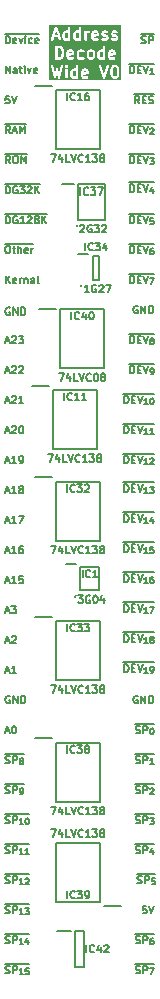
<source format=gto>
%TF.GenerationSoftware,KiCad,Pcbnew,8.0.4*%
%TF.CreationDate,2024-08-19T17:17:05+02:00*%
%TF.ProjectId,HCP65 MPU Address Decode Wide,48435036-3520-44d5-9055-204164647265,V0*%
%TF.SameCoordinates,PX525bfc0PY43d3480*%
%TF.FileFunction,Legend,Top*%
%TF.FilePolarity,Positive*%
%FSLAX46Y46*%
G04 Gerber Fmt 4.6, Leading zero omitted, Abs format (unit mm)*
G04 Created by KiCad (PCBNEW 8.0.4) date 2024-08-19 17:17:05*
%MOMM*%
%LPD*%
G01*
G04 APERTURE LIST*
%ADD10C,0.150000*%
%ADD11C,0.200000*%
G04 APERTURE END LIST*
D10*
X1362636Y-25504534D02*
X1665017Y-25504534D01*
X1302160Y-25685963D02*
X1513826Y-25050963D01*
X1513826Y-25050963D02*
X1725493Y-25685963D01*
X1906922Y-25111439D02*
X1937160Y-25081201D01*
X1937160Y-25081201D02*
X1997636Y-25050963D01*
X1997636Y-25050963D02*
X2148827Y-25050963D01*
X2148827Y-25050963D02*
X2209303Y-25081201D01*
X2209303Y-25081201D02*
X2239541Y-25111439D01*
X2239541Y-25111439D02*
X2269779Y-25171915D01*
X2269779Y-25171915D02*
X2269779Y-25232391D01*
X2269779Y-25232391D02*
X2239541Y-25323105D01*
X2239541Y-25323105D02*
X1876684Y-25685963D01*
X1876684Y-25685963D02*
X2269779Y-25685963D01*
X2481446Y-25050963D02*
X2874541Y-25050963D01*
X2874541Y-25050963D02*
X2662874Y-25292867D01*
X2662874Y-25292867D02*
X2753589Y-25292867D01*
X2753589Y-25292867D02*
X2814065Y-25323105D01*
X2814065Y-25323105D02*
X2844303Y-25353344D01*
X2844303Y-25353344D02*
X2874541Y-25413820D01*
X2874541Y-25413820D02*
X2874541Y-25565010D01*
X2874541Y-25565010D02*
X2844303Y-25625486D01*
X2844303Y-25625486D02*
X2814065Y-25655725D01*
X2814065Y-25655725D02*
X2753589Y-25685963D01*
X2753589Y-25685963D02*
X2572160Y-25685963D01*
X2572160Y-25685963D02*
X2511684Y-25655725D01*
X2511684Y-25655725D02*
X2481446Y-25625486D01*
X1362636Y-58524534D02*
X1665017Y-58524534D01*
X1302160Y-58705963D02*
X1513826Y-58070963D01*
X1513826Y-58070963D02*
X1725493Y-58705963D01*
X2058112Y-58070963D02*
X2118589Y-58070963D01*
X2118589Y-58070963D02*
X2179065Y-58101201D01*
X2179065Y-58101201D02*
X2209303Y-58131439D01*
X2209303Y-58131439D02*
X2239541Y-58191915D01*
X2239541Y-58191915D02*
X2269779Y-58312867D01*
X2269779Y-58312867D02*
X2269779Y-58464058D01*
X2269779Y-58464058D02*
X2239541Y-58585010D01*
X2239541Y-58585010D02*
X2209303Y-58645486D01*
X2209303Y-58645486D02*
X2179065Y-58675725D01*
X2179065Y-58675725D02*
X2118589Y-58705963D01*
X2118589Y-58705963D02*
X2058112Y-58705963D01*
X2058112Y-58705963D02*
X1997636Y-58675725D01*
X1997636Y-58675725D02*
X1967398Y-58645486D01*
X1967398Y-58645486D02*
X1937160Y-58585010D01*
X1937160Y-58585010D02*
X1906922Y-58464058D01*
X1906922Y-58464058D02*
X1906922Y-58312867D01*
X1906922Y-58312867D02*
X1937160Y-58191915D01*
X1937160Y-58191915D02*
X1967398Y-58131439D01*
X1967398Y-58131439D02*
X1997636Y-58101201D01*
X1997636Y-58101201D02*
X2058112Y-58070963D01*
X12395696Y-78995725D02*
X12486410Y-79025963D01*
X12486410Y-79025963D02*
X12637601Y-79025963D01*
X12637601Y-79025963D02*
X12698077Y-78995725D01*
X12698077Y-78995725D02*
X12728315Y-78965486D01*
X12728315Y-78965486D02*
X12758553Y-78905010D01*
X12758553Y-78905010D02*
X12758553Y-78844534D01*
X12758553Y-78844534D02*
X12728315Y-78784058D01*
X12728315Y-78784058D02*
X12698077Y-78753820D01*
X12698077Y-78753820D02*
X12637601Y-78723582D01*
X12637601Y-78723582D02*
X12516648Y-78693344D01*
X12516648Y-78693344D02*
X12456172Y-78663105D01*
X12456172Y-78663105D02*
X12425934Y-78632867D01*
X12425934Y-78632867D02*
X12395696Y-78572391D01*
X12395696Y-78572391D02*
X12395696Y-78511915D01*
X12395696Y-78511915D02*
X12425934Y-78451439D01*
X12425934Y-78451439D02*
X12456172Y-78421201D01*
X12456172Y-78421201D02*
X12516648Y-78390963D01*
X12516648Y-78390963D02*
X12667839Y-78390963D01*
X12667839Y-78390963D02*
X12758553Y-78421201D01*
X13030696Y-79025963D02*
X13030696Y-78390963D01*
X13030696Y-78390963D02*
X13272601Y-78390963D01*
X13272601Y-78390963D02*
X13333077Y-78421201D01*
X13333077Y-78421201D02*
X13363315Y-78451439D01*
X13363315Y-78451439D02*
X13393553Y-78511915D01*
X13393553Y-78511915D02*
X13393553Y-78602629D01*
X13393553Y-78602629D02*
X13363315Y-78663105D01*
X13363315Y-78663105D02*
X13333077Y-78693344D01*
X13333077Y-78693344D02*
X13272601Y-78723582D01*
X13272601Y-78723582D02*
X13030696Y-78723582D01*
X13587077Y-78588115D02*
X13925744Y-78588115D01*
X13925744Y-78588115D02*
X13708029Y-79096115D01*
X12338244Y-78214675D02*
X13934816Y-78214675D01*
X11428076Y-30765963D02*
X11428076Y-30130963D01*
X11428076Y-30130963D02*
X11579266Y-30130963D01*
X11579266Y-30130963D02*
X11669981Y-30161201D01*
X11669981Y-30161201D02*
X11730457Y-30221677D01*
X11730457Y-30221677D02*
X11760695Y-30282153D01*
X11760695Y-30282153D02*
X11790933Y-30403105D01*
X11790933Y-30403105D02*
X11790933Y-30493820D01*
X11790933Y-30493820D02*
X11760695Y-30614772D01*
X11760695Y-30614772D02*
X11730457Y-30675248D01*
X11730457Y-30675248D02*
X11669981Y-30735725D01*
X11669981Y-30735725D02*
X11579266Y-30765963D01*
X11579266Y-30765963D02*
X11428076Y-30765963D01*
X12063076Y-30433344D02*
X12274743Y-30433344D01*
X12365457Y-30765963D02*
X12063076Y-30765963D01*
X12063076Y-30765963D02*
X12063076Y-30130963D01*
X12063076Y-30130963D02*
X12365457Y-30130963D01*
X12546886Y-30130963D02*
X12758552Y-30765963D01*
X12758552Y-30765963D02*
X12970219Y-30130963D01*
X13417743Y-30836115D02*
X13127457Y-30836115D01*
X13272600Y-30836115D02*
X13272600Y-30328115D01*
X13272600Y-30328115D02*
X13224219Y-30400686D01*
X13224219Y-30400686D02*
X13175838Y-30449067D01*
X13175838Y-30449067D02*
X13127457Y-30473258D01*
X13732220Y-30328115D02*
X13780601Y-30328115D01*
X13780601Y-30328115D02*
X13828982Y-30352305D01*
X13828982Y-30352305D02*
X13853172Y-30376496D01*
X13853172Y-30376496D02*
X13877363Y-30424877D01*
X13877363Y-30424877D02*
X13901553Y-30521639D01*
X13901553Y-30521639D02*
X13901553Y-30642591D01*
X13901553Y-30642591D02*
X13877363Y-30739353D01*
X13877363Y-30739353D02*
X13853172Y-30787734D01*
X13853172Y-30787734D02*
X13828982Y-30811925D01*
X13828982Y-30811925D02*
X13780601Y-30836115D01*
X13780601Y-30836115D02*
X13732220Y-30836115D01*
X13732220Y-30836115D02*
X13683839Y-30811925D01*
X13683839Y-30811925D02*
X13659648Y-30787734D01*
X13659648Y-30787734D02*
X13635458Y-30739353D01*
X13635458Y-30739353D02*
X13611267Y-30642591D01*
X13611267Y-30642591D02*
X13611267Y-30521639D01*
X13611267Y-30521639D02*
X13635458Y-30424877D01*
X13635458Y-30424877D02*
X13659648Y-30376496D01*
X13659648Y-30376496D02*
X13683839Y-30352305D01*
X13683839Y-30352305D02*
X13732220Y-30328115D01*
X11340386Y-29954675D02*
X13934816Y-29954675D01*
X1362636Y-71375725D02*
X1453350Y-71405963D01*
X1453350Y-71405963D02*
X1604541Y-71405963D01*
X1604541Y-71405963D02*
X1665017Y-71375725D01*
X1665017Y-71375725D02*
X1695255Y-71345486D01*
X1695255Y-71345486D02*
X1725493Y-71285010D01*
X1725493Y-71285010D02*
X1725493Y-71224534D01*
X1725493Y-71224534D02*
X1695255Y-71164058D01*
X1695255Y-71164058D02*
X1665017Y-71133820D01*
X1665017Y-71133820D02*
X1604541Y-71103582D01*
X1604541Y-71103582D02*
X1483588Y-71073344D01*
X1483588Y-71073344D02*
X1423112Y-71043105D01*
X1423112Y-71043105D02*
X1392874Y-71012867D01*
X1392874Y-71012867D02*
X1362636Y-70952391D01*
X1362636Y-70952391D02*
X1362636Y-70891915D01*
X1362636Y-70891915D02*
X1392874Y-70831439D01*
X1392874Y-70831439D02*
X1423112Y-70801201D01*
X1423112Y-70801201D02*
X1483588Y-70770963D01*
X1483588Y-70770963D02*
X1634779Y-70770963D01*
X1634779Y-70770963D02*
X1725493Y-70801201D01*
X1997636Y-71405963D02*
X1997636Y-70770963D01*
X1997636Y-70770963D02*
X2239541Y-70770963D01*
X2239541Y-70770963D02*
X2300017Y-70801201D01*
X2300017Y-70801201D02*
X2330255Y-70831439D01*
X2330255Y-70831439D02*
X2360493Y-70891915D01*
X2360493Y-70891915D02*
X2360493Y-70982629D01*
X2360493Y-70982629D02*
X2330255Y-71043105D01*
X2330255Y-71043105D02*
X2300017Y-71073344D01*
X2300017Y-71073344D02*
X2239541Y-71103582D01*
X2239541Y-71103582D02*
X1997636Y-71103582D01*
X2868493Y-71476115D02*
X2578207Y-71476115D01*
X2723350Y-71476115D02*
X2723350Y-70968115D01*
X2723350Y-70968115D02*
X2674969Y-71040686D01*
X2674969Y-71040686D02*
X2626588Y-71089067D01*
X2626588Y-71089067D02*
X2578207Y-71113258D01*
X3062017Y-71016496D02*
X3086208Y-70992305D01*
X3086208Y-70992305D02*
X3134589Y-70968115D01*
X3134589Y-70968115D02*
X3255541Y-70968115D01*
X3255541Y-70968115D02*
X3303922Y-70992305D01*
X3303922Y-70992305D02*
X3328113Y-71016496D01*
X3328113Y-71016496D02*
X3352303Y-71064877D01*
X3352303Y-71064877D02*
X3352303Y-71113258D01*
X3352303Y-71113258D02*
X3328113Y-71185829D01*
X3328113Y-71185829D02*
X3037827Y-71476115D01*
X3037827Y-71476115D02*
X3352303Y-71476115D01*
X1305184Y-70594675D02*
X3385566Y-70594675D01*
X12698077Y-5365963D02*
X12486410Y-5063582D01*
X12335220Y-5365963D02*
X12335220Y-4730963D01*
X12335220Y-4730963D02*
X12577125Y-4730963D01*
X12577125Y-4730963D02*
X12637601Y-4761201D01*
X12637601Y-4761201D02*
X12667839Y-4791439D01*
X12667839Y-4791439D02*
X12698077Y-4851915D01*
X12698077Y-4851915D02*
X12698077Y-4942629D01*
X12698077Y-4942629D02*
X12667839Y-5003105D01*
X12667839Y-5003105D02*
X12637601Y-5033344D01*
X12637601Y-5033344D02*
X12577125Y-5063582D01*
X12577125Y-5063582D02*
X12335220Y-5063582D01*
X12970220Y-5033344D02*
X13181887Y-5033344D01*
X13272601Y-5365963D02*
X12970220Y-5365963D01*
X12970220Y-5365963D02*
X12970220Y-4730963D01*
X12970220Y-4730963D02*
X13272601Y-4730963D01*
X13514506Y-5335725D02*
X13605220Y-5365963D01*
X13605220Y-5365963D02*
X13756411Y-5365963D01*
X13756411Y-5365963D02*
X13816887Y-5335725D01*
X13816887Y-5335725D02*
X13847125Y-5305486D01*
X13847125Y-5305486D02*
X13877363Y-5245010D01*
X13877363Y-5245010D02*
X13877363Y-5184534D01*
X13877363Y-5184534D02*
X13847125Y-5124058D01*
X13847125Y-5124058D02*
X13816887Y-5093820D01*
X13816887Y-5093820D02*
X13756411Y-5063582D01*
X13756411Y-5063582D02*
X13635458Y-5033344D01*
X13635458Y-5033344D02*
X13574982Y-5003105D01*
X13574982Y-5003105D02*
X13544744Y-4972867D01*
X13544744Y-4972867D02*
X13514506Y-4912391D01*
X13514506Y-4912391D02*
X13514506Y-4851915D01*
X13514506Y-4851915D02*
X13544744Y-4791439D01*
X13544744Y-4791439D02*
X13574982Y-4761201D01*
X13574982Y-4761201D02*
X13635458Y-4730963D01*
X13635458Y-4730963D02*
X13786649Y-4730963D01*
X13786649Y-4730963D02*
X13877363Y-4761201D01*
X12247530Y-4554675D02*
X13934816Y-4554675D01*
X11911886Y-12858963D02*
X11911886Y-12223963D01*
X11911886Y-12223963D02*
X12063076Y-12223963D01*
X12063076Y-12223963D02*
X12153791Y-12254201D01*
X12153791Y-12254201D02*
X12214267Y-12314677D01*
X12214267Y-12314677D02*
X12244505Y-12375153D01*
X12244505Y-12375153D02*
X12274743Y-12496105D01*
X12274743Y-12496105D02*
X12274743Y-12586820D01*
X12274743Y-12586820D02*
X12244505Y-12707772D01*
X12244505Y-12707772D02*
X12214267Y-12768248D01*
X12214267Y-12768248D02*
X12153791Y-12828725D01*
X12153791Y-12828725D02*
X12063076Y-12858963D01*
X12063076Y-12858963D02*
X11911886Y-12858963D01*
X12546886Y-12526344D02*
X12758553Y-12526344D01*
X12849267Y-12858963D02*
X12546886Y-12858963D01*
X12546886Y-12858963D02*
X12546886Y-12223963D01*
X12546886Y-12223963D02*
X12849267Y-12223963D01*
X13030696Y-12223963D02*
X13242362Y-12858963D01*
X13242362Y-12858963D02*
X13454029Y-12223963D01*
X13853172Y-12590448D02*
X13853172Y-12929115D01*
X13732220Y-12396925D02*
X13611267Y-12759782D01*
X13611267Y-12759782D02*
X13925744Y-12759782D01*
X11824196Y-12047675D02*
X13934816Y-12047675D01*
X11911886Y-2825963D02*
X11911886Y-2190963D01*
X11911886Y-2190963D02*
X12063076Y-2190963D01*
X12063076Y-2190963D02*
X12153791Y-2221201D01*
X12153791Y-2221201D02*
X12214267Y-2281677D01*
X12214267Y-2281677D02*
X12244505Y-2342153D01*
X12244505Y-2342153D02*
X12274743Y-2463105D01*
X12274743Y-2463105D02*
X12274743Y-2553820D01*
X12274743Y-2553820D02*
X12244505Y-2674772D01*
X12244505Y-2674772D02*
X12214267Y-2735248D01*
X12214267Y-2735248D02*
X12153791Y-2795725D01*
X12153791Y-2795725D02*
X12063076Y-2825963D01*
X12063076Y-2825963D02*
X11911886Y-2825963D01*
X12546886Y-2493344D02*
X12758553Y-2493344D01*
X12849267Y-2825963D02*
X12546886Y-2825963D01*
X12546886Y-2825963D02*
X12546886Y-2190963D01*
X12546886Y-2190963D02*
X12849267Y-2190963D01*
X13030696Y-2190963D02*
X13242362Y-2825963D01*
X13242362Y-2825963D02*
X13454029Y-2190963D01*
X13901553Y-2896115D02*
X13611267Y-2896115D01*
X13756410Y-2896115D02*
X13756410Y-2388115D01*
X13756410Y-2388115D02*
X13708029Y-2460686D01*
X13708029Y-2460686D02*
X13659648Y-2509067D01*
X13659648Y-2509067D02*
X13611267Y-2533258D01*
X11824196Y-2014675D02*
X13934816Y-2014675D01*
X1362636Y-30584534D02*
X1665017Y-30584534D01*
X1302160Y-30765963D02*
X1513826Y-30130963D01*
X1513826Y-30130963D02*
X1725493Y-30765963D01*
X1906922Y-30191439D02*
X1937160Y-30161201D01*
X1937160Y-30161201D02*
X1997636Y-30130963D01*
X1997636Y-30130963D02*
X2148827Y-30130963D01*
X2148827Y-30130963D02*
X2209303Y-30161201D01*
X2209303Y-30161201D02*
X2239541Y-30191439D01*
X2239541Y-30191439D02*
X2269779Y-30251915D01*
X2269779Y-30251915D02*
X2269779Y-30312391D01*
X2269779Y-30312391D02*
X2239541Y-30403105D01*
X2239541Y-30403105D02*
X1876684Y-30765963D01*
X1876684Y-30765963D02*
X2269779Y-30765963D01*
X2874541Y-30765963D02*
X2511684Y-30765963D01*
X2693112Y-30765963D02*
X2693112Y-30130963D01*
X2693112Y-30130963D02*
X2632636Y-30221677D01*
X2632636Y-30221677D02*
X2572160Y-30282153D01*
X2572160Y-30282153D02*
X2511684Y-30312391D01*
X11911886Y-18065963D02*
X11911886Y-17430963D01*
X11911886Y-17430963D02*
X12063076Y-17430963D01*
X12063076Y-17430963D02*
X12153791Y-17461201D01*
X12153791Y-17461201D02*
X12214267Y-17521677D01*
X12214267Y-17521677D02*
X12244505Y-17582153D01*
X12244505Y-17582153D02*
X12274743Y-17703105D01*
X12274743Y-17703105D02*
X12274743Y-17793820D01*
X12274743Y-17793820D02*
X12244505Y-17914772D01*
X12244505Y-17914772D02*
X12214267Y-17975248D01*
X12214267Y-17975248D02*
X12153791Y-18035725D01*
X12153791Y-18035725D02*
X12063076Y-18065963D01*
X12063076Y-18065963D02*
X11911886Y-18065963D01*
X12546886Y-17733344D02*
X12758553Y-17733344D01*
X12849267Y-18065963D02*
X12546886Y-18065963D01*
X12546886Y-18065963D02*
X12546886Y-17430963D01*
X12546886Y-17430963D02*
X12849267Y-17430963D01*
X13030696Y-17430963D02*
X13242362Y-18065963D01*
X13242362Y-18065963D02*
X13454029Y-17430963D01*
X13853172Y-17628115D02*
X13756410Y-17628115D01*
X13756410Y-17628115D02*
X13708029Y-17652305D01*
X13708029Y-17652305D02*
X13683839Y-17676496D01*
X13683839Y-17676496D02*
X13635458Y-17749067D01*
X13635458Y-17749067D02*
X13611267Y-17845829D01*
X13611267Y-17845829D02*
X13611267Y-18039353D01*
X13611267Y-18039353D02*
X13635458Y-18087734D01*
X13635458Y-18087734D02*
X13659648Y-18111925D01*
X13659648Y-18111925D02*
X13708029Y-18136115D01*
X13708029Y-18136115D02*
X13804791Y-18136115D01*
X13804791Y-18136115D02*
X13853172Y-18111925D01*
X13853172Y-18111925D02*
X13877363Y-18087734D01*
X13877363Y-18087734D02*
X13901553Y-18039353D01*
X13901553Y-18039353D02*
X13901553Y-17918401D01*
X13901553Y-17918401D02*
X13877363Y-17870020D01*
X13877363Y-17870020D02*
X13853172Y-17845829D01*
X13853172Y-17845829D02*
X13804791Y-17821639D01*
X13804791Y-17821639D02*
X13708029Y-17821639D01*
X13708029Y-17821639D02*
X13659648Y-17845829D01*
X13659648Y-17845829D02*
X13635458Y-17870020D01*
X13635458Y-17870020D02*
X13611267Y-17918401D01*
X11824196Y-17254675D02*
X13934816Y-17254675D01*
X11428076Y-53498963D02*
X11428076Y-52863963D01*
X11428076Y-52863963D02*
X11579266Y-52863963D01*
X11579266Y-52863963D02*
X11669981Y-52894201D01*
X11669981Y-52894201D02*
X11730457Y-52954677D01*
X11730457Y-52954677D02*
X11760695Y-53015153D01*
X11760695Y-53015153D02*
X11790933Y-53136105D01*
X11790933Y-53136105D02*
X11790933Y-53226820D01*
X11790933Y-53226820D02*
X11760695Y-53347772D01*
X11760695Y-53347772D02*
X11730457Y-53408248D01*
X11730457Y-53408248D02*
X11669981Y-53468725D01*
X11669981Y-53468725D02*
X11579266Y-53498963D01*
X11579266Y-53498963D02*
X11428076Y-53498963D01*
X12063076Y-53166344D02*
X12274743Y-53166344D01*
X12365457Y-53498963D02*
X12063076Y-53498963D01*
X12063076Y-53498963D02*
X12063076Y-52863963D01*
X12063076Y-52863963D02*
X12365457Y-52863963D01*
X12546886Y-52863963D02*
X12758552Y-53498963D01*
X12758552Y-53498963D02*
X12970219Y-52863963D01*
X13417743Y-53569115D02*
X13127457Y-53569115D01*
X13272600Y-53569115D02*
X13272600Y-53061115D01*
X13272600Y-53061115D02*
X13224219Y-53133686D01*
X13224219Y-53133686D02*
X13175838Y-53182067D01*
X13175838Y-53182067D02*
X13127457Y-53206258D01*
X13659648Y-53569115D02*
X13756410Y-53569115D01*
X13756410Y-53569115D02*
X13804791Y-53544925D01*
X13804791Y-53544925D02*
X13828982Y-53520734D01*
X13828982Y-53520734D02*
X13877363Y-53448163D01*
X13877363Y-53448163D02*
X13901553Y-53351401D01*
X13901553Y-53351401D02*
X13901553Y-53157877D01*
X13901553Y-53157877D02*
X13877363Y-53109496D01*
X13877363Y-53109496D02*
X13853172Y-53085305D01*
X13853172Y-53085305D02*
X13804791Y-53061115D01*
X13804791Y-53061115D02*
X13708029Y-53061115D01*
X13708029Y-53061115D02*
X13659648Y-53085305D01*
X13659648Y-53085305D02*
X13635458Y-53109496D01*
X13635458Y-53109496D02*
X13611267Y-53157877D01*
X13611267Y-53157877D02*
X13611267Y-53278829D01*
X13611267Y-53278829D02*
X13635458Y-53327210D01*
X13635458Y-53327210D02*
X13659648Y-53351401D01*
X13659648Y-53351401D02*
X13708029Y-53375591D01*
X13708029Y-53375591D02*
X13804791Y-53375591D01*
X13804791Y-53375591D02*
X13853172Y-53351401D01*
X13853172Y-53351401D02*
X13877363Y-53327210D01*
X13877363Y-53327210D02*
X13901553Y-53278829D01*
X11340386Y-52687675D02*
X13934816Y-52687675D01*
X1362636Y-53444534D02*
X1665017Y-53444534D01*
X1302160Y-53625963D02*
X1513826Y-52990963D01*
X1513826Y-52990963D02*
X1725493Y-53625963D01*
X2269779Y-53625963D02*
X1906922Y-53625963D01*
X2088350Y-53625963D02*
X2088350Y-52990963D01*
X2088350Y-52990963D02*
X2027874Y-53081677D01*
X2027874Y-53081677D02*
X1967398Y-53142153D01*
X1967398Y-53142153D02*
X1906922Y-53172391D01*
X1513826Y-17430963D02*
X1634779Y-17430963D01*
X1634779Y-17430963D02*
X1695255Y-17461201D01*
X1695255Y-17461201D02*
X1755731Y-17521677D01*
X1755731Y-17521677D02*
X1785969Y-17642629D01*
X1785969Y-17642629D02*
X1785969Y-17854296D01*
X1785969Y-17854296D02*
X1755731Y-17975248D01*
X1755731Y-17975248D02*
X1695255Y-18035725D01*
X1695255Y-18035725D02*
X1634779Y-18065963D01*
X1634779Y-18065963D02*
X1513826Y-18065963D01*
X1513826Y-18065963D02*
X1453350Y-18035725D01*
X1453350Y-18035725D02*
X1392874Y-17975248D01*
X1392874Y-17975248D02*
X1362636Y-17854296D01*
X1362636Y-17854296D02*
X1362636Y-17642629D01*
X1362636Y-17642629D02*
X1392874Y-17521677D01*
X1392874Y-17521677D02*
X1453350Y-17461201D01*
X1453350Y-17461201D02*
X1513826Y-17430963D01*
X1967398Y-17642629D02*
X2209302Y-17642629D01*
X2058112Y-17430963D02*
X2058112Y-17975248D01*
X2058112Y-17975248D02*
X2088350Y-18035725D01*
X2088350Y-18035725D02*
X2148826Y-18065963D01*
X2148826Y-18065963D02*
X2209302Y-18065963D01*
X2420969Y-18065963D02*
X2420969Y-17430963D01*
X2693112Y-18065963D02*
X2693112Y-17733344D01*
X2693112Y-17733344D02*
X2662874Y-17672867D01*
X2662874Y-17672867D02*
X2602398Y-17642629D01*
X2602398Y-17642629D02*
X2511683Y-17642629D01*
X2511683Y-17642629D02*
X2451207Y-17672867D01*
X2451207Y-17672867D02*
X2420969Y-17703105D01*
X3237398Y-18035725D02*
X3176922Y-18065963D01*
X3176922Y-18065963D02*
X3055969Y-18065963D01*
X3055969Y-18065963D02*
X2995493Y-18035725D01*
X2995493Y-18035725D02*
X2965255Y-17975248D01*
X2965255Y-17975248D02*
X2965255Y-17733344D01*
X2965255Y-17733344D02*
X2995493Y-17672867D01*
X2995493Y-17672867D02*
X3055969Y-17642629D01*
X3055969Y-17642629D02*
X3176922Y-17642629D01*
X3176922Y-17642629D02*
X3237398Y-17672867D01*
X3237398Y-17672867D02*
X3267636Y-17733344D01*
X3267636Y-17733344D02*
X3267636Y-17793820D01*
X3267636Y-17793820D02*
X2965255Y-17854296D01*
X3539779Y-18065963D02*
X3539779Y-17642629D01*
X3539779Y-17763582D02*
X3570017Y-17703105D01*
X3570017Y-17703105D02*
X3600255Y-17672867D01*
X3600255Y-17672867D02*
X3660731Y-17642629D01*
X3660731Y-17642629D02*
X3721208Y-17642629D01*
X1305184Y-17254675D02*
X3718184Y-17254675D01*
X1362636Y-50904534D02*
X1665017Y-50904534D01*
X1302160Y-51085963D02*
X1513826Y-50450963D01*
X1513826Y-50450963D02*
X1725493Y-51085963D01*
X1906922Y-50511439D02*
X1937160Y-50481201D01*
X1937160Y-50481201D02*
X1997636Y-50450963D01*
X1997636Y-50450963D02*
X2148827Y-50450963D01*
X2148827Y-50450963D02*
X2209303Y-50481201D01*
X2209303Y-50481201D02*
X2239541Y-50511439D01*
X2239541Y-50511439D02*
X2269779Y-50571915D01*
X2269779Y-50571915D02*
X2269779Y-50632391D01*
X2269779Y-50632391D02*
X2239541Y-50723105D01*
X2239541Y-50723105D02*
X1876684Y-51085963D01*
X1876684Y-51085963D02*
X2269779Y-51085963D01*
X1362636Y-48364534D02*
X1665017Y-48364534D01*
X1302160Y-48545963D02*
X1513826Y-47910963D01*
X1513826Y-47910963D02*
X1725493Y-48545963D01*
X1876684Y-47910963D02*
X2269779Y-47910963D01*
X2269779Y-47910963D02*
X2058112Y-48152867D01*
X2058112Y-48152867D02*
X2148827Y-48152867D01*
X2148827Y-48152867D02*
X2209303Y-48183105D01*
X2209303Y-48183105D02*
X2239541Y-48213344D01*
X2239541Y-48213344D02*
X2269779Y-48273820D01*
X2269779Y-48273820D02*
X2269779Y-48425010D01*
X2269779Y-48425010D02*
X2239541Y-48485486D01*
X2239541Y-48485486D02*
X2209303Y-48515725D01*
X2209303Y-48515725D02*
X2148827Y-48545963D01*
X2148827Y-48545963D02*
X1967398Y-48545963D01*
X1967398Y-48545963D02*
X1906922Y-48515725D01*
X1906922Y-48515725D02*
X1876684Y-48485486D01*
X12546887Y-22541201D02*
X12486411Y-22510963D01*
X12486411Y-22510963D02*
X12395697Y-22510963D01*
X12395697Y-22510963D02*
X12304982Y-22541201D01*
X12304982Y-22541201D02*
X12244506Y-22601677D01*
X12244506Y-22601677D02*
X12214268Y-22662153D01*
X12214268Y-22662153D02*
X12184030Y-22783105D01*
X12184030Y-22783105D02*
X12184030Y-22873820D01*
X12184030Y-22873820D02*
X12214268Y-22994772D01*
X12214268Y-22994772D02*
X12244506Y-23055248D01*
X12244506Y-23055248D02*
X12304982Y-23115725D01*
X12304982Y-23115725D02*
X12395697Y-23145963D01*
X12395697Y-23145963D02*
X12456173Y-23145963D01*
X12456173Y-23145963D02*
X12546887Y-23115725D01*
X12546887Y-23115725D02*
X12577125Y-23085486D01*
X12577125Y-23085486D02*
X12577125Y-22873820D01*
X12577125Y-22873820D02*
X12456173Y-22873820D01*
X12849268Y-23145963D02*
X12849268Y-22510963D01*
X12849268Y-22510963D02*
X13212125Y-23145963D01*
X13212125Y-23145963D02*
X13212125Y-22510963D01*
X13514506Y-23145963D02*
X13514506Y-22510963D01*
X13514506Y-22510963D02*
X13665696Y-22510963D01*
X13665696Y-22510963D02*
X13756411Y-22541201D01*
X13756411Y-22541201D02*
X13816887Y-22601677D01*
X13816887Y-22601677D02*
X13847125Y-22662153D01*
X13847125Y-22662153D02*
X13877363Y-22783105D01*
X13877363Y-22783105D02*
X13877363Y-22873820D01*
X13877363Y-22873820D02*
X13847125Y-22994772D01*
X13847125Y-22994772D02*
X13816887Y-23055248D01*
X13816887Y-23055248D02*
X13756411Y-23115725D01*
X13756411Y-23115725D02*
X13665696Y-23145963D01*
X13665696Y-23145963D02*
X13514506Y-23145963D01*
X1392874Y-20605963D02*
X1392874Y-19970963D01*
X1755731Y-20605963D02*
X1483588Y-20243105D01*
X1755731Y-19970963D02*
X1392874Y-20333820D01*
X2269779Y-20575725D02*
X2209303Y-20605963D01*
X2209303Y-20605963D02*
X2088350Y-20605963D01*
X2088350Y-20605963D02*
X2027874Y-20575725D01*
X2027874Y-20575725D02*
X1997636Y-20515248D01*
X1997636Y-20515248D02*
X1997636Y-20273344D01*
X1997636Y-20273344D02*
X2027874Y-20212867D01*
X2027874Y-20212867D02*
X2088350Y-20182629D01*
X2088350Y-20182629D02*
X2209303Y-20182629D01*
X2209303Y-20182629D02*
X2269779Y-20212867D01*
X2269779Y-20212867D02*
X2300017Y-20273344D01*
X2300017Y-20273344D02*
X2300017Y-20333820D01*
X2300017Y-20333820D02*
X1997636Y-20394296D01*
X2572160Y-20605963D02*
X2572160Y-20182629D01*
X2572160Y-20303582D02*
X2602398Y-20243105D01*
X2602398Y-20243105D02*
X2632636Y-20212867D01*
X2632636Y-20212867D02*
X2693112Y-20182629D01*
X2693112Y-20182629D02*
X2753589Y-20182629D01*
X2965255Y-20182629D02*
X2965255Y-20605963D01*
X2965255Y-20243105D02*
X2995493Y-20212867D01*
X2995493Y-20212867D02*
X3055969Y-20182629D01*
X3055969Y-20182629D02*
X3146684Y-20182629D01*
X3146684Y-20182629D02*
X3207160Y-20212867D01*
X3207160Y-20212867D02*
X3237398Y-20273344D01*
X3237398Y-20273344D02*
X3237398Y-20605963D01*
X3811922Y-20605963D02*
X3811922Y-20273344D01*
X3811922Y-20273344D02*
X3781684Y-20212867D01*
X3781684Y-20212867D02*
X3721208Y-20182629D01*
X3721208Y-20182629D02*
X3600255Y-20182629D01*
X3600255Y-20182629D02*
X3539779Y-20212867D01*
X3811922Y-20575725D02*
X3751446Y-20605963D01*
X3751446Y-20605963D02*
X3600255Y-20605963D01*
X3600255Y-20605963D02*
X3539779Y-20575725D01*
X3539779Y-20575725D02*
X3509541Y-20515248D01*
X3509541Y-20515248D02*
X3509541Y-20454772D01*
X3509541Y-20454772D02*
X3539779Y-20394296D01*
X3539779Y-20394296D02*
X3600255Y-20364058D01*
X3600255Y-20364058D02*
X3751446Y-20364058D01*
X3751446Y-20364058D02*
X3811922Y-20333820D01*
X4205017Y-20605963D02*
X4144541Y-20575725D01*
X4144541Y-20575725D02*
X4114303Y-20515248D01*
X4114303Y-20515248D02*
X4114303Y-19970963D01*
X12395696Y-63755725D02*
X12486410Y-63785963D01*
X12486410Y-63785963D02*
X12637601Y-63785963D01*
X12637601Y-63785963D02*
X12698077Y-63755725D01*
X12698077Y-63755725D02*
X12728315Y-63725486D01*
X12728315Y-63725486D02*
X12758553Y-63665010D01*
X12758553Y-63665010D02*
X12758553Y-63604534D01*
X12758553Y-63604534D02*
X12728315Y-63544058D01*
X12728315Y-63544058D02*
X12698077Y-63513820D01*
X12698077Y-63513820D02*
X12637601Y-63483582D01*
X12637601Y-63483582D02*
X12516648Y-63453344D01*
X12516648Y-63453344D02*
X12456172Y-63423105D01*
X12456172Y-63423105D02*
X12425934Y-63392867D01*
X12425934Y-63392867D02*
X12395696Y-63332391D01*
X12395696Y-63332391D02*
X12395696Y-63271915D01*
X12395696Y-63271915D02*
X12425934Y-63211439D01*
X12425934Y-63211439D02*
X12456172Y-63181201D01*
X12456172Y-63181201D02*
X12516648Y-63150963D01*
X12516648Y-63150963D02*
X12667839Y-63150963D01*
X12667839Y-63150963D02*
X12758553Y-63181201D01*
X13030696Y-63785963D02*
X13030696Y-63150963D01*
X13030696Y-63150963D02*
X13272601Y-63150963D01*
X13272601Y-63150963D02*
X13333077Y-63181201D01*
X13333077Y-63181201D02*
X13363315Y-63211439D01*
X13363315Y-63211439D02*
X13393553Y-63271915D01*
X13393553Y-63271915D02*
X13393553Y-63362629D01*
X13393553Y-63362629D02*
X13363315Y-63423105D01*
X13363315Y-63423105D02*
X13333077Y-63453344D01*
X13333077Y-63453344D02*
X13272601Y-63483582D01*
X13272601Y-63483582D02*
X13030696Y-63483582D01*
X13611267Y-63396496D02*
X13635458Y-63372305D01*
X13635458Y-63372305D02*
X13683839Y-63348115D01*
X13683839Y-63348115D02*
X13804791Y-63348115D01*
X13804791Y-63348115D02*
X13853172Y-63372305D01*
X13853172Y-63372305D02*
X13877363Y-63396496D01*
X13877363Y-63396496D02*
X13901553Y-63444877D01*
X13901553Y-63444877D02*
X13901553Y-63493258D01*
X13901553Y-63493258D02*
X13877363Y-63565829D01*
X13877363Y-63565829D02*
X13587077Y-63856115D01*
X13587077Y-63856115D02*
X13901553Y-63856115D01*
X12338244Y-62974675D02*
X13934816Y-62974675D01*
X1362636Y-63755725D02*
X1453350Y-63785963D01*
X1453350Y-63785963D02*
X1604541Y-63785963D01*
X1604541Y-63785963D02*
X1665017Y-63755725D01*
X1665017Y-63755725D02*
X1695255Y-63725486D01*
X1695255Y-63725486D02*
X1725493Y-63665010D01*
X1725493Y-63665010D02*
X1725493Y-63604534D01*
X1725493Y-63604534D02*
X1695255Y-63544058D01*
X1695255Y-63544058D02*
X1665017Y-63513820D01*
X1665017Y-63513820D02*
X1604541Y-63483582D01*
X1604541Y-63483582D02*
X1483588Y-63453344D01*
X1483588Y-63453344D02*
X1423112Y-63423105D01*
X1423112Y-63423105D02*
X1392874Y-63392867D01*
X1392874Y-63392867D02*
X1362636Y-63332391D01*
X1362636Y-63332391D02*
X1362636Y-63271915D01*
X1362636Y-63271915D02*
X1392874Y-63211439D01*
X1392874Y-63211439D02*
X1423112Y-63181201D01*
X1423112Y-63181201D02*
X1483588Y-63150963D01*
X1483588Y-63150963D02*
X1634779Y-63150963D01*
X1634779Y-63150963D02*
X1725493Y-63181201D01*
X1997636Y-63785963D02*
X1997636Y-63150963D01*
X1997636Y-63150963D02*
X2239541Y-63150963D01*
X2239541Y-63150963D02*
X2300017Y-63181201D01*
X2300017Y-63181201D02*
X2330255Y-63211439D01*
X2330255Y-63211439D02*
X2360493Y-63271915D01*
X2360493Y-63271915D02*
X2360493Y-63362629D01*
X2360493Y-63362629D02*
X2330255Y-63423105D01*
X2330255Y-63423105D02*
X2300017Y-63453344D01*
X2300017Y-63453344D02*
X2239541Y-63483582D01*
X2239541Y-63483582D02*
X1997636Y-63483582D01*
X2626588Y-63856115D02*
X2723350Y-63856115D01*
X2723350Y-63856115D02*
X2771731Y-63831925D01*
X2771731Y-63831925D02*
X2795922Y-63807734D01*
X2795922Y-63807734D02*
X2844303Y-63735163D01*
X2844303Y-63735163D02*
X2868493Y-63638401D01*
X2868493Y-63638401D02*
X2868493Y-63444877D01*
X2868493Y-63444877D02*
X2844303Y-63396496D01*
X2844303Y-63396496D02*
X2820112Y-63372305D01*
X2820112Y-63372305D02*
X2771731Y-63348115D01*
X2771731Y-63348115D02*
X2674969Y-63348115D01*
X2674969Y-63348115D02*
X2626588Y-63372305D01*
X2626588Y-63372305D02*
X2602398Y-63396496D01*
X2602398Y-63396496D02*
X2578207Y-63444877D01*
X2578207Y-63444877D02*
X2578207Y-63565829D01*
X2578207Y-63565829D02*
X2602398Y-63614210D01*
X2602398Y-63614210D02*
X2626588Y-63638401D01*
X2626588Y-63638401D02*
X2674969Y-63662591D01*
X2674969Y-63662591D02*
X2771731Y-63662591D01*
X2771731Y-63662591D02*
X2820112Y-63638401D01*
X2820112Y-63638401D02*
X2844303Y-63614210D01*
X2844303Y-63614210D02*
X2868493Y-63565829D01*
X1305184Y-62974675D02*
X2901756Y-62974675D01*
X11428076Y-38258963D02*
X11428076Y-37623963D01*
X11428076Y-37623963D02*
X11579266Y-37623963D01*
X11579266Y-37623963D02*
X11669981Y-37654201D01*
X11669981Y-37654201D02*
X11730457Y-37714677D01*
X11730457Y-37714677D02*
X11760695Y-37775153D01*
X11760695Y-37775153D02*
X11790933Y-37896105D01*
X11790933Y-37896105D02*
X11790933Y-37986820D01*
X11790933Y-37986820D02*
X11760695Y-38107772D01*
X11760695Y-38107772D02*
X11730457Y-38168248D01*
X11730457Y-38168248D02*
X11669981Y-38228725D01*
X11669981Y-38228725D02*
X11579266Y-38258963D01*
X11579266Y-38258963D02*
X11428076Y-38258963D01*
X12063076Y-37926344D02*
X12274743Y-37926344D01*
X12365457Y-38258963D02*
X12063076Y-38258963D01*
X12063076Y-38258963D02*
X12063076Y-37623963D01*
X12063076Y-37623963D02*
X12365457Y-37623963D01*
X12546886Y-37623963D02*
X12758552Y-38258963D01*
X12758552Y-38258963D02*
X12970219Y-37623963D01*
X13417743Y-38329115D02*
X13127457Y-38329115D01*
X13272600Y-38329115D02*
X13272600Y-37821115D01*
X13272600Y-37821115D02*
X13224219Y-37893686D01*
X13224219Y-37893686D02*
X13175838Y-37942067D01*
X13175838Y-37942067D02*
X13127457Y-37966258D01*
X13587077Y-37821115D02*
X13901553Y-37821115D01*
X13901553Y-37821115D02*
X13732220Y-38014639D01*
X13732220Y-38014639D02*
X13804791Y-38014639D01*
X13804791Y-38014639D02*
X13853172Y-38038829D01*
X13853172Y-38038829D02*
X13877363Y-38063020D01*
X13877363Y-38063020D02*
X13901553Y-38111401D01*
X13901553Y-38111401D02*
X13901553Y-38232353D01*
X13901553Y-38232353D02*
X13877363Y-38280734D01*
X13877363Y-38280734D02*
X13853172Y-38304925D01*
X13853172Y-38304925D02*
X13804791Y-38329115D01*
X13804791Y-38329115D02*
X13659648Y-38329115D01*
X13659648Y-38329115D02*
X13611267Y-38304925D01*
X13611267Y-38304925D02*
X13587077Y-38280734D01*
X11340386Y-37447675D02*
X13934816Y-37447675D01*
X1392874Y-15525963D02*
X1392874Y-14890963D01*
X1392874Y-14890963D02*
X1544064Y-14890963D01*
X1544064Y-14890963D02*
X1634779Y-14921201D01*
X1634779Y-14921201D02*
X1695255Y-14981677D01*
X1695255Y-14981677D02*
X1725493Y-15042153D01*
X1725493Y-15042153D02*
X1755731Y-15163105D01*
X1755731Y-15163105D02*
X1755731Y-15253820D01*
X1755731Y-15253820D02*
X1725493Y-15374772D01*
X1725493Y-15374772D02*
X1695255Y-15435248D01*
X1695255Y-15435248D02*
X1634779Y-15495725D01*
X1634779Y-15495725D02*
X1544064Y-15525963D01*
X1544064Y-15525963D02*
X1392874Y-15525963D01*
X2360493Y-14921201D02*
X2300017Y-14890963D01*
X2300017Y-14890963D02*
X2209303Y-14890963D01*
X2209303Y-14890963D02*
X2118588Y-14921201D01*
X2118588Y-14921201D02*
X2058112Y-14981677D01*
X2058112Y-14981677D02*
X2027874Y-15042153D01*
X2027874Y-15042153D02*
X1997636Y-15163105D01*
X1997636Y-15163105D02*
X1997636Y-15253820D01*
X1997636Y-15253820D02*
X2027874Y-15374772D01*
X2027874Y-15374772D02*
X2058112Y-15435248D01*
X2058112Y-15435248D02*
X2118588Y-15495725D01*
X2118588Y-15495725D02*
X2209303Y-15525963D01*
X2209303Y-15525963D02*
X2269779Y-15525963D01*
X2269779Y-15525963D02*
X2360493Y-15495725D01*
X2360493Y-15495725D02*
X2390731Y-15465486D01*
X2390731Y-15465486D02*
X2390731Y-15253820D01*
X2390731Y-15253820D02*
X2269779Y-15253820D01*
X2995493Y-15525963D02*
X2632636Y-15525963D01*
X2814064Y-15525963D02*
X2814064Y-14890963D01*
X2814064Y-14890963D02*
X2753588Y-14981677D01*
X2753588Y-14981677D02*
X2693112Y-15042153D01*
X2693112Y-15042153D02*
X2632636Y-15072391D01*
X3237398Y-14951439D02*
X3267636Y-14921201D01*
X3267636Y-14921201D02*
X3328112Y-14890963D01*
X3328112Y-14890963D02*
X3479303Y-14890963D01*
X3479303Y-14890963D02*
X3539779Y-14921201D01*
X3539779Y-14921201D02*
X3570017Y-14951439D01*
X3570017Y-14951439D02*
X3600255Y-15011915D01*
X3600255Y-15011915D02*
X3600255Y-15072391D01*
X3600255Y-15072391D02*
X3570017Y-15163105D01*
X3570017Y-15163105D02*
X3207160Y-15525963D01*
X3207160Y-15525963D02*
X3600255Y-15525963D01*
X3963112Y-15163105D02*
X3902636Y-15132867D01*
X3902636Y-15132867D02*
X3872398Y-15102629D01*
X3872398Y-15102629D02*
X3842160Y-15042153D01*
X3842160Y-15042153D02*
X3842160Y-15011915D01*
X3842160Y-15011915D02*
X3872398Y-14951439D01*
X3872398Y-14951439D02*
X3902636Y-14921201D01*
X3902636Y-14921201D02*
X3963112Y-14890963D01*
X3963112Y-14890963D02*
X4084065Y-14890963D01*
X4084065Y-14890963D02*
X4144541Y-14921201D01*
X4144541Y-14921201D02*
X4174779Y-14951439D01*
X4174779Y-14951439D02*
X4205017Y-15011915D01*
X4205017Y-15011915D02*
X4205017Y-15042153D01*
X4205017Y-15042153D02*
X4174779Y-15102629D01*
X4174779Y-15102629D02*
X4144541Y-15132867D01*
X4144541Y-15132867D02*
X4084065Y-15163105D01*
X4084065Y-15163105D02*
X3963112Y-15163105D01*
X3963112Y-15163105D02*
X3902636Y-15193344D01*
X3902636Y-15193344D02*
X3872398Y-15223582D01*
X3872398Y-15223582D02*
X3842160Y-15284058D01*
X3842160Y-15284058D02*
X3842160Y-15405010D01*
X3842160Y-15405010D02*
X3872398Y-15465486D01*
X3872398Y-15465486D02*
X3902636Y-15495725D01*
X3902636Y-15495725D02*
X3963112Y-15525963D01*
X3963112Y-15525963D02*
X4084065Y-15525963D01*
X4084065Y-15525963D02*
X4144541Y-15495725D01*
X4144541Y-15495725D02*
X4174779Y-15465486D01*
X4174779Y-15465486D02*
X4205017Y-15405010D01*
X4205017Y-15405010D02*
X4205017Y-15284058D01*
X4205017Y-15284058D02*
X4174779Y-15223582D01*
X4174779Y-15223582D02*
X4144541Y-15193344D01*
X4144541Y-15193344D02*
X4084065Y-15163105D01*
X4477160Y-15525963D02*
X4477160Y-14890963D01*
X4840017Y-15525963D02*
X4567874Y-15163105D01*
X4840017Y-14890963D02*
X4477160Y-15253820D01*
X1305184Y-14714675D02*
X4897470Y-14714675D01*
X1755731Y-10445963D02*
X1544064Y-10143582D01*
X1392874Y-10445963D02*
X1392874Y-9810963D01*
X1392874Y-9810963D02*
X1634779Y-9810963D01*
X1634779Y-9810963D02*
X1695255Y-9841201D01*
X1695255Y-9841201D02*
X1725493Y-9871439D01*
X1725493Y-9871439D02*
X1755731Y-9931915D01*
X1755731Y-9931915D02*
X1755731Y-10022629D01*
X1755731Y-10022629D02*
X1725493Y-10083105D01*
X1725493Y-10083105D02*
X1695255Y-10113344D01*
X1695255Y-10113344D02*
X1634779Y-10143582D01*
X1634779Y-10143582D02*
X1392874Y-10143582D01*
X2148826Y-9810963D02*
X2269779Y-9810963D01*
X2269779Y-9810963D02*
X2330255Y-9841201D01*
X2330255Y-9841201D02*
X2390731Y-9901677D01*
X2390731Y-9901677D02*
X2420969Y-10022629D01*
X2420969Y-10022629D02*
X2420969Y-10234296D01*
X2420969Y-10234296D02*
X2390731Y-10355248D01*
X2390731Y-10355248D02*
X2330255Y-10415725D01*
X2330255Y-10415725D02*
X2269779Y-10445963D01*
X2269779Y-10445963D02*
X2148826Y-10445963D01*
X2148826Y-10445963D02*
X2088350Y-10415725D01*
X2088350Y-10415725D02*
X2027874Y-10355248D01*
X2027874Y-10355248D02*
X1997636Y-10234296D01*
X1997636Y-10234296D02*
X1997636Y-10022629D01*
X1997636Y-10022629D02*
X2027874Y-9901677D01*
X2027874Y-9901677D02*
X2088350Y-9841201D01*
X2088350Y-9841201D02*
X2148826Y-9810963D01*
X2693112Y-10445963D02*
X2693112Y-9810963D01*
X2693112Y-9810963D02*
X2904779Y-10264534D01*
X2904779Y-10264534D02*
X3116445Y-9810963D01*
X3116445Y-9810963D02*
X3116445Y-10445963D01*
X1305184Y-9634675D02*
X3204136Y-9634675D01*
X1362636Y-73915725D02*
X1453350Y-73945963D01*
X1453350Y-73945963D02*
X1604541Y-73945963D01*
X1604541Y-73945963D02*
X1665017Y-73915725D01*
X1665017Y-73915725D02*
X1695255Y-73885486D01*
X1695255Y-73885486D02*
X1725493Y-73825010D01*
X1725493Y-73825010D02*
X1725493Y-73764534D01*
X1725493Y-73764534D02*
X1695255Y-73704058D01*
X1695255Y-73704058D02*
X1665017Y-73673820D01*
X1665017Y-73673820D02*
X1604541Y-73643582D01*
X1604541Y-73643582D02*
X1483588Y-73613344D01*
X1483588Y-73613344D02*
X1423112Y-73583105D01*
X1423112Y-73583105D02*
X1392874Y-73552867D01*
X1392874Y-73552867D02*
X1362636Y-73492391D01*
X1362636Y-73492391D02*
X1362636Y-73431915D01*
X1362636Y-73431915D02*
X1392874Y-73371439D01*
X1392874Y-73371439D02*
X1423112Y-73341201D01*
X1423112Y-73341201D02*
X1483588Y-73310963D01*
X1483588Y-73310963D02*
X1634779Y-73310963D01*
X1634779Y-73310963D02*
X1725493Y-73341201D01*
X1997636Y-73945963D02*
X1997636Y-73310963D01*
X1997636Y-73310963D02*
X2239541Y-73310963D01*
X2239541Y-73310963D02*
X2300017Y-73341201D01*
X2300017Y-73341201D02*
X2330255Y-73371439D01*
X2330255Y-73371439D02*
X2360493Y-73431915D01*
X2360493Y-73431915D02*
X2360493Y-73522629D01*
X2360493Y-73522629D02*
X2330255Y-73583105D01*
X2330255Y-73583105D02*
X2300017Y-73613344D01*
X2300017Y-73613344D02*
X2239541Y-73643582D01*
X2239541Y-73643582D02*
X1997636Y-73643582D01*
X2868493Y-74016115D02*
X2578207Y-74016115D01*
X2723350Y-74016115D02*
X2723350Y-73508115D01*
X2723350Y-73508115D02*
X2674969Y-73580686D01*
X2674969Y-73580686D02*
X2626588Y-73629067D01*
X2626588Y-73629067D02*
X2578207Y-73653258D01*
X3037827Y-73508115D02*
X3352303Y-73508115D01*
X3352303Y-73508115D02*
X3182970Y-73701639D01*
X3182970Y-73701639D02*
X3255541Y-73701639D01*
X3255541Y-73701639D02*
X3303922Y-73725829D01*
X3303922Y-73725829D02*
X3328113Y-73750020D01*
X3328113Y-73750020D02*
X3352303Y-73798401D01*
X3352303Y-73798401D02*
X3352303Y-73919353D01*
X3352303Y-73919353D02*
X3328113Y-73967734D01*
X3328113Y-73967734D02*
X3303922Y-73991925D01*
X3303922Y-73991925D02*
X3255541Y-74016115D01*
X3255541Y-74016115D02*
X3110398Y-74016115D01*
X3110398Y-74016115D02*
X3062017Y-73991925D01*
X3062017Y-73991925D02*
X3037827Y-73967734D01*
X1305184Y-73134675D02*
X3385566Y-73134675D01*
X12546887Y-55561201D02*
X12486411Y-55530963D01*
X12486411Y-55530963D02*
X12395697Y-55530963D01*
X12395697Y-55530963D02*
X12304982Y-55561201D01*
X12304982Y-55561201D02*
X12244506Y-55621677D01*
X12244506Y-55621677D02*
X12214268Y-55682153D01*
X12214268Y-55682153D02*
X12184030Y-55803105D01*
X12184030Y-55803105D02*
X12184030Y-55893820D01*
X12184030Y-55893820D02*
X12214268Y-56014772D01*
X12214268Y-56014772D02*
X12244506Y-56075248D01*
X12244506Y-56075248D02*
X12304982Y-56135725D01*
X12304982Y-56135725D02*
X12395697Y-56165963D01*
X12395697Y-56165963D02*
X12456173Y-56165963D01*
X12456173Y-56165963D02*
X12546887Y-56135725D01*
X12546887Y-56135725D02*
X12577125Y-56105486D01*
X12577125Y-56105486D02*
X12577125Y-55893820D01*
X12577125Y-55893820D02*
X12456173Y-55893820D01*
X12849268Y-56165963D02*
X12849268Y-55530963D01*
X12849268Y-55530963D02*
X13212125Y-56165963D01*
X13212125Y-56165963D02*
X13212125Y-55530963D01*
X13514506Y-56165963D02*
X13514506Y-55530963D01*
X13514506Y-55530963D02*
X13665696Y-55530963D01*
X13665696Y-55530963D02*
X13756411Y-55561201D01*
X13756411Y-55561201D02*
X13816887Y-55621677D01*
X13816887Y-55621677D02*
X13847125Y-55682153D01*
X13847125Y-55682153D02*
X13877363Y-55803105D01*
X13877363Y-55803105D02*
X13877363Y-55893820D01*
X13877363Y-55893820D02*
X13847125Y-56014772D01*
X13847125Y-56014772D02*
X13816887Y-56075248D01*
X13816887Y-56075248D02*
X13756411Y-56135725D01*
X13756411Y-56135725D02*
X13665696Y-56165963D01*
X13665696Y-56165963D02*
X13514506Y-56165963D01*
X12395696Y-76455725D02*
X12486410Y-76485963D01*
X12486410Y-76485963D02*
X12637601Y-76485963D01*
X12637601Y-76485963D02*
X12698077Y-76455725D01*
X12698077Y-76455725D02*
X12728315Y-76425486D01*
X12728315Y-76425486D02*
X12758553Y-76365010D01*
X12758553Y-76365010D02*
X12758553Y-76304534D01*
X12758553Y-76304534D02*
X12728315Y-76244058D01*
X12728315Y-76244058D02*
X12698077Y-76213820D01*
X12698077Y-76213820D02*
X12637601Y-76183582D01*
X12637601Y-76183582D02*
X12516648Y-76153344D01*
X12516648Y-76153344D02*
X12456172Y-76123105D01*
X12456172Y-76123105D02*
X12425934Y-76092867D01*
X12425934Y-76092867D02*
X12395696Y-76032391D01*
X12395696Y-76032391D02*
X12395696Y-75971915D01*
X12395696Y-75971915D02*
X12425934Y-75911439D01*
X12425934Y-75911439D02*
X12456172Y-75881201D01*
X12456172Y-75881201D02*
X12516648Y-75850963D01*
X12516648Y-75850963D02*
X12667839Y-75850963D01*
X12667839Y-75850963D02*
X12758553Y-75881201D01*
X13030696Y-76485963D02*
X13030696Y-75850963D01*
X13030696Y-75850963D02*
X13272601Y-75850963D01*
X13272601Y-75850963D02*
X13333077Y-75881201D01*
X13333077Y-75881201D02*
X13363315Y-75911439D01*
X13363315Y-75911439D02*
X13393553Y-75971915D01*
X13393553Y-75971915D02*
X13393553Y-76062629D01*
X13393553Y-76062629D02*
X13363315Y-76123105D01*
X13363315Y-76123105D02*
X13333077Y-76153344D01*
X13333077Y-76153344D02*
X13272601Y-76183582D01*
X13272601Y-76183582D02*
X13030696Y-76183582D01*
X13853172Y-76048115D02*
X13756410Y-76048115D01*
X13756410Y-76048115D02*
X13708029Y-76072305D01*
X13708029Y-76072305D02*
X13683839Y-76096496D01*
X13683839Y-76096496D02*
X13635458Y-76169067D01*
X13635458Y-76169067D02*
X13611267Y-76265829D01*
X13611267Y-76265829D02*
X13611267Y-76459353D01*
X13611267Y-76459353D02*
X13635458Y-76507734D01*
X13635458Y-76507734D02*
X13659648Y-76531925D01*
X13659648Y-76531925D02*
X13708029Y-76556115D01*
X13708029Y-76556115D02*
X13804791Y-76556115D01*
X13804791Y-76556115D02*
X13853172Y-76531925D01*
X13853172Y-76531925D02*
X13877363Y-76507734D01*
X13877363Y-76507734D02*
X13901553Y-76459353D01*
X13901553Y-76459353D02*
X13901553Y-76338401D01*
X13901553Y-76338401D02*
X13877363Y-76290020D01*
X13877363Y-76290020D02*
X13853172Y-76265829D01*
X13853172Y-76265829D02*
X13804791Y-76241639D01*
X13804791Y-76241639D02*
X13708029Y-76241639D01*
X13708029Y-76241639D02*
X13659648Y-76265829D01*
X13659648Y-76265829D02*
X13635458Y-76290020D01*
X13635458Y-76290020D02*
X13611267Y-76338401D01*
X12338244Y-75674675D02*
X13934816Y-75674675D01*
X1362636Y-68835725D02*
X1453350Y-68865963D01*
X1453350Y-68865963D02*
X1604541Y-68865963D01*
X1604541Y-68865963D02*
X1665017Y-68835725D01*
X1665017Y-68835725D02*
X1695255Y-68805486D01*
X1695255Y-68805486D02*
X1725493Y-68745010D01*
X1725493Y-68745010D02*
X1725493Y-68684534D01*
X1725493Y-68684534D02*
X1695255Y-68624058D01*
X1695255Y-68624058D02*
X1665017Y-68593820D01*
X1665017Y-68593820D02*
X1604541Y-68563582D01*
X1604541Y-68563582D02*
X1483588Y-68533344D01*
X1483588Y-68533344D02*
X1423112Y-68503105D01*
X1423112Y-68503105D02*
X1392874Y-68472867D01*
X1392874Y-68472867D02*
X1362636Y-68412391D01*
X1362636Y-68412391D02*
X1362636Y-68351915D01*
X1362636Y-68351915D02*
X1392874Y-68291439D01*
X1392874Y-68291439D02*
X1423112Y-68261201D01*
X1423112Y-68261201D02*
X1483588Y-68230963D01*
X1483588Y-68230963D02*
X1634779Y-68230963D01*
X1634779Y-68230963D02*
X1725493Y-68261201D01*
X1997636Y-68865963D02*
X1997636Y-68230963D01*
X1997636Y-68230963D02*
X2239541Y-68230963D01*
X2239541Y-68230963D02*
X2300017Y-68261201D01*
X2300017Y-68261201D02*
X2330255Y-68291439D01*
X2330255Y-68291439D02*
X2360493Y-68351915D01*
X2360493Y-68351915D02*
X2360493Y-68442629D01*
X2360493Y-68442629D02*
X2330255Y-68503105D01*
X2330255Y-68503105D02*
X2300017Y-68533344D01*
X2300017Y-68533344D02*
X2239541Y-68563582D01*
X2239541Y-68563582D02*
X1997636Y-68563582D01*
X2868493Y-68936115D02*
X2578207Y-68936115D01*
X2723350Y-68936115D02*
X2723350Y-68428115D01*
X2723350Y-68428115D02*
X2674969Y-68500686D01*
X2674969Y-68500686D02*
X2626588Y-68549067D01*
X2626588Y-68549067D02*
X2578207Y-68573258D01*
X3352303Y-68936115D02*
X3062017Y-68936115D01*
X3207160Y-68936115D02*
X3207160Y-68428115D01*
X3207160Y-68428115D02*
X3158779Y-68500686D01*
X3158779Y-68500686D02*
X3110398Y-68549067D01*
X3110398Y-68549067D02*
X3062017Y-68573258D01*
X1305184Y-68054675D02*
X3385566Y-68054675D01*
X11911886Y-28225963D02*
X11911886Y-27590963D01*
X11911886Y-27590963D02*
X12063076Y-27590963D01*
X12063076Y-27590963D02*
X12153791Y-27621201D01*
X12153791Y-27621201D02*
X12214267Y-27681677D01*
X12214267Y-27681677D02*
X12244505Y-27742153D01*
X12244505Y-27742153D02*
X12274743Y-27863105D01*
X12274743Y-27863105D02*
X12274743Y-27953820D01*
X12274743Y-27953820D02*
X12244505Y-28074772D01*
X12244505Y-28074772D02*
X12214267Y-28135248D01*
X12214267Y-28135248D02*
X12153791Y-28195725D01*
X12153791Y-28195725D02*
X12063076Y-28225963D01*
X12063076Y-28225963D02*
X11911886Y-28225963D01*
X12546886Y-27893344D02*
X12758553Y-27893344D01*
X12849267Y-28225963D02*
X12546886Y-28225963D01*
X12546886Y-28225963D02*
X12546886Y-27590963D01*
X12546886Y-27590963D02*
X12849267Y-27590963D01*
X13030696Y-27590963D02*
X13242362Y-28225963D01*
X13242362Y-28225963D02*
X13454029Y-27590963D01*
X13659648Y-28296115D02*
X13756410Y-28296115D01*
X13756410Y-28296115D02*
X13804791Y-28271925D01*
X13804791Y-28271925D02*
X13828982Y-28247734D01*
X13828982Y-28247734D02*
X13877363Y-28175163D01*
X13877363Y-28175163D02*
X13901553Y-28078401D01*
X13901553Y-28078401D02*
X13901553Y-27884877D01*
X13901553Y-27884877D02*
X13877363Y-27836496D01*
X13877363Y-27836496D02*
X13853172Y-27812305D01*
X13853172Y-27812305D02*
X13804791Y-27788115D01*
X13804791Y-27788115D02*
X13708029Y-27788115D01*
X13708029Y-27788115D02*
X13659648Y-27812305D01*
X13659648Y-27812305D02*
X13635458Y-27836496D01*
X13635458Y-27836496D02*
X13611267Y-27884877D01*
X13611267Y-27884877D02*
X13611267Y-28005829D01*
X13611267Y-28005829D02*
X13635458Y-28054210D01*
X13635458Y-28054210D02*
X13659648Y-28078401D01*
X13659648Y-28078401D02*
X13708029Y-28102591D01*
X13708029Y-28102591D02*
X13804791Y-28102591D01*
X13804791Y-28102591D02*
X13853172Y-28078401D01*
X13853172Y-28078401D02*
X13877363Y-28054210D01*
X13877363Y-28054210D02*
X13901553Y-28005829D01*
X11824196Y-27414675D02*
X13934816Y-27414675D01*
X11428076Y-50958963D02*
X11428076Y-50323963D01*
X11428076Y-50323963D02*
X11579266Y-50323963D01*
X11579266Y-50323963D02*
X11669981Y-50354201D01*
X11669981Y-50354201D02*
X11730457Y-50414677D01*
X11730457Y-50414677D02*
X11760695Y-50475153D01*
X11760695Y-50475153D02*
X11790933Y-50596105D01*
X11790933Y-50596105D02*
X11790933Y-50686820D01*
X11790933Y-50686820D02*
X11760695Y-50807772D01*
X11760695Y-50807772D02*
X11730457Y-50868248D01*
X11730457Y-50868248D02*
X11669981Y-50928725D01*
X11669981Y-50928725D02*
X11579266Y-50958963D01*
X11579266Y-50958963D02*
X11428076Y-50958963D01*
X12063076Y-50626344D02*
X12274743Y-50626344D01*
X12365457Y-50958963D02*
X12063076Y-50958963D01*
X12063076Y-50958963D02*
X12063076Y-50323963D01*
X12063076Y-50323963D02*
X12365457Y-50323963D01*
X12546886Y-50323963D02*
X12758552Y-50958963D01*
X12758552Y-50958963D02*
X12970219Y-50323963D01*
X13417743Y-51029115D02*
X13127457Y-51029115D01*
X13272600Y-51029115D02*
X13272600Y-50521115D01*
X13272600Y-50521115D02*
X13224219Y-50593686D01*
X13224219Y-50593686D02*
X13175838Y-50642067D01*
X13175838Y-50642067D02*
X13127457Y-50666258D01*
X13708029Y-50738829D02*
X13659648Y-50714639D01*
X13659648Y-50714639D02*
X13635458Y-50690448D01*
X13635458Y-50690448D02*
X13611267Y-50642067D01*
X13611267Y-50642067D02*
X13611267Y-50617877D01*
X13611267Y-50617877D02*
X13635458Y-50569496D01*
X13635458Y-50569496D02*
X13659648Y-50545305D01*
X13659648Y-50545305D02*
X13708029Y-50521115D01*
X13708029Y-50521115D02*
X13804791Y-50521115D01*
X13804791Y-50521115D02*
X13853172Y-50545305D01*
X13853172Y-50545305D02*
X13877363Y-50569496D01*
X13877363Y-50569496D02*
X13901553Y-50617877D01*
X13901553Y-50617877D02*
X13901553Y-50642067D01*
X13901553Y-50642067D02*
X13877363Y-50690448D01*
X13877363Y-50690448D02*
X13853172Y-50714639D01*
X13853172Y-50714639D02*
X13804791Y-50738829D01*
X13804791Y-50738829D02*
X13708029Y-50738829D01*
X13708029Y-50738829D02*
X13659648Y-50763020D01*
X13659648Y-50763020D02*
X13635458Y-50787210D01*
X13635458Y-50787210D02*
X13611267Y-50835591D01*
X13611267Y-50835591D02*
X13611267Y-50932353D01*
X13611267Y-50932353D02*
X13635458Y-50980734D01*
X13635458Y-50980734D02*
X13659648Y-51004925D01*
X13659648Y-51004925D02*
X13708029Y-51029115D01*
X13708029Y-51029115D02*
X13804791Y-51029115D01*
X13804791Y-51029115D02*
X13853172Y-51004925D01*
X13853172Y-51004925D02*
X13877363Y-50980734D01*
X13877363Y-50980734D02*
X13901553Y-50932353D01*
X13901553Y-50932353D02*
X13901553Y-50835591D01*
X13901553Y-50835591D02*
X13877363Y-50787210D01*
X13877363Y-50787210D02*
X13853172Y-50763020D01*
X13853172Y-50763020D02*
X13804791Y-50738829D01*
X11340386Y-50147675D02*
X13934816Y-50147675D01*
X1362636Y-78995725D02*
X1453350Y-79025963D01*
X1453350Y-79025963D02*
X1604541Y-79025963D01*
X1604541Y-79025963D02*
X1665017Y-78995725D01*
X1665017Y-78995725D02*
X1695255Y-78965486D01*
X1695255Y-78965486D02*
X1725493Y-78905010D01*
X1725493Y-78905010D02*
X1725493Y-78844534D01*
X1725493Y-78844534D02*
X1695255Y-78784058D01*
X1695255Y-78784058D02*
X1665017Y-78753820D01*
X1665017Y-78753820D02*
X1604541Y-78723582D01*
X1604541Y-78723582D02*
X1483588Y-78693344D01*
X1483588Y-78693344D02*
X1423112Y-78663105D01*
X1423112Y-78663105D02*
X1392874Y-78632867D01*
X1392874Y-78632867D02*
X1362636Y-78572391D01*
X1362636Y-78572391D02*
X1362636Y-78511915D01*
X1362636Y-78511915D02*
X1392874Y-78451439D01*
X1392874Y-78451439D02*
X1423112Y-78421201D01*
X1423112Y-78421201D02*
X1483588Y-78390963D01*
X1483588Y-78390963D02*
X1634779Y-78390963D01*
X1634779Y-78390963D02*
X1725493Y-78421201D01*
X1997636Y-79025963D02*
X1997636Y-78390963D01*
X1997636Y-78390963D02*
X2239541Y-78390963D01*
X2239541Y-78390963D02*
X2300017Y-78421201D01*
X2300017Y-78421201D02*
X2330255Y-78451439D01*
X2330255Y-78451439D02*
X2360493Y-78511915D01*
X2360493Y-78511915D02*
X2360493Y-78602629D01*
X2360493Y-78602629D02*
X2330255Y-78663105D01*
X2330255Y-78663105D02*
X2300017Y-78693344D01*
X2300017Y-78693344D02*
X2239541Y-78723582D01*
X2239541Y-78723582D02*
X1997636Y-78723582D01*
X2868493Y-79096115D02*
X2578207Y-79096115D01*
X2723350Y-79096115D02*
X2723350Y-78588115D01*
X2723350Y-78588115D02*
X2674969Y-78660686D01*
X2674969Y-78660686D02*
X2626588Y-78709067D01*
X2626588Y-78709067D02*
X2578207Y-78733258D01*
X3328113Y-78588115D02*
X3086208Y-78588115D01*
X3086208Y-78588115D02*
X3062017Y-78830020D01*
X3062017Y-78830020D02*
X3086208Y-78805829D01*
X3086208Y-78805829D02*
X3134589Y-78781639D01*
X3134589Y-78781639D02*
X3255541Y-78781639D01*
X3255541Y-78781639D02*
X3303922Y-78805829D01*
X3303922Y-78805829D02*
X3328113Y-78830020D01*
X3328113Y-78830020D02*
X3352303Y-78878401D01*
X3352303Y-78878401D02*
X3352303Y-78999353D01*
X3352303Y-78999353D02*
X3328113Y-79047734D01*
X3328113Y-79047734D02*
X3303922Y-79071925D01*
X3303922Y-79071925D02*
X3255541Y-79096115D01*
X3255541Y-79096115D02*
X3134589Y-79096115D01*
X3134589Y-79096115D02*
X3086208Y-79071925D01*
X3086208Y-79071925D02*
X3062017Y-79047734D01*
X1305184Y-78214675D02*
X3385566Y-78214675D01*
X11911886Y-15525963D02*
X11911886Y-14890963D01*
X11911886Y-14890963D02*
X12063076Y-14890963D01*
X12063076Y-14890963D02*
X12153791Y-14921201D01*
X12153791Y-14921201D02*
X12214267Y-14981677D01*
X12214267Y-14981677D02*
X12244505Y-15042153D01*
X12244505Y-15042153D02*
X12274743Y-15163105D01*
X12274743Y-15163105D02*
X12274743Y-15253820D01*
X12274743Y-15253820D02*
X12244505Y-15374772D01*
X12244505Y-15374772D02*
X12214267Y-15435248D01*
X12214267Y-15435248D02*
X12153791Y-15495725D01*
X12153791Y-15495725D02*
X12063076Y-15525963D01*
X12063076Y-15525963D02*
X11911886Y-15525963D01*
X12546886Y-15193344D02*
X12758553Y-15193344D01*
X12849267Y-15525963D02*
X12546886Y-15525963D01*
X12546886Y-15525963D02*
X12546886Y-14890963D01*
X12546886Y-14890963D02*
X12849267Y-14890963D01*
X13030696Y-14890963D02*
X13242362Y-15525963D01*
X13242362Y-15525963D02*
X13454029Y-14890963D01*
X13877363Y-15088115D02*
X13635458Y-15088115D01*
X13635458Y-15088115D02*
X13611267Y-15330020D01*
X13611267Y-15330020D02*
X13635458Y-15305829D01*
X13635458Y-15305829D02*
X13683839Y-15281639D01*
X13683839Y-15281639D02*
X13804791Y-15281639D01*
X13804791Y-15281639D02*
X13853172Y-15305829D01*
X13853172Y-15305829D02*
X13877363Y-15330020D01*
X13877363Y-15330020D02*
X13901553Y-15378401D01*
X13901553Y-15378401D02*
X13901553Y-15499353D01*
X13901553Y-15499353D02*
X13877363Y-15547734D01*
X13877363Y-15547734D02*
X13853172Y-15571925D01*
X13853172Y-15571925D02*
X13804791Y-15596115D01*
X13804791Y-15596115D02*
X13683839Y-15596115D01*
X13683839Y-15596115D02*
X13635458Y-15571925D01*
X13635458Y-15571925D02*
X13611267Y-15547734D01*
X11824196Y-14714675D02*
X13934816Y-14714675D01*
X1695255Y-4730963D02*
X1392874Y-4730963D01*
X1392874Y-4730963D02*
X1362636Y-5033344D01*
X1362636Y-5033344D02*
X1392874Y-5003105D01*
X1392874Y-5003105D02*
X1453350Y-4972867D01*
X1453350Y-4972867D02*
X1604541Y-4972867D01*
X1604541Y-4972867D02*
X1665017Y-5003105D01*
X1665017Y-5003105D02*
X1695255Y-5033344D01*
X1695255Y-5033344D02*
X1725493Y-5093820D01*
X1725493Y-5093820D02*
X1725493Y-5245010D01*
X1725493Y-5245010D02*
X1695255Y-5305486D01*
X1695255Y-5305486D02*
X1665017Y-5335725D01*
X1665017Y-5335725D02*
X1604541Y-5365963D01*
X1604541Y-5365963D02*
X1453350Y-5365963D01*
X1453350Y-5365963D02*
X1392874Y-5335725D01*
X1392874Y-5335725D02*
X1362636Y-5305486D01*
X1906922Y-4730963D02*
X2118588Y-5365963D01*
X2118588Y-5365963D02*
X2330255Y-4730963D01*
X11911886Y-10445963D02*
X11911886Y-9810963D01*
X11911886Y-9810963D02*
X12063076Y-9810963D01*
X12063076Y-9810963D02*
X12153791Y-9841201D01*
X12153791Y-9841201D02*
X12214267Y-9901677D01*
X12214267Y-9901677D02*
X12244505Y-9962153D01*
X12244505Y-9962153D02*
X12274743Y-10083105D01*
X12274743Y-10083105D02*
X12274743Y-10173820D01*
X12274743Y-10173820D02*
X12244505Y-10294772D01*
X12244505Y-10294772D02*
X12214267Y-10355248D01*
X12214267Y-10355248D02*
X12153791Y-10415725D01*
X12153791Y-10415725D02*
X12063076Y-10445963D01*
X12063076Y-10445963D02*
X11911886Y-10445963D01*
X12546886Y-10113344D02*
X12758553Y-10113344D01*
X12849267Y-10445963D02*
X12546886Y-10445963D01*
X12546886Y-10445963D02*
X12546886Y-9810963D01*
X12546886Y-9810963D02*
X12849267Y-9810963D01*
X13030696Y-9810963D02*
X13242362Y-10445963D01*
X13242362Y-10445963D02*
X13454029Y-9810963D01*
X13587077Y-10008115D02*
X13901553Y-10008115D01*
X13901553Y-10008115D02*
X13732220Y-10201639D01*
X13732220Y-10201639D02*
X13804791Y-10201639D01*
X13804791Y-10201639D02*
X13853172Y-10225829D01*
X13853172Y-10225829D02*
X13877363Y-10250020D01*
X13877363Y-10250020D02*
X13901553Y-10298401D01*
X13901553Y-10298401D02*
X13901553Y-10419353D01*
X13901553Y-10419353D02*
X13877363Y-10467734D01*
X13877363Y-10467734D02*
X13853172Y-10491925D01*
X13853172Y-10491925D02*
X13804791Y-10516115D01*
X13804791Y-10516115D02*
X13659648Y-10516115D01*
X13659648Y-10516115D02*
X13611267Y-10491925D01*
X13611267Y-10491925D02*
X13587077Y-10467734D01*
X11824196Y-9634675D02*
X13934816Y-9634675D01*
X1392874Y-285963D02*
X1392874Y349037D01*
X1392874Y349037D02*
X1544064Y349037D01*
X1544064Y349037D02*
X1634779Y318799D01*
X1634779Y318799D02*
X1695255Y258323D01*
X1695255Y258323D02*
X1725493Y197847D01*
X1725493Y197847D02*
X1755731Y76895D01*
X1755731Y76895D02*
X1755731Y-13820D01*
X1755731Y-13820D02*
X1725493Y-134772D01*
X1725493Y-134772D02*
X1695255Y-195248D01*
X1695255Y-195248D02*
X1634779Y-255725D01*
X1634779Y-255725D02*
X1544064Y-285963D01*
X1544064Y-285963D02*
X1392874Y-285963D01*
X2269779Y-255725D02*
X2209303Y-285963D01*
X2209303Y-285963D02*
X2088350Y-285963D01*
X2088350Y-285963D02*
X2027874Y-255725D01*
X2027874Y-255725D02*
X1997636Y-195248D01*
X1997636Y-195248D02*
X1997636Y46656D01*
X1997636Y46656D02*
X2027874Y107133D01*
X2027874Y107133D02*
X2088350Y137371D01*
X2088350Y137371D02*
X2209303Y137371D01*
X2209303Y137371D02*
X2269779Y107133D01*
X2269779Y107133D02*
X2300017Y46656D01*
X2300017Y46656D02*
X2300017Y-13820D01*
X2300017Y-13820D02*
X1997636Y-74296D01*
X2511684Y137371D02*
X2662874Y-285963D01*
X2662874Y-285963D02*
X2814065Y137371D01*
X3055970Y-285963D02*
X3055970Y137371D01*
X3055970Y349037D02*
X3025732Y318799D01*
X3025732Y318799D02*
X3055970Y288561D01*
X3055970Y288561D02*
X3086208Y318799D01*
X3086208Y318799D02*
X3055970Y349037D01*
X3055970Y349037D02*
X3055970Y288561D01*
X3630494Y-255725D02*
X3570018Y-285963D01*
X3570018Y-285963D02*
X3449065Y-285963D01*
X3449065Y-285963D02*
X3388589Y-255725D01*
X3388589Y-255725D02*
X3358351Y-225486D01*
X3358351Y-225486D02*
X3328113Y-165010D01*
X3328113Y-165010D02*
X3328113Y16418D01*
X3328113Y16418D02*
X3358351Y76895D01*
X3358351Y76895D02*
X3388589Y107133D01*
X3388589Y107133D02*
X3449065Y137371D01*
X3449065Y137371D02*
X3570018Y137371D01*
X3570018Y137371D02*
X3630494Y107133D01*
X4144542Y-255725D02*
X4084066Y-285963D01*
X4084066Y-285963D02*
X3963113Y-285963D01*
X3963113Y-285963D02*
X3902637Y-255725D01*
X3902637Y-255725D02*
X3872399Y-195248D01*
X3872399Y-195248D02*
X3872399Y46656D01*
X3872399Y46656D02*
X3902637Y107133D01*
X3902637Y107133D02*
X3963113Y137371D01*
X3963113Y137371D02*
X4084066Y137371D01*
X4084066Y137371D02*
X4144542Y107133D01*
X4144542Y107133D02*
X4174780Y46656D01*
X4174780Y46656D02*
X4174780Y-13820D01*
X4174780Y-13820D02*
X3872399Y-74296D01*
X1305184Y525325D02*
X4232233Y525325D01*
X1362636Y-43284534D02*
X1665017Y-43284534D01*
X1302160Y-43465963D02*
X1513826Y-42830963D01*
X1513826Y-42830963D02*
X1725493Y-43465963D01*
X2269779Y-43465963D02*
X1906922Y-43465963D01*
X2088350Y-43465963D02*
X2088350Y-42830963D01*
X2088350Y-42830963D02*
X2027874Y-42921677D01*
X2027874Y-42921677D02*
X1967398Y-42982153D01*
X1967398Y-42982153D02*
X1906922Y-43012391D01*
X2814065Y-42830963D02*
X2693112Y-42830963D01*
X2693112Y-42830963D02*
X2632636Y-42861201D01*
X2632636Y-42861201D02*
X2602398Y-42891439D01*
X2602398Y-42891439D02*
X2541922Y-42982153D01*
X2541922Y-42982153D02*
X2511684Y-43103105D01*
X2511684Y-43103105D02*
X2511684Y-43345010D01*
X2511684Y-43345010D02*
X2541922Y-43405486D01*
X2541922Y-43405486D02*
X2572160Y-43435725D01*
X2572160Y-43435725D02*
X2632636Y-43465963D01*
X2632636Y-43465963D02*
X2753589Y-43465963D01*
X2753589Y-43465963D02*
X2814065Y-43435725D01*
X2814065Y-43435725D02*
X2844303Y-43405486D01*
X2844303Y-43405486D02*
X2874541Y-43345010D01*
X2874541Y-43345010D02*
X2874541Y-43193820D01*
X2874541Y-43193820D02*
X2844303Y-43133344D01*
X2844303Y-43133344D02*
X2814065Y-43103105D01*
X2814065Y-43103105D02*
X2753589Y-43072867D01*
X2753589Y-43072867D02*
X2632636Y-43072867D01*
X2632636Y-43072867D02*
X2572160Y-43103105D01*
X2572160Y-43103105D02*
X2541922Y-43133344D01*
X2541922Y-43133344D02*
X2511684Y-43193820D01*
X1362636Y-40744534D02*
X1665017Y-40744534D01*
X1302160Y-40925963D02*
X1513826Y-40290963D01*
X1513826Y-40290963D02*
X1725493Y-40925963D01*
X2269779Y-40925963D02*
X1906922Y-40925963D01*
X2088350Y-40925963D02*
X2088350Y-40290963D01*
X2088350Y-40290963D02*
X2027874Y-40381677D01*
X2027874Y-40381677D02*
X1967398Y-40442153D01*
X1967398Y-40442153D02*
X1906922Y-40472391D01*
X2481446Y-40290963D02*
X2904779Y-40290963D01*
X2904779Y-40290963D02*
X2632636Y-40925963D01*
D11*
G36*
X7337523Y-2611974D02*
G01*
X7337523Y-3059796D01*
X7318678Y-3069219D01*
X7175416Y-3069219D01*
X7115806Y-3039414D01*
X7091139Y-3014746D01*
X7061333Y-2955134D01*
X7061333Y-2716635D01*
X7091138Y-2657025D01*
X7115806Y-2632356D01*
X7175416Y-2602552D01*
X7318678Y-2602552D01*
X7337523Y-2611974D01*
G37*
G36*
X8220130Y-2624707D02*
G01*
X8237580Y-2659607D01*
X7966095Y-2713904D01*
X7966095Y-2669016D01*
X7988250Y-2624706D01*
X8032559Y-2602552D01*
X8175821Y-2602552D01*
X8220130Y-2624707D01*
G37*
G36*
X10711621Y-2299024D02*
G01*
X10736290Y-2323692D01*
X10771743Y-2394599D01*
X10813714Y-2562480D01*
X10813714Y-2775956D01*
X10771743Y-2943837D01*
X10736290Y-3014743D01*
X10711621Y-3039413D01*
X10652012Y-3069219D01*
X10603988Y-3069219D01*
X10544378Y-3039414D01*
X10519711Y-3014746D01*
X10484256Y-2943837D01*
X10442286Y-2775956D01*
X10442286Y-2562481D01*
X10484256Y-2394599D01*
X10519710Y-2323692D01*
X10544378Y-2299023D01*
X10603988Y-2269219D01*
X10652012Y-2269219D01*
X10711621Y-2299024D01*
G37*
G36*
X6002551Y-694296D02*
G01*
X6069624Y-761369D01*
X6105076Y-832274D01*
X6147047Y-1000155D01*
X6147047Y-1118393D01*
X6105076Y-1286274D01*
X6069623Y-1357180D01*
X6002552Y-1424253D01*
X5897487Y-1459275D01*
X5775619Y-1459275D01*
X5775619Y-659275D01*
X5897487Y-659275D01*
X6002551Y-694296D01*
G37*
G36*
X6982035Y-1014763D02*
G01*
X6999485Y-1049663D01*
X6728000Y-1103960D01*
X6728000Y-1059072D01*
X6750155Y-1014762D01*
X6794464Y-992608D01*
X6937726Y-992608D01*
X6982035Y-1014763D01*
G37*
G36*
X8711621Y-1022413D02*
G01*
X8736290Y-1047081D01*
X8766095Y-1106691D01*
X8766095Y-1345191D01*
X8736290Y-1404799D01*
X8711621Y-1429469D01*
X8652012Y-1459275D01*
X8556369Y-1459275D01*
X8496759Y-1429470D01*
X8472092Y-1404802D01*
X8442286Y-1345190D01*
X8442286Y-1106691D01*
X8472091Y-1047081D01*
X8496759Y-1022412D01*
X8556369Y-992608D01*
X8652012Y-992608D01*
X8711621Y-1022413D01*
G37*
G36*
X9623238Y-1002030D02*
G01*
X9623238Y-1449852D01*
X9604393Y-1459275D01*
X9461131Y-1459275D01*
X9401521Y-1429470D01*
X9376854Y-1404802D01*
X9347048Y-1345190D01*
X9347048Y-1106691D01*
X9376853Y-1047081D01*
X9401521Y-1022412D01*
X9461131Y-992608D01*
X9604393Y-992608D01*
X9623238Y-1002030D01*
G37*
G36*
X10505845Y-1014763D02*
G01*
X10523295Y-1049663D01*
X10251810Y-1103960D01*
X10251810Y-1059072D01*
X10273965Y-1014762D01*
X10318274Y-992608D01*
X10461536Y-992608D01*
X10505845Y-1014763D01*
G37*
G36*
X6670856Y607914D02*
G01*
X6670856Y160092D01*
X6652011Y150669D01*
X6508749Y150669D01*
X6449139Y180474D01*
X6424472Y205142D01*
X6394666Y264754D01*
X6394666Y503253D01*
X6424471Y562863D01*
X6449139Y587532D01*
X6508749Y617336D01*
X6652011Y617336D01*
X6670856Y607914D01*
G37*
G36*
X7575618Y607914D02*
G01*
X7575618Y160092D01*
X7556773Y150669D01*
X7413511Y150669D01*
X7353901Y180474D01*
X7329234Y205142D01*
X7299428Y264754D01*
X7299428Y503253D01*
X7329233Y562863D01*
X7353901Y587532D01*
X7413511Y617336D01*
X7556773Y617336D01*
X7575618Y607914D01*
G37*
G36*
X9077273Y595181D02*
G01*
X9094723Y560281D01*
X8823238Y505984D01*
X8823238Y550872D01*
X8845393Y595182D01*
X8889702Y617336D01*
X9032964Y617336D01*
X9077273Y595181D01*
G37*
G36*
X5774971Y436384D02*
G01*
X5576266Y436384D01*
X5675618Y734442D01*
X5774971Y436384D01*
G37*
G36*
X11124825Y-3380330D02*
G01*
X5083625Y-3380330D01*
X5083625Y-2172958D01*
X5194736Y-2172958D01*
X5197386Y-2192381D01*
X5435481Y-3192381D01*
X5437789Y-3199078D01*
X5438108Y-3201476D01*
X5439362Y-3203643D01*
X5441869Y-3210915D01*
X5450384Y-3222681D01*
X5457657Y-3235244D01*
X5461734Y-3238364D01*
X5464744Y-3242524D01*
X5477106Y-3250131D01*
X5488640Y-3258960D01*
X5493603Y-3260283D01*
X5497974Y-3262973D01*
X5512308Y-3265271D01*
X5526341Y-3269013D01*
X5531429Y-3268336D01*
X5536501Y-3269150D01*
X5550635Y-3265784D01*
X5565019Y-3263873D01*
X5569459Y-3261302D01*
X5574458Y-3260112D01*
X5586224Y-3251596D01*
X5598787Y-3244324D01*
X5601907Y-3240246D01*
X5606067Y-3237237D01*
X5613674Y-3224874D01*
X5622503Y-3213341D01*
X5625202Y-3206140D01*
X5626516Y-3204007D01*
X5626899Y-3201616D01*
X5629386Y-3194985D01*
X5723238Y-2843038D01*
X5817091Y-3194986D01*
X5819576Y-3201615D01*
X5819960Y-3204007D01*
X5821273Y-3206141D01*
X5823973Y-3213341D01*
X5832801Y-3224874D01*
X5840409Y-3237237D01*
X5844568Y-3240246D01*
X5847689Y-3244324D01*
X5860253Y-3251598D01*
X5872018Y-3260112D01*
X5877013Y-3261301D01*
X5881457Y-3263874D01*
X5895846Y-3265785D01*
X5909975Y-3269150D01*
X5915046Y-3268336D01*
X5920135Y-3269013D01*
X5934167Y-3265271D01*
X5948502Y-3262973D01*
X5952872Y-3260283D01*
X5957836Y-3258960D01*
X5969369Y-3250131D01*
X5981732Y-3242524D01*
X5984741Y-3238364D01*
X5988819Y-3235244D01*
X5996094Y-3222677D01*
X6004607Y-3210915D01*
X6007111Y-3203649D01*
X6008369Y-3201477D01*
X6008688Y-3199073D01*
X6010995Y-3192381D01*
X6175241Y-2502552D01*
X6432762Y-2502552D01*
X6432762Y-3169219D01*
X6434683Y-3188728D01*
X6449615Y-3224776D01*
X6477205Y-3252366D01*
X6513253Y-3267298D01*
X6552271Y-3267298D01*
X6588319Y-3252366D01*
X6615909Y-3224776D01*
X6630841Y-3188728D01*
X6632762Y-3169219D01*
X6632762Y-2693028D01*
X6861333Y-2693028D01*
X6861333Y-2978742D01*
X6863254Y-2998251D01*
X6864629Y-3001571D01*
X6864884Y-3005155D01*
X6871890Y-3023463D01*
X6919509Y-3118701D01*
X6924792Y-3127093D01*
X6925804Y-3129537D01*
X6928060Y-3132286D01*
X6929952Y-3135291D01*
X6931946Y-3137020D01*
X6938241Y-3144690D01*
X6985859Y-3192310D01*
X6993527Y-3198603D01*
X6995259Y-3200600D01*
X6998267Y-3202493D01*
X7001013Y-3204747D01*
X7003453Y-3205757D01*
X7011850Y-3211043D01*
X7107087Y-3258662D01*
X7125396Y-3265668D01*
X7128979Y-3265922D01*
X7132300Y-3267298D01*
X7151809Y-3269219D01*
X7342285Y-3269219D01*
X7361794Y-3267298D01*
X7365114Y-3265922D01*
X7368698Y-3265668D01*
X7387006Y-3258662D01*
X7391609Y-3256360D01*
X7418014Y-3267298D01*
X7457032Y-3267298D01*
X7493080Y-3252366D01*
X7520670Y-3224776D01*
X7535602Y-3188728D01*
X7537523Y-3169219D01*
X7537523Y-2645409D01*
X7766095Y-2645409D01*
X7766095Y-3026361D01*
X7768016Y-3045870D01*
X7769391Y-3049190D01*
X7769646Y-3052773D01*
X7776652Y-3071082D01*
X7824271Y-3166321D01*
X7826324Y-3169584D01*
X7826838Y-3171123D01*
X7828500Y-3173039D01*
X7834714Y-3182911D01*
X7844185Y-3191125D01*
X7852402Y-3200600D01*
X7862272Y-3206812D01*
X7864190Y-3208476D01*
X7865730Y-3208989D01*
X7868993Y-3211043D01*
X7964230Y-3258662D01*
X7982539Y-3265668D01*
X7986122Y-3265922D01*
X7989443Y-3267298D01*
X8008952Y-3269219D01*
X8199428Y-3269219D01*
X8218937Y-3267298D01*
X8222257Y-3265922D01*
X8225841Y-3265668D01*
X8244149Y-3258662D01*
X8339387Y-3211043D01*
X8355977Y-3200600D01*
X8381542Y-3171123D01*
X8393880Y-3134107D01*
X8391115Y-3095187D01*
X8373666Y-3060289D01*
X8344189Y-3034724D01*
X8307173Y-3022385D01*
X8268253Y-3025151D01*
X8249944Y-3032157D01*
X8175821Y-3069219D01*
X8032559Y-3069219D01*
X7988249Y-3047064D01*
X7966095Y-3002754D01*
X7966095Y-2917865D01*
X8361791Y-2838726D01*
X8361794Y-2838726D01*
X8361796Y-2838724D01*
X8361896Y-2838705D01*
X8380650Y-2832995D01*
X8388790Y-2827543D01*
X8397842Y-2823794D01*
X8404843Y-2816792D01*
X8413069Y-2811284D01*
X8418503Y-2803132D01*
X8425432Y-2796204D01*
X8429221Y-2787056D01*
X8434713Y-2778819D01*
X8436614Y-2769208D01*
X8440364Y-2760156D01*
X8442285Y-2740647D01*
X8442285Y-2645409D01*
X8440364Y-2625900D01*
X8438988Y-2622579D01*
X8438734Y-2618996D01*
X8431728Y-2600687D01*
X8384109Y-2505450D01*
X8382054Y-2502186D01*
X8381542Y-2500648D01*
X8379880Y-2498732D01*
X8373666Y-2488859D01*
X8364190Y-2480641D01*
X8355977Y-2471171D01*
X8346105Y-2464957D01*
X8344189Y-2463295D01*
X8342650Y-2462781D01*
X8339387Y-2460728D01*
X8244149Y-2413109D01*
X8225841Y-2406103D01*
X8222257Y-2405848D01*
X8218937Y-2404473D01*
X8199428Y-2402552D01*
X8008952Y-2402552D01*
X7989443Y-2404473D01*
X7986122Y-2405848D01*
X7982539Y-2406103D01*
X7964230Y-2413109D01*
X7868993Y-2460728D01*
X7865729Y-2462782D01*
X7864191Y-2463295D01*
X7862275Y-2464956D01*
X7852402Y-2471171D01*
X7844184Y-2480646D01*
X7834714Y-2488860D01*
X7828500Y-2498731D01*
X7826838Y-2500648D01*
X7826324Y-2502186D01*
X7824271Y-2505450D01*
X7776652Y-2600688D01*
X7769646Y-2618996D01*
X7769391Y-2622579D01*
X7768016Y-2625900D01*
X7766095Y-2645409D01*
X7537523Y-2645409D01*
X7537523Y-2181726D01*
X9290690Y-2181726D01*
X9295037Y-2200842D01*
X9628370Y-3200841D01*
X9636361Y-3218742D01*
X9641044Y-3224141D01*
X9644239Y-3230531D01*
X9653710Y-3238746D01*
X9661926Y-3248218D01*
X9668314Y-3251412D01*
X9673715Y-3256096D01*
X9685616Y-3260063D01*
X9696825Y-3265667D01*
X9703949Y-3266173D01*
X9710731Y-3268434D01*
X9723240Y-3267544D01*
X9735745Y-3268434D01*
X9742523Y-3266174D01*
X9749651Y-3265668D01*
X9760867Y-3260059D01*
X9772761Y-3256095D01*
X9778158Y-3251414D01*
X9784550Y-3248218D01*
X9792768Y-3238742D01*
X9802237Y-3230530D01*
X9805430Y-3224143D01*
X9810115Y-3218742D01*
X9818106Y-3200842D01*
X10034996Y-2550171D01*
X10242286Y-2550171D01*
X10242286Y-2788266D01*
X10242621Y-2791668D01*
X10242404Y-2793127D01*
X10243483Y-2800424D01*
X10244207Y-2807775D01*
X10244771Y-2809138D01*
X10245272Y-2812520D01*
X10292891Y-3002995D01*
X10293404Y-3004432D01*
X10293456Y-3005155D01*
X10296564Y-3013279D01*
X10299486Y-3021456D01*
X10299916Y-3022036D01*
X10300462Y-3023463D01*
X10348081Y-3118701D01*
X10353364Y-3127093D01*
X10354376Y-3129537D01*
X10356632Y-3132286D01*
X10358524Y-3135291D01*
X10360518Y-3137020D01*
X10366813Y-3144690D01*
X10414431Y-3192310D01*
X10422099Y-3198603D01*
X10423831Y-3200600D01*
X10426839Y-3202493D01*
X10429585Y-3204747D01*
X10432025Y-3205757D01*
X10440422Y-3211043D01*
X10535659Y-3258662D01*
X10553968Y-3265668D01*
X10557551Y-3265922D01*
X10560872Y-3267298D01*
X10580381Y-3269219D01*
X10675619Y-3269219D01*
X10695128Y-3267298D01*
X10698448Y-3265922D01*
X10702032Y-3265668D01*
X10720340Y-3258662D01*
X10815578Y-3211043D01*
X10823973Y-3205758D01*
X10826415Y-3204747D01*
X10829162Y-3202491D01*
X10832168Y-3200600D01*
X10833898Y-3198605D01*
X10841568Y-3192310D01*
X10889187Y-3144690D01*
X10895479Y-3137023D01*
X10897476Y-3135292D01*
X10899369Y-3132284D01*
X10901624Y-3129537D01*
X10902635Y-3127095D01*
X10907919Y-3118701D01*
X10955538Y-3023464D01*
X10956084Y-3022035D01*
X10956514Y-3021456D01*
X10959435Y-3013279D01*
X10962544Y-3005155D01*
X10962595Y-3004434D01*
X10963109Y-3002996D01*
X11010728Y-2812520D01*
X11011228Y-2809138D01*
X11011793Y-2807775D01*
X11012516Y-2800424D01*
X11013596Y-2793127D01*
X11013378Y-2791668D01*
X11013714Y-2788266D01*
X11013714Y-2550171D01*
X11013378Y-2546768D01*
X11013596Y-2545310D01*
X11012516Y-2538012D01*
X11011793Y-2530662D01*
X11011228Y-2529298D01*
X11010728Y-2525917D01*
X10963109Y-2335441D01*
X10962595Y-2334002D01*
X10962544Y-2333282D01*
X10959435Y-2325157D01*
X10956514Y-2316981D01*
X10956084Y-2316401D01*
X10955538Y-2314973D01*
X10907919Y-2219736D01*
X10902633Y-2211339D01*
X10901623Y-2208899D01*
X10899369Y-2206153D01*
X10897476Y-2203145D01*
X10895478Y-2201412D01*
X10889186Y-2193746D01*
X10841568Y-2146127D01*
X10833897Y-2139832D01*
X10832168Y-2137838D01*
X10829160Y-2135944D01*
X10826414Y-2133691D01*
X10823974Y-2132680D01*
X10815578Y-2127395D01*
X10720340Y-2079776D01*
X10702032Y-2072770D01*
X10698448Y-2072515D01*
X10695128Y-2071140D01*
X10675619Y-2069219D01*
X10580381Y-2069219D01*
X10560872Y-2071140D01*
X10557551Y-2072515D01*
X10553968Y-2072770D01*
X10535659Y-2079776D01*
X10440422Y-2127395D01*
X10432025Y-2132680D01*
X10429585Y-2133691D01*
X10426839Y-2135944D01*
X10423831Y-2137838D01*
X10422098Y-2139835D01*
X10414432Y-2146128D01*
X10366813Y-2193746D01*
X10360518Y-2201416D01*
X10358524Y-2203146D01*
X10356630Y-2206153D01*
X10354377Y-2208900D01*
X10353366Y-2211339D01*
X10348081Y-2219736D01*
X10300462Y-2314974D01*
X10299916Y-2316400D01*
X10299486Y-2316981D01*
X10296564Y-2325157D01*
X10293456Y-2333282D01*
X10293404Y-2334004D01*
X10292891Y-2335442D01*
X10245272Y-2525917D01*
X10244771Y-2529298D01*
X10244207Y-2530662D01*
X10243483Y-2538012D01*
X10242404Y-2545310D01*
X10242621Y-2546768D01*
X10242286Y-2550171D01*
X10034996Y-2550171D01*
X10151439Y-2200842D01*
X10155786Y-2181727D01*
X10153020Y-2142807D01*
X10135570Y-2107908D01*
X10106094Y-2082343D01*
X10069078Y-2070004D01*
X10030158Y-2072771D01*
X9995259Y-2090220D01*
X9969694Y-2119696D01*
X9961703Y-2137597D01*
X9723238Y-2852991D01*
X9484773Y-2137596D01*
X9476782Y-2119696D01*
X9451217Y-2090220D01*
X9416318Y-2072770D01*
X9377398Y-2070004D01*
X9340382Y-2082342D01*
X9310906Y-2107907D01*
X9293456Y-2142806D01*
X9290690Y-2181726D01*
X7537523Y-2181726D01*
X7537523Y-2169219D01*
X7535602Y-2149710D01*
X7520670Y-2113662D01*
X7493080Y-2086072D01*
X7457032Y-2071140D01*
X7418014Y-2071140D01*
X7381966Y-2086072D01*
X7354376Y-2113662D01*
X7339444Y-2149710D01*
X7337523Y-2169219D01*
X7337523Y-2402552D01*
X7151809Y-2402552D01*
X7132300Y-2404473D01*
X7128979Y-2405848D01*
X7125396Y-2406103D01*
X7107087Y-2413109D01*
X7011850Y-2460728D01*
X7003453Y-2466013D01*
X7001013Y-2467024D01*
X6998267Y-2469277D01*
X6995259Y-2471171D01*
X6993526Y-2473168D01*
X6985860Y-2479461D01*
X6938241Y-2527079D01*
X6931946Y-2534749D01*
X6929952Y-2536479D01*
X6928058Y-2539486D01*
X6925805Y-2542233D01*
X6924794Y-2544672D01*
X6919509Y-2553069D01*
X6871890Y-2648307D01*
X6864884Y-2666615D01*
X6864629Y-2670198D01*
X6863254Y-2673519D01*
X6861333Y-2693028D01*
X6632762Y-2693028D01*
X6632762Y-2502552D01*
X6630841Y-2483043D01*
X6615909Y-2446995D01*
X6588319Y-2419405D01*
X6552271Y-2404473D01*
X6513253Y-2404473D01*
X6477205Y-2419405D01*
X6449615Y-2446995D01*
X6434683Y-2483043D01*
X6432762Y-2502552D01*
X6175241Y-2502552D01*
X6247913Y-2197329D01*
X6387064Y-2197329D01*
X6387064Y-2236347D01*
X6401996Y-2272395D01*
X6414432Y-2287549D01*
X6462051Y-2335167D01*
X6477204Y-2347604D01*
X6487762Y-2351977D01*
X6513253Y-2362536D01*
X6552271Y-2362536D01*
X6588319Y-2347604D01*
X6603473Y-2335168D01*
X6651091Y-2287549D01*
X6663528Y-2272396D01*
X6678459Y-2236347D01*
X6678459Y-2197329D01*
X6676410Y-2192381D01*
X6663528Y-2161280D01*
X6651091Y-2146127D01*
X6603473Y-2098508D01*
X6588319Y-2086072D01*
X6552271Y-2071140D01*
X6513253Y-2071140D01*
X6487762Y-2081698D01*
X6477204Y-2086072D01*
X6462051Y-2098509D01*
X6414432Y-2146127D01*
X6401997Y-2161280D01*
X6401996Y-2161281D01*
X6387064Y-2197329D01*
X6247913Y-2197329D01*
X6249091Y-2192381D01*
X6251741Y-2172958D01*
X6245564Y-2134432D01*
X6225115Y-2101201D01*
X6193506Y-2078326D01*
X6155549Y-2069289D01*
X6117022Y-2075465D01*
X6083792Y-2095914D01*
X6060917Y-2127523D01*
X6054529Y-2146057D01*
X5908225Y-2760530D01*
X5819862Y-2429167D01*
X5818148Y-2424596D01*
X5817893Y-2422675D01*
X5816572Y-2420393D01*
X5812979Y-2410811D01*
X5804954Y-2400328D01*
X5798343Y-2388908D01*
X5793199Y-2384971D01*
X5789263Y-2379828D01*
X5777845Y-2373218D01*
X5767360Y-2365192D01*
X5761096Y-2363521D01*
X5755495Y-2360279D01*
X5742417Y-2358541D01*
X5729659Y-2355139D01*
X5723237Y-2355992D01*
X5716817Y-2355139D01*
X5704063Y-2358539D01*
X5690981Y-2360278D01*
X5685376Y-2363522D01*
X5679116Y-2365192D01*
X5668632Y-2373216D01*
X5657213Y-2379828D01*
X5653276Y-2384971D01*
X5648133Y-2388908D01*
X5641523Y-2400325D01*
X5633497Y-2410811D01*
X5629901Y-2420399D01*
X5628584Y-2422676D01*
X5628329Y-2424594D01*
X5626615Y-2429166D01*
X5538250Y-2760530D01*
X5391948Y-2146057D01*
X5385560Y-2127523D01*
X5362685Y-2095914D01*
X5329455Y-2075465D01*
X5290928Y-2069288D01*
X5252971Y-2078326D01*
X5221362Y-2101201D01*
X5200913Y-2134431D01*
X5194736Y-2172958D01*
X5083625Y-2172958D01*
X5083625Y-559275D01*
X5575619Y-559275D01*
X5575619Y-1559275D01*
X5577540Y-1578784D01*
X5592472Y-1614832D01*
X5620062Y-1642422D01*
X5656110Y-1657354D01*
X5675619Y-1659275D01*
X5913714Y-1659275D01*
X5923587Y-1658302D01*
X5926221Y-1658490D01*
X5929684Y-1657702D01*
X5933223Y-1657354D01*
X5935665Y-1656342D01*
X5945337Y-1654143D01*
X6088193Y-1606524D01*
X6106094Y-1598533D01*
X6108809Y-1596178D01*
X6112129Y-1594803D01*
X6127282Y-1582366D01*
X6222520Y-1487127D01*
X6228812Y-1479460D01*
X6230809Y-1477729D01*
X6232702Y-1474721D01*
X6234957Y-1471974D01*
X6235968Y-1469532D01*
X6241252Y-1461138D01*
X6288871Y-1365901D01*
X6289417Y-1364472D01*
X6289847Y-1363893D01*
X6292768Y-1355716D01*
X6295877Y-1347592D01*
X6295928Y-1346871D01*
X6296442Y-1345433D01*
X6344061Y-1154957D01*
X6344561Y-1151575D01*
X6345126Y-1150212D01*
X6345849Y-1142861D01*
X6346929Y-1135564D01*
X6346711Y-1134105D01*
X6347047Y-1130703D01*
X6347047Y-1035465D01*
X6528000Y-1035465D01*
X6528000Y-1416417D01*
X6529921Y-1435926D01*
X6531296Y-1439246D01*
X6531551Y-1442829D01*
X6538557Y-1461138D01*
X6586176Y-1556377D01*
X6588229Y-1559640D01*
X6588743Y-1561179D01*
X6590405Y-1563095D01*
X6596619Y-1572967D01*
X6606090Y-1581181D01*
X6614307Y-1590656D01*
X6624177Y-1596868D01*
X6626095Y-1598532D01*
X6627635Y-1599045D01*
X6630898Y-1601099D01*
X6726135Y-1648718D01*
X6744444Y-1655724D01*
X6748027Y-1655978D01*
X6751348Y-1657354D01*
X6770857Y-1659275D01*
X6961333Y-1659275D01*
X6980842Y-1657354D01*
X6984162Y-1655978D01*
X6987746Y-1655724D01*
X7006054Y-1648718D01*
X7101292Y-1601099D01*
X7117882Y-1590656D01*
X7143447Y-1561179D01*
X7155785Y-1524163D01*
X7153020Y-1485243D01*
X7135571Y-1450345D01*
X7106094Y-1424780D01*
X7069078Y-1412441D01*
X7030158Y-1415207D01*
X7011849Y-1422213D01*
X6937726Y-1459275D01*
X6794464Y-1459275D01*
X6750154Y-1437120D01*
X6728000Y-1392810D01*
X6728000Y-1307921D01*
X7123696Y-1228782D01*
X7123699Y-1228782D01*
X7123701Y-1228780D01*
X7123801Y-1228761D01*
X7142555Y-1223051D01*
X7150695Y-1217599D01*
X7159747Y-1213850D01*
X7166748Y-1206848D01*
X7174974Y-1201340D01*
X7180408Y-1193188D01*
X7187337Y-1186260D01*
X7191126Y-1177112D01*
X7196618Y-1168875D01*
X7198519Y-1159264D01*
X7202269Y-1150212D01*
X7204190Y-1130703D01*
X7204190Y-1083084D01*
X7385143Y-1083084D01*
X7385143Y-1368798D01*
X7387064Y-1388307D01*
X7388439Y-1391627D01*
X7388694Y-1395211D01*
X7395700Y-1413519D01*
X7443319Y-1508757D01*
X7448602Y-1517149D01*
X7449614Y-1519593D01*
X7451870Y-1522342D01*
X7453762Y-1525347D01*
X7455756Y-1527076D01*
X7462051Y-1534746D01*
X7509669Y-1582366D01*
X7517337Y-1588659D01*
X7519069Y-1590656D01*
X7522077Y-1592549D01*
X7524823Y-1594803D01*
X7527263Y-1595813D01*
X7535660Y-1601099D01*
X7630897Y-1648718D01*
X7649206Y-1655724D01*
X7652789Y-1655978D01*
X7656110Y-1657354D01*
X7675619Y-1659275D01*
X7866095Y-1659275D01*
X7885604Y-1657354D01*
X7888924Y-1655978D01*
X7892508Y-1655724D01*
X7910816Y-1648718D01*
X8006054Y-1601099D01*
X8022644Y-1590656D01*
X8048209Y-1561179D01*
X8060547Y-1524163D01*
X8057782Y-1485243D01*
X8040333Y-1450345D01*
X8010856Y-1424780D01*
X7973840Y-1412441D01*
X7934920Y-1415207D01*
X7916611Y-1422213D01*
X7842488Y-1459275D01*
X7699226Y-1459275D01*
X7639616Y-1429470D01*
X7614949Y-1404802D01*
X7585143Y-1345190D01*
X7585143Y-1106691D01*
X7596947Y-1083084D01*
X8242286Y-1083084D01*
X8242286Y-1368798D01*
X8244207Y-1388307D01*
X8245582Y-1391627D01*
X8245837Y-1395211D01*
X8252843Y-1413519D01*
X8300462Y-1508757D01*
X8305745Y-1517149D01*
X8306757Y-1519593D01*
X8309013Y-1522342D01*
X8310905Y-1525347D01*
X8312899Y-1527076D01*
X8319194Y-1534746D01*
X8366812Y-1582366D01*
X8374480Y-1588659D01*
X8376212Y-1590656D01*
X8379220Y-1592549D01*
X8381966Y-1594803D01*
X8384406Y-1595813D01*
X8392803Y-1601099D01*
X8488040Y-1648718D01*
X8506349Y-1655724D01*
X8509932Y-1655978D01*
X8513253Y-1657354D01*
X8532762Y-1659275D01*
X8675619Y-1659275D01*
X8695128Y-1657354D01*
X8698448Y-1655978D01*
X8702032Y-1655724D01*
X8720340Y-1648718D01*
X8815578Y-1601099D01*
X8823973Y-1595814D01*
X8826415Y-1594803D01*
X8829162Y-1592547D01*
X8832168Y-1590656D01*
X8833898Y-1588661D01*
X8841568Y-1582366D01*
X8889187Y-1534746D01*
X8895479Y-1527079D01*
X8897476Y-1525348D01*
X8899369Y-1522340D01*
X8901624Y-1519593D01*
X8902635Y-1517151D01*
X8907919Y-1508757D01*
X8955538Y-1413520D01*
X8962544Y-1395211D01*
X8962798Y-1391627D01*
X8964174Y-1388307D01*
X8966095Y-1368798D01*
X8966095Y-1083084D01*
X9147048Y-1083084D01*
X9147048Y-1368798D01*
X9148969Y-1388307D01*
X9150344Y-1391627D01*
X9150599Y-1395211D01*
X9157605Y-1413519D01*
X9205224Y-1508757D01*
X9210507Y-1517149D01*
X9211519Y-1519593D01*
X9213775Y-1522342D01*
X9215667Y-1525347D01*
X9217661Y-1527076D01*
X9223956Y-1534746D01*
X9271574Y-1582366D01*
X9279242Y-1588659D01*
X9280974Y-1590656D01*
X9283982Y-1592549D01*
X9286728Y-1594803D01*
X9289168Y-1595813D01*
X9297565Y-1601099D01*
X9392802Y-1648718D01*
X9411111Y-1655724D01*
X9414694Y-1655978D01*
X9418015Y-1657354D01*
X9437524Y-1659275D01*
X9628000Y-1659275D01*
X9647509Y-1657354D01*
X9650829Y-1655978D01*
X9654413Y-1655724D01*
X9672721Y-1648718D01*
X9677324Y-1646416D01*
X9703729Y-1657354D01*
X9742747Y-1657354D01*
X9778795Y-1642422D01*
X9806385Y-1614832D01*
X9821317Y-1578784D01*
X9823238Y-1559275D01*
X9823238Y-1035465D01*
X10051810Y-1035465D01*
X10051810Y-1416417D01*
X10053731Y-1435926D01*
X10055106Y-1439246D01*
X10055361Y-1442829D01*
X10062367Y-1461138D01*
X10109986Y-1556377D01*
X10112039Y-1559640D01*
X10112553Y-1561179D01*
X10114215Y-1563095D01*
X10120429Y-1572967D01*
X10129900Y-1581181D01*
X10138117Y-1590656D01*
X10147987Y-1596868D01*
X10149905Y-1598532D01*
X10151445Y-1599045D01*
X10154708Y-1601099D01*
X10249945Y-1648718D01*
X10268254Y-1655724D01*
X10271837Y-1655978D01*
X10275158Y-1657354D01*
X10294667Y-1659275D01*
X10485143Y-1659275D01*
X10504652Y-1657354D01*
X10507972Y-1655978D01*
X10511556Y-1655724D01*
X10529864Y-1648718D01*
X10625102Y-1601099D01*
X10641692Y-1590656D01*
X10667257Y-1561179D01*
X10679595Y-1524163D01*
X10676830Y-1485243D01*
X10659381Y-1450345D01*
X10629904Y-1424780D01*
X10592888Y-1412441D01*
X10553968Y-1415207D01*
X10535659Y-1422213D01*
X10461536Y-1459275D01*
X10318274Y-1459275D01*
X10273964Y-1437120D01*
X10251810Y-1392810D01*
X10251810Y-1307921D01*
X10647506Y-1228782D01*
X10647509Y-1228782D01*
X10647511Y-1228780D01*
X10647611Y-1228761D01*
X10666365Y-1223051D01*
X10674505Y-1217599D01*
X10683557Y-1213850D01*
X10690558Y-1206848D01*
X10698784Y-1201340D01*
X10704218Y-1193188D01*
X10711147Y-1186260D01*
X10714936Y-1177112D01*
X10720428Y-1168875D01*
X10722329Y-1159264D01*
X10726079Y-1150212D01*
X10728000Y-1130703D01*
X10728000Y-1035465D01*
X10726079Y-1015956D01*
X10724703Y-1012635D01*
X10724449Y-1009052D01*
X10717443Y-990743D01*
X10669824Y-895506D01*
X10667769Y-892242D01*
X10667257Y-890704D01*
X10665595Y-888788D01*
X10659381Y-878915D01*
X10649905Y-870697D01*
X10641692Y-861227D01*
X10631820Y-855013D01*
X10629904Y-853351D01*
X10628365Y-852837D01*
X10625102Y-850784D01*
X10529864Y-803165D01*
X10511556Y-796159D01*
X10507972Y-795904D01*
X10504652Y-794529D01*
X10485143Y-792608D01*
X10294667Y-792608D01*
X10275158Y-794529D01*
X10271837Y-795904D01*
X10268254Y-796159D01*
X10249945Y-803165D01*
X10154708Y-850784D01*
X10151444Y-852838D01*
X10149906Y-853351D01*
X10147990Y-855012D01*
X10138117Y-861227D01*
X10129899Y-870702D01*
X10120429Y-878916D01*
X10114215Y-888787D01*
X10112553Y-890704D01*
X10112039Y-892242D01*
X10109986Y-895506D01*
X10062367Y-990744D01*
X10055361Y-1009052D01*
X10055106Y-1012635D01*
X10053731Y-1015956D01*
X10051810Y-1035465D01*
X9823238Y-1035465D01*
X9823238Y-559275D01*
X9821317Y-539766D01*
X9806385Y-503718D01*
X9778795Y-476128D01*
X9742747Y-461196D01*
X9703729Y-461196D01*
X9667681Y-476128D01*
X9640091Y-503718D01*
X9625159Y-539766D01*
X9623238Y-559275D01*
X9623238Y-792608D01*
X9437524Y-792608D01*
X9418015Y-794529D01*
X9414694Y-795904D01*
X9411111Y-796159D01*
X9392802Y-803165D01*
X9297565Y-850784D01*
X9289168Y-856069D01*
X9286728Y-857080D01*
X9283982Y-859333D01*
X9280974Y-861227D01*
X9279241Y-863224D01*
X9271575Y-869517D01*
X9223956Y-917135D01*
X9217661Y-924805D01*
X9215667Y-926535D01*
X9213773Y-929542D01*
X9211520Y-932289D01*
X9210509Y-934728D01*
X9205224Y-943125D01*
X9157605Y-1038363D01*
X9150599Y-1056671D01*
X9150344Y-1060254D01*
X9148969Y-1063575D01*
X9147048Y-1083084D01*
X8966095Y-1083084D01*
X8964174Y-1063575D01*
X8962798Y-1060254D01*
X8962544Y-1056671D01*
X8955538Y-1038362D01*
X8907919Y-943125D01*
X8902633Y-934728D01*
X8901623Y-932288D01*
X8899369Y-929542D01*
X8897476Y-926534D01*
X8895478Y-924801D01*
X8889186Y-917135D01*
X8841568Y-869516D01*
X8833897Y-863221D01*
X8832168Y-861227D01*
X8829160Y-859333D01*
X8826414Y-857080D01*
X8823974Y-856069D01*
X8815578Y-850784D01*
X8720340Y-803165D01*
X8702032Y-796159D01*
X8698448Y-795904D01*
X8695128Y-794529D01*
X8675619Y-792608D01*
X8532762Y-792608D01*
X8513253Y-794529D01*
X8509932Y-795904D01*
X8506349Y-796159D01*
X8488040Y-803165D01*
X8392803Y-850784D01*
X8384406Y-856069D01*
X8381966Y-857080D01*
X8379220Y-859333D01*
X8376212Y-861227D01*
X8374479Y-863224D01*
X8366813Y-869517D01*
X8319194Y-917135D01*
X8312899Y-924805D01*
X8310905Y-926535D01*
X8309011Y-929542D01*
X8306758Y-932289D01*
X8305747Y-934728D01*
X8300462Y-943125D01*
X8252843Y-1038363D01*
X8245837Y-1056671D01*
X8245582Y-1060254D01*
X8244207Y-1063575D01*
X8242286Y-1083084D01*
X7596947Y-1083084D01*
X7614948Y-1047081D01*
X7639616Y-1022412D01*
X7699226Y-992608D01*
X7842488Y-992608D01*
X7916611Y-1029670D01*
X7934920Y-1036676D01*
X7973840Y-1039442D01*
X8010856Y-1027103D01*
X8040333Y-1001538D01*
X8057782Y-966640D01*
X8060547Y-927720D01*
X8048209Y-890704D01*
X8022644Y-861227D01*
X8006054Y-850784D01*
X7910816Y-803165D01*
X7892508Y-796159D01*
X7888924Y-795904D01*
X7885604Y-794529D01*
X7866095Y-792608D01*
X7675619Y-792608D01*
X7656110Y-794529D01*
X7652789Y-795904D01*
X7649206Y-796159D01*
X7630897Y-803165D01*
X7535660Y-850784D01*
X7527263Y-856069D01*
X7524823Y-857080D01*
X7522077Y-859333D01*
X7519069Y-861227D01*
X7517336Y-863224D01*
X7509670Y-869517D01*
X7462051Y-917135D01*
X7455756Y-924805D01*
X7453762Y-926535D01*
X7451868Y-929542D01*
X7449615Y-932289D01*
X7448604Y-934728D01*
X7443319Y-943125D01*
X7395700Y-1038363D01*
X7388694Y-1056671D01*
X7388439Y-1060254D01*
X7387064Y-1063575D01*
X7385143Y-1083084D01*
X7204190Y-1083084D01*
X7204190Y-1035465D01*
X7202269Y-1015956D01*
X7200893Y-1012635D01*
X7200639Y-1009052D01*
X7193633Y-990743D01*
X7146014Y-895506D01*
X7143959Y-892242D01*
X7143447Y-890704D01*
X7141785Y-888788D01*
X7135571Y-878915D01*
X7126095Y-870697D01*
X7117882Y-861227D01*
X7108010Y-855013D01*
X7106094Y-853351D01*
X7104555Y-852837D01*
X7101292Y-850784D01*
X7006054Y-803165D01*
X6987746Y-796159D01*
X6984162Y-795904D01*
X6980842Y-794529D01*
X6961333Y-792608D01*
X6770857Y-792608D01*
X6751348Y-794529D01*
X6748027Y-795904D01*
X6744444Y-796159D01*
X6726135Y-803165D01*
X6630898Y-850784D01*
X6627634Y-852838D01*
X6626096Y-853351D01*
X6624180Y-855012D01*
X6614307Y-861227D01*
X6606089Y-870702D01*
X6596619Y-878916D01*
X6590405Y-888787D01*
X6588743Y-890704D01*
X6588229Y-892242D01*
X6586176Y-895506D01*
X6538557Y-990744D01*
X6531551Y-1009052D01*
X6531296Y-1012635D01*
X6529921Y-1015956D01*
X6528000Y-1035465D01*
X6347047Y-1035465D01*
X6347047Y-987846D01*
X6346711Y-984443D01*
X6346929Y-982985D01*
X6345849Y-975687D01*
X6345126Y-968337D01*
X6344561Y-966973D01*
X6344061Y-963592D01*
X6296442Y-773116D01*
X6295928Y-771677D01*
X6295877Y-770957D01*
X6292768Y-762832D01*
X6289847Y-754656D01*
X6289417Y-754076D01*
X6288871Y-752648D01*
X6241252Y-657411D01*
X6235965Y-649012D01*
X6234956Y-646575D01*
X6232704Y-643831D01*
X6230809Y-640820D01*
X6228811Y-639087D01*
X6222520Y-631421D01*
X6127282Y-536183D01*
X6112128Y-523747D01*
X6108809Y-522372D01*
X6106094Y-520017D01*
X6088193Y-512026D01*
X5945337Y-464407D01*
X5935665Y-462207D01*
X5933223Y-461196D01*
X5929684Y-460847D01*
X5926221Y-460060D01*
X5923587Y-460247D01*
X5913714Y-459275D01*
X5675619Y-459275D01*
X5656110Y-461196D01*
X5620062Y-476128D01*
X5592472Y-503718D01*
X5577540Y-539766D01*
X5575619Y-559275D01*
X5083625Y-559275D01*
X5083625Y63176D01*
X5243070Y63176D01*
X5245836Y24256D01*
X5263286Y-10643D01*
X5292762Y-36208D01*
X5329778Y-48546D01*
X5368698Y-45780D01*
X5403597Y-28330D01*
X5429162Y1146D01*
X5437153Y19046D01*
X5509599Y236384D01*
X5841637Y236384D01*
X5914083Y19047D01*
X5922074Y1146D01*
X5947639Y-28330D01*
X5982538Y-45779D01*
X6021458Y-48546D01*
X6058474Y-36207D01*
X6087950Y-10642D01*
X6105400Y24257D01*
X6108166Y63177D01*
X6103819Y82292D01*
X5955630Y526860D01*
X6194666Y526860D01*
X6194666Y241146D01*
X6196587Y221637D01*
X6197962Y218317D01*
X6198217Y214733D01*
X6205223Y196425D01*
X6252842Y101187D01*
X6258125Y92795D01*
X6259137Y90351D01*
X6261393Y87602D01*
X6263285Y84597D01*
X6265279Y82868D01*
X6271574Y75198D01*
X6319192Y27578D01*
X6326860Y21285D01*
X6328592Y19288D01*
X6331600Y17395D01*
X6334346Y15141D01*
X6336786Y14131D01*
X6345183Y8845D01*
X6440420Y-38774D01*
X6458729Y-45780D01*
X6462312Y-46034D01*
X6465633Y-47410D01*
X6485142Y-49331D01*
X6675618Y-49331D01*
X6695127Y-47410D01*
X6698447Y-46034D01*
X6702031Y-45780D01*
X6720339Y-38774D01*
X6724942Y-36472D01*
X6751347Y-47410D01*
X6790365Y-47410D01*
X6826413Y-32478D01*
X6854003Y-4888D01*
X6868935Y31160D01*
X6870856Y50669D01*
X6870856Y526860D01*
X7099428Y526860D01*
X7099428Y241146D01*
X7101349Y221637D01*
X7102724Y218317D01*
X7102979Y214733D01*
X7109985Y196425D01*
X7157604Y101187D01*
X7162887Y92795D01*
X7163899Y90351D01*
X7166155Y87602D01*
X7168047Y84597D01*
X7170041Y82868D01*
X7176336Y75198D01*
X7223954Y27578D01*
X7231622Y21285D01*
X7233354Y19288D01*
X7236362Y17395D01*
X7239108Y15141D01*
X7241548Y14131D01*
X7249945Y8845D01*
X7345182Y-38774D01*
X7363491Y-45780D01*
X7367074Y-46034D01*
X7370395Y-47410D01*
X7389904Y-49331D01*
X7580380Y-49331D01*
X7599889Y-47410D01*
X7603209Y-46034D01*
X7606793Y-45780D01*
X7625101Y-38774D01*
X7629704Y-36472D01*
X7656109Y-47410D01*
X7695127Y-47410D01*
X7731175Y-32478D01*
X7758765Y-4888D01*
X7773697Y31160D01*
X7775618Y50669D01*
X7775618Y717336D01*
X8051809Y717336D01*
X8051809Y50669D01*
X8053730Y31160D01*
X8068662Y-4888D01*
X8096252Y-32478D01*
X8132300Y-47410D01*
X8171318Y-47410D01*
X8207366Y-32478D01*
X8234956Y-4888D01*
X8249888Y31160D01*
X8251809Y50669D01*
X8251809Y503253D01*
X8281614Y562863D01*
X8293230Y574479D01*
X8623238Y574479D01*
X8623238Y193527D01*
X8625159Y174018D01*
X8626534Y170698D01*
X8626789Y167115D01*
X8633795Y148806D01*
X8681414Y53567D01*
X8683467Y50304D01*
X8683981Y48765D01*
X8685643Y46849D01*
X8691857Y36977D01*
X8701328Y28763D01*
X8709545Y19288D01*
X8719415Y13076D01*
X8721333Y11412D01*
X8722873Y10899D01*
X8726136Y8845D01*
X8821373Y-38774D01*
X8839682Y-45780D01*
X8843265Y-46034D01*
X8846586Y-47410D01*
X8866095Y-49331D01*
X9056571Y-49331D01*
X9076080Y-47410D01*
X9079400Y-46034D01*
X9082984Y-45780D01*
X9101292Y-38774D01*
X9196530Y8845D01*
X9213120Y19288D01*
X9238685Y48765D01*
X9251023Y85781D01*
X9248258Y124701D01*
X9230809Y159599D01*
X9201332Y185164D01*
X9164316Y197503D01*
X9125396Y194737D01*
X9107087Y187731D01*
X9032964Y150669D01*
X8889702Y150669D01*
X8845392Y172824D01*
X8823238Y217134D01*
X8823238Y302023D01*
X9218934Y381162D01*
X9218937Y381162D01*
X9218939Y381164D01*
X9219039Y381183D01*
X9237793Y386893D01*
X9245933Y392345D01*
X9254985Y396094D01*
X9261986Y403096D01*
X9270212Y408604D01*
X9275646Y416756D01*
X9282575Y423684D01*
X9286365Y432833D01*
X9291856Y441069D01*
X9293757Y450680D01*
X9297507Y459732D01*
X9299428Y479241D01*
X9299428Y574479D01*
X9480381Y574479D01*
X9480381Y526860D01*
X9482302Y507351D01*
X9483677Y504031D01*
X9483932Y500447D01*
X9490938Y482139D01*
X9538557Y386901D01*
X9540610Y383638D01*
X9541124Y382099D01*
X9542786Y380183D01*
X9549000Y370311D01*
X9558470Y362098D01*
X9566688Y352622D01*
X9576561Y346408D01*
X9578477Y344746D01*
X9580015Y344234D01*
X9583279Y342179D01*
X9678516Y294560D01*
X9696825Y287554D01*
X9700408Y287300D01*
X9703729Y285924D01*
X9723238Y284003D01*
X9842488Y284003D01*
X9886797Y261848D01*
X9908952Y217539D01*
X9908952Y217134D01*
X9886797Y172825D01*
X9842488Y150669D01*
X9699226Y150669D01*
X9625102Y187731D01*
X9606794Y194737D01*
X9567874Y197503D01*
X9530858Y185164D01*
X9501381Y159600D01*
X9483932Y124701D01*
X9481166Y85781D01*
X9493505Y48765D01*
X9519069Y19288D01*
X9535660Y8845D01*
X9630897Y-38774D01*
X9649206Y-45780D01*
X9652789Y-46034D01*
X9656110Y-47410D01*
X9675619Y-49331D01*
X9866095Y-49331D01*
X9885604Y-47410D01*
X9888924Y-46034D01*
X9892508Y-45780D01*
X9910816Y-38774D01*
X10006054Y8845D01*
X10009316Y10899D01*
X10010856Y11412D01*
X10012772Y13075D01*
X10022644Y19288D01*
X10030859Y28762D01*
X10040333Y36977D01*
X10046546Y46849D01*
X10048209Y48765D01*
X10048721Y50304D01*
X10050776Y53567D01*
X10098395Y148806D01*
X10105401Y167114D01*
X10105655Y170698D01*
X10107031Y174018D01*
X10108952Y193527D01*
X10108952Y241146D01*
X10107031Y260655D01*
X10105655Y263976D01*
X10105401Y267559D01*
X10098395Y285868D01*
X10050776Y381105D01*
X10048721Y384369D01*
X10048209Y385907D01*
X10046547Y387823D01*
X10040333Y397696D01*
X10030857Y405914D01*
X10022644Y415384D01*
X10012772Y421598D01*
X10010856Y423260D01*
X10009317Y423774D01*
X10006054Y425827D01*
X9910816Y473446D01*
X9892508Y480452D01*
X9888924Y480707D01*
X9885604Y482082D01*
X9866095Y484003D01*
X9746845Y484003D01*
X9702536Y506158D01*
X9680381Y550468D01*
X9680381Y550872D01*
X9702536Y595182D01*
X9746845Y617336D01*
X9842488Y617336D01*
X9916611Y580274D01*
X9934920Y573268D01*
X9973840Y570502D01*
X9985771Y574479D01*
X10289905Y574479D01*
X10289905Y526860D01*
X10291826Y507351D01*
X10293201Y504031D01*
X10293456Y500447D01*
X10300462Y482139D01*
X10348081Y386901D01*
X10350134Y383638D01*
X10350648Y382099D01*
X10352310Y380183D01*
X10358524Y370311D01*
X10367994Y362098D01*
X10376212Y352622D01*
X10386085Y346408D01*
X10388001Y344746D01*
X10389539Y344234D01*
X10392803Y342179D01*
X10488040Y294560D01*
X10506349Y287554D01*
X10509932Y287300D01*
X10513253Y285924D01*
X10532762Y284003D01*
X10652012Y284003D01*
X10696321Y261848D01*
X10718476Y217539D01*
X10718476Y217134D01*
X10696321Y172825D01*
X10652012Y150669D01*
X10508750Y150669D01*
X10434626Y187731D01*
X10416318Y194737D01*
X10377398Y197503D01*
X10340382Y185164D01*
X10310905Y159600D01*
X10293456Y124701D01*
X10290690Y85781D01*
X10303029Y48765D01*
X10328593Y19288D01*
X10345184Y8845D01*
X10440421Y-38774D01*
X10458730Y-45780D01*
X10462313Y-46034D01*
X10465634Y-47410D01*
X10485143Y-49331D01*
X10675619Y-49331D01*
X10695128Y-47410D01*
X10698448Y-46034D01*
X10702032Y-45780D01*
X10720340Y-38774D01*
X10815578Y8845D01*
X10818840Y10899D01*
X10820380Y11412D01*
X10822296Y13075D01*
X10832168Y19288D01*
X10840383Y28762D01*
X10849857Y36977D01*
X10856070Y46849D01*
X10857733Y48765D01*
X10858245Y50304D01*
X10860300Y53567D01*
X10907919Y148806D01*
X10914925Y167114D01*
X10915179Y170698D01*
X10916555Y174018D01*
X10918476Y193527D01*
X10918476Y241146D01*
X10916555Y260655D01*
X10915179Y263976D01*
X10914925Y267559D01*
X10907919Y285868D01*
X10860300Y381105D01*
X10858245Y384369D01*
X10857733Y385907D01*
X10856071Y387823D01*
X10849857Y397696D01*
X10840381Y405914D01*
X10832168Y415384D01*
X10822296Y421598D01*
X10820380Y423260D01*
X10818841Y423774D01*
X10815578Y425827D01*
X10720340Y473446D01*
X10702032Y480452D01*
X10698448Y480707D01*
X10695128Y482082D01*
X10675619Y484003D01*
X10556369Y484003D01*
X10512060Y506158D01*
X10489905Y550468D01*
X10489905Y550872D01*
X10512060Y595182D01*
X10556369Y617336D01*
X10652012Y617336D01*
X10726135Y580274D01*
X10744444Y573268D01*
X10783364Y570502D01*
X10820380Y582841D01*
X10849857Y608406D01*
X10867306Y643304D01*
X10870071Y682224D01*
X10857733Y719240D01*
X10832168Y748717D01*
X10815578Y759160D01*
X10720340Y806779D01*
X10702032Y813785D01*
X10698448Y814040D01*
X10695128Y815415D01*
X10675619Y817336D01*
X10532762Y817336D01*
X10513253Y815415D01*
X10509932Y814040D01*
X10506349Y813785D01*
X10488040Y806779D01*
X10392803Y759160D01*
X10389539Y757106D01*
X10388001Y756593D01*
X10386085Y754932D01*
X10376212Y748717D01*
X10367994Y739242D01*
X10358524Y731028D01*
X10352310Y721157D01*
X10350648Y719240D01*
X10350134Y717702D01*
X10348081Y714438D01*
X10300462Y619200D01*
X10293456Y600892D01*
X10293201Y597309D01*
X10291826Y593988D01*
X10289905Y574479D01*
X9985771Y574479D01*
X10010856Y582841D01*
X10040333Y608406D01*
X10057782Y643304D01*
X10060547Y682224D01*
X10048209Y719240D01*
X10022644Y748717D01*
X10006054Y759160D01*
X9910816Y806779D01*
X9892508Y813785D01*
X9888924Y814040D01*
X9885604Y815415D01*
X9866095Y817336D01*
X9723238Y817336D01*
X9703729Y815415D01*
X9700408Y814040D01*
X9696825Y813785D01*
X9678516Y806779D01*
X9583279Y759160D01*
X9580015Y757106D01*
X9578477Y756593D01*
X9576561Y754932D01*
X9566688Y748717D01*
X9558470Y739242D01*
X9549000Y731028D01*
X9542786Y721157D01*
X9541124Y719240D01*
X9540610Y717702D01*
X9538557Y714438D01*
X9490938Y619200D01*
X9483932Y600892D01*
X9483677Y597309D01*
X9482302Y593988D01*
X9480381Y574479D01*
X9299428Y574479D01*
X9297507Y593988D01*
X9296131Y597309D01*
X9295877Y600892D01*
X9288871Y619201D01*
X9241252Y714438D01*
X9239197Y717702D01*
X9238685Y719240D01*
X9237023Y721156D01*
X9230809Y731029D01*
X9221333Y739247D01*
X9213120Y748717D01*
X9203248Y754931D01*
X9201332Y756593D01*
X9199793Y757107D01*
X9196530Y759160D01*
X9101292Y806779D01*
X9082984Y813785D01*
X9079400Y814040D01*
X9076080Y815415D01*
X9056571Y817336D01*
X8866095Y817336D01*
X8846586Y815415D01*
X8843265Y814040D01*
X8839682Y813785D01*
X8821373Y806779D01*
X8726136Y759160D01*
X8722872Y757106D01*
X8721334Y756593D01*
X8719418Y754932D01*
X8709545Y748717D01*
X8701327Y739242D01*
X8691857Y731028D01*
X8685643Y721157D01*
X8683981Y719240D01*
X8683467Y717702D01*
X8681414Y714438D01*
X8633795Y619200D01*
X8626789Y600892D01*
X8626534Y597309D01*
X8625159Y593988D01*
X8623238Y574479D01*
X8293230Y574479D01*
X8306282Y587532D01*
X8365892Y617336D01*
X8437523Y617336D01*
X8457032Y619257D01*
X8493080Y634189D01*
X8520670Y661779D01*
X8535602Y697827D01*
X8535602Y736845D01*
X8520670Y772893D01*
X8493080Y800483D01*
X8457032Y815415D01*
X8437523Y817336D01*
X8342285Y817336D01*
X8322776Y815415D01*
X8319455Y814040D01*
X8315872Y813785D01*
X8297563Y806779D01*
X8233234Y774615D01*
X8207366Y800483D01*
X8171318Y815415D01*
X8132300Y815415D01*
X8096252Y800483D01*
X8068662Y772893D01*
X8053730Y736845D01*
X8051809Y717336D01*
X7775618Y717336D01*
X7775618Y1050669D01*
X7773697Y1070178D01*
X7758765Y1106226D01*
X7731175Y1133816D01*
X7695127Y1148748D01*
X7656109Y1148748D01*
X7620061Y1133816D01*
X7592471Y1106226D01*
X7577539Y1070178D01*
X7575618Y1050669D01*
X7575618Y817336D01*
X7389904Y817336D01*
X7370395Y815415D01*
X7367074Y814040D01*
X7363491Y813785D01*
X7345182Y806779D01*
X7249945Y759160D01*
X7241548Y753875D01*
X7239108Y752864D01*
X7236362Y750611D01*
X7233354Y748717D01*
X7231621Y746720D01*
X7223955Y740427D01*
X7176336Y692809D01*
X7170041Y685139D01*
X7168047Y683409D01*
X7166153Y680402D01*
X7163900Y677655D01*
X7162889Y675216D01*
X7157604Y666819D01*
X7109985Y571581D01*
X7102979Y553273D01*
X7102724Y549690D01*
X7101349Y546369D01*
X7099428Y526860D01*
X6870856Y526860D01*
X6870856Y1050669D01*
X6868935Y1070178D01*
X6854003Y1106226D01*
X6826413Y1133816D01*
X6790365Y1148748D01*
X6751347Y1148748D01*
X6715299Y1133816D01*
X6687709Y1106226D01*
X6672777Y1070178D01*
X6670856Y1050669D01*
X6670856Y817336D01*
X6485142Y817336D01*
X6465633Y815415D01*
X6462312Y814040D01*
X6458729Y813785D01*
X6440420Y806779D01*
X6345183Y759160D01*
X6336786Y753875D01*
X6334346Y752864D01*
X6331600Y750611D01*
X6328592Y748717D01*
X6326859Y746720D01*
X6319193Y740427D01*
X6271574Y692809D01*
X6265279Y685139D01*
X6263285Y683409D01*
X6261391Y680402D01*
X6259138Y677655D01*
X6258127Y675216D01*
X6252842Y666819D01*
X6205223Y571581D01*
X6198217Y553273D01*
X6197962Y549690D01*
X6196587Y546369D01*
X6194666Y526860D01*
X5955630Y526860D01*
X5770486Y1082292D01*
X5762495Y1100192D01*
X5757810Y1105594D01*
X5754617Y1111980D01*
X5745148Y1120193D01*
X5736930Y1129668D01*
X5730538Y1132865D01*
X5725141Y1137545D01*
X5713247Y1141510D01*
X5702031Y1147118D01*
X5694903Y1147625D01*
X5688125Y1149884D01*
X5675620Y1148995D01*
X5663111Y1149884D01*
X5656329Y1147624D01*
X5649205Y1147117D01*
X5637996Y1141514D01*
X5626095Y1137546D01*
X5620694Y1132863D01*
X5614306Y1129668D01*
X5606090Y1120197D01*
X5596619Y1111981D01*
X5593424Y1105592D01*
X5588741Y1100192D01*
X5580750Y1082291D01*
X5247417Y82292D01*
X5243070Y63176D01*
X5083625Y63176D01*
X5083625Y1260995D01*
X11124825Y1260995D01*
X11124825Y-3380330D01*
G37*
D10*
X12879506Y-255725D02*
X12970220Y-285963D01*
X12970220Y-285963D02*
X13121411Y-285963D01*
X13121411Y-285963D02*
X13181887Y-255725D01*
X13181887Y-255725D02*
X13212125Y-225486D01*
X13212125Y-225486D02*
X13242363Y-165010D01*
X13242363Y-165010D02*
X13242363Y-104534D01*
X13242363Y-104534D02*
X13212125Y-44058D01*
X13212125Y-44058D02*
X13181887Y-13820D01*
X13181887Y-13820D02*
X13121411Y16418D01*
X13121411Y16418D02*
X13000458Y46656D01*
X13000458Y46656D02*
X12939982Y76895D01*
X12939982Y76895D02*
X12909744Y107133D01*
X12909744Y107133D02*
X12879506Y167609D01*
X12879506Y167609D02*
X12879506Y228085D01*
X12879506Y228085D02*
X12909744Y288561D01*
X12909744Y288561D02*
X12939982Y318799D01*
X12939982Y318799D02*
X13000458Y349037D01*
X13000458Y349037D02*
X13151649Y349037D01*
X13151649Y349037D02*
X13242363Y318799D01*
X13514506Y-285963D02*
X13514506Y349037D01*
X13514506Y349037D02*
X13756411Y349037D01*
X13756411Y349037D02*
X13816887Y318799D01*
X13816887Y318799D02*
X13847125Y288561D01*
X13847125Y288561D02*
X13877363Y228085D01*
X13877363Y228085D02*
X13877363Y137371D01*
X13877363Y137371D02*
X13847125Y76895D01*
X13847125Y76895D02*
X13816887Y46656D01*
X13816887Y46656D02*
X13756411Y16418D01*
X13756411Y16418D02*
X13514506Y16418D01*
X12822054Y525325D02*
X13934816Y525325D01*
X1392874Y-12985963D02*
X1392874Y-12350963D01*
X1392874Y-12350963D02*
X1544064Y-12350963D01*
X1544064Y-12350963D02*
X1634779Y-12381201D01*
X1634779Y-12381201D02*
X1695255Y-12441677D01*
X1695255Y-12441677D02*
X1725493Y-12502153D01*
X1725493Y-12502153D02*
X1755731Y-12623105D01*
X1755731Y-12623105D02*
X1755731Y-12713820D01*
X1755731Y-12713820D02*
X1725493Y-12834772D01*
X1725493Y-12834772D02*
X1695255Y-12895248D01*
X1695255Y-12895248D02*
X1634779Y-12955725D01*
X1634779Y-12955725D02*
X1544064Y-12985963D01*
X1544064Y-12985963D02*
X1392874Y-12985963D01*
X2360493Y-12381201D02*
X2300017Y-12350963D01*
X2300017Y-12350963D02*
X2209303Y-12350963D01*
X2209303Y-12350963D02*
X2118588Y-12381201D01*
X2118588Y-12381201D02*
X2058112Y-12441677D01*
X2058112Y-12441677D02*
X2027874Y-12502153D01*
X2027874Y-12502153D02*
X1997636Y-12623105D01*
X1997636Y-12623105D02*
X1997636Y-12713820D01*
X1997636Y-12713820D02*
X2027874Y-12834772D01*
X2027874Y-12834772D02*
X2058112Y-12895248D01*
X2058112Y-12895248D02*
X2118588Y-12955725D01*
X2118588Y-12955725D02*
X2209303Y-12985963D01*
X2209303Y-12985963D02*
X2269779Y-12985963D01*
X2269779Y-12985963D02*
X2360493Y-12955725D01*
X2360493Y-12955725D02*
X2390731Y-12925486D01*
X2390731Y-12925486D02*
X2390731Y-12713820D01*
X2390731Y-12713820D02*
X2269779Y-12713820D01*
X2602398Y-12350963D02*
X2995493Y-12350963D01*
X2995493Y-12350963D02*
X2783826Y-12592867D01*
X2783826Y-12592867D02*
X2874541Y-12592867D01*
X2874541Y-12592867D02*
X2935017Y-12623105D01*
X2935017Y-12623105D02*
X2965255Y-12653344D01*
X2965255Y-12653344D02*
X2995493Y-12713820D01*
X2995493Y-12713820D02*
X2995493Y-12865010D01*
X2995493Y-12865010D02*
X2965255Y-12925486D01*
X2965255Y-12925486D02*
X2935017Y-12955725D01*
X2935017Y-12955725D02*
X2874541Y-12985963D01*
X2874541Y-12985963D02*
X2693112Y-12985963D01*
X2693112Y-12985963D02*
X2632636Y-12955725D01*
X2632636Y-12955725D02*
X2602398Y-12925486D01*
X3237398Y-12411439D02*
X3267636Y-12381201D01*
X3267636Y-12381201D02*
X3328112Y-12350963D01*
X3328112Y-12350963D02*
X3479303Y-12350963D01*
X3479303Y-12350963D02*
X3539779Y-12381201D01*
X3539779Y-12381201D02*
X3570017Y-12411439D01*
X3570017Y-12411439D02*
X3600255Y-12471915D01*
X3600255Y-12471915D02*
X3600255Y-12532391D01*
X3600255Y-12532391D02*
X3570017Y-12623105D01*
X3570017Y-12623105D02*
X3207160Y-12985963D01*
X3207160Y-12985963D02*
X3600255Y-12985963D01*
X3872398Y-12985963D02*
X3872398Y-12350963D01*
X4235255Y-12985963D02*
X3963112Y-12623105D01*
X4235255Y-12350963D02*
X3872398Y-12713820D01*
X1305184Y-12174675D02*
X4292708Y-12174675D01*
X11428076Y-43338963D02*
X11428076Y-42703963D01*
X11428076Y-42703963D02*
X11579266Y-42703963D01*
X11579266Y-42703963D02*
X11669981Y-42734201D01*
X11669981Y-42734201D02*
X11730457Y-42794677D01*
X11730457Y-42794677D02*
X11760695Y-42855153D01*
X11760695Y-42855153D02*
X11790933Y-42976105D01*
X11790933Y-42976105D02*
X11790933Y-43066820D01*
X11790933Y-43066820D02*
X11760695Y-43187772D01*
X11760695Y-43187772D02*
X11730457Y-43248248D01*
X11730457Y-43248248D02*
X11669981Y-43308725D01*
X11669981Y-43308725D02*
X11579266Y-43338963D01*
X11579266Y-43338963D02*
X11428076Y-43338963D01*
X12063076Y-43006344D02*
X12274743Y-43006344D01*
X12365457Y-43338963D02*
X12063076Y-43338963D01*
X12063076Y-43338963D02*
X12063076Y-42703963D01*
X12063076Y-42703963D02*
X12365457Y-42703963D01*
X12546886Y-42703963D02*
X12758552Y-43338963D01*
X12758552Y-43338963D02*
X12970219Y-42703963D01*
X13417743Y-43409115D02*
X13127457Y-43409115D01*
X13272600Y-43409115D02*
X13272600Y-42901115D01*
X13272600Y-42901115D02*
X13224219Y-42973686D01*
X13224219Y-42973686D02*
X13175838Y-43022067D01*
X13175838Y-43022067D02*
X13127457Y-43046258D01*
X13877363Y-42901115D02*
X13635458Y-42901115D01*
X13635458Y-42901115D02*
X13611267Y-43143020D01*
X13611267Y-43143020D02*
X13635458Y-43118829D01*
X13635458Y-43118829D02*
X13683839Y-43094639D01*
X13683839Y-43094639D02*
X13804791Y-43094639D01*
X13804791Y-43094639D02*
X13853172Y-43118829D01*
X13853172Y-43118829D02*
X13877363Y-43143020D01*
X13877363Y-43143020D02*
X13901553Y-43191401D01*
X13901553Y-43191401D02*
X13901553Y-43312353D01*
X13901553Y-43312353D02*
X13877363Y-43360734D01*
X13877363Y-43360734D02*
X13853172Y-43384925D01*
X13853172Y-43384925D02*
X13804791Y-43409115D01*
X13804791Y-43409115D02*
X13683839Y-43409115D01*
X13683839Y-43409115D02*
X13635458Y-43384925D01*
X13635458Y-43384925D02*
X13611267Y-43360734D01*
X11340386Y-42527675D02*
X13934816Y-42527675D01*
X11428076Y-33305963D02*
X11428076Y-32670963D01*
X11428076Y-32670963D02*
X11579266Y-32670963D01*
X11579266Y-32670963D02*
X11669981Y-32701201D01*
X11669981Y-32701201D02*
X11730457Y-32761677D01*
X11730457Y-32761677D02*
X11760695Y-32822153D01*
X11760695Y-32822153D02*
X11790933Y-32943105D01*
X11790933Y-32943105D02*
X11790933Y-33033820D01*
X11790933Y-33033820D02*
X11760695Y-33154772D01*
X11760695Y-33154772D02*
X11730457Y-33215248D01*
X11730457Y-33215248D02*
X11669981Y-33275725D01*
X11669981Y-33275725D02*
X11579266Y-33305963D01*
X11579266Y-33305963D02*
X11428076Y-33305963D01*
X12063076Y-32973344D02*
X12274743Y-32973344D01*
X12365457Y-33305963D02*
X12063076Y-33305963D01*
X12063076Y-33305963D02*
X12063076Y-32670963D01*
X12063076Y-32670963D02*
X12365457Y-32670963D01*
X12546886Y-32670963D02*
X12758552Y-33305963D01*
X12758552Y-33305963D02*
X12970219Y-32670963D01*
X13417743Y-33376115D02*
X13127457Y-33376115D01*
X13272600Y-33376115D02*
X13272600Y-32868115D01*
X13272600Y-32868115D02*
X13224219Y-32940686D01*
X13224219Y-32940686D02*
X13175838Y-32989067D01*
X13175838Y-32989067D02*
X13127457Y-33013258D01*
X13901553Y-33376115D02*
X13611267Y-33376115D01*
X13756410Y-33376115D02*
X13756410Y-32868115D01*
X13756410Y-32868115D02*
X13708029Y-32940686D01*
X13708029Y-32940686D02*
X13659648Y-32989067D01*
X13659648Y-32989067D02*
X13611267Y-33013258D01*
X11340386Y-32494675D02*
X13934816Y-32494675D01*
X11428076Y-40798963D02*
X11428076Y-40163963D01*
X11428076Y-40163963D02*
X11579266Y-40163963D01*
X11579266Y-40163963D02*
X11669981Y-40194201D01*
X11669981Y-40194201D02*
X11730457Y-40254677D01*
X11730457Y-40254677D02*
X11760695Y-40315153D01*
X11760695Y-40315153D02*
X11790933Y-40436105D01*
X11790933Y-40436105D02*
X11790933Y-40526820D01*
X11790933Y-40526820D02*
X11760695Y-40647772D01*
X11760695Y-40647772D02*
X11730457Y-40708248D01*
X11730457Y-40708248D02*
X11669981Y-40768725D01*
X11669981Y-40768725D02*
X11579266Y-40798963D01*
X11579266Y-40798963D02*
X11428076Y-40798963D01*
X12063076Y-40466344D02*
X12274743Y-40466344D01*
X12365457Y-40798963D02*
X12063076Y-40798963D01*
X12063076Y-40798963D02*
X12063076Y-40163963D01*
X12063076Y-40163963D02*
X12365457Y-40163963D01*
X12546886Y-40163963D02*
X12758552Y-40798963D01*
X12758552Y-40798963D02*
X12970219Y-40163963D01*
X13417743Y-40869115D02*
X13127457Y-40869115D01*
X13272600Y-40869115D02*
X13272600Y-40361115D01*
X13272600Y-40361115D02*
X13224219Y-40433686D01*
X13224219Y-40433686D02*
X13175838Y-40482067D01*
X13175838Y-40482067D02*
X13127457Y-40506258D01*
X13853172Y-40530448D02*
X13853172Y-40869115D01*
X13732220Y-40336925D02*
X13611267Y-40699782D01*
X13611267Y-40699782D02*
X13925744Y-40699782D01*
X11340386Y-39987675D02*
X13934816Y-39987675D01*
X11911886Y-25685963D02*
X11911886Y-25050963D01*
X11911886Y-25050963D02*
X12063076Y-25050963D01*
X12063076Y-25050963D02*
X12153791Y-25081201D01*
X12153791Y-25081201D02*
X12214267Y-25141677D01*
X12214267Y-25141677D02*
X12244505Y-25202153D01*
X12244505Y-25202153D02*
X12274743Y-25323105D01*
X12274743Y-25323105D02*
X12274743Y-25413820D01*
X12274743Y-25413820D02*
X12244505Y-25534772D01*
X12244505Y-25534772D02*
X12214267Y-25595248D01*
X12214267Y-25595248D02*
X12153791Y-25655725D01*
X12153791Y-25655725D02*
X12063076Y-25685963D01*
X12063076Y-25685963D02*
X11911886Y-25685963D01*
X12546886Y-25353344D02*
X12758553Y-25353344D01*
X12849267Y-25685963D02*
X12546886Y-25685963D01*
X12546886Y-25685963D02*
X12546886Y-25050963D01*
X12546886Y-25050963D02*
X12849267Y-25050963D01*
X13030696Y-25050963D02*
X13242362Y-25685963D01*
X13242362Y-25685963D02*
X13454029Y-25050963D01*
X13708029Y-25465829D02*
X13659648Y-25441639D01*
X13659648Y-25441639D02*
X13635458Y-25417448D01*
X13635458Y-25417448D02*
X13611267Y-25369067D01*
X13611267Y-25369067D02*
X13611267Y-25344877D01*
X13611267Y-25344877D02*
X13635458Y-25296496D01*
X13635458Y-25296496D02*
X13659648Y-25272305D01*
X13659648Y-25272305D02*
X13708029Y-25248115D01*
X13708029Y-25248115D02*
X13804791Y-25248115D01*
X13804791Y-25248115D02*
X13853172Y-25272305D01*
X13853172Y-25272305D02*
X13877363Y-25296496D01*
X13877363Y-25296496D02*
X13901553Y-25344877D01*
X13901553Y-25344877D02*
X13901553Y-25369067D01*
X13901553Y-25369067D02*
X13877363Y-25417448D01*
X13877363Y-25417448D02*
X13853172Y-25441639D01*
X13853172Y-25441639D02*
X13804791Y-25465829D01*
X13804791Y-25465829D02*
X13708029Y-25465829D01*
X13708029Y-25465829D02*
X13659648Y-25490020D01*
X13659648Y-25490020D02*
X13635458Y-25514210D01*
X13635458Y-25514210D02*
X13611267Y-25562591D01*
X13611267Y-25562591D02*
X13611267Y-25659353D01*
X13611267Y-25659353D02*
X13635458Y-25707734D01*
X13635458Y-25707734D02*
X13659648Y-25731925D01*
X13659648Y-25731925D02*
X13708029Y-25756115D01*
X13708029Y-25756115D02*
X13804791Y-25756115D01*
X13804791Y-25756115D02*
X13853172Y-25731925D01*
X13853172Y-25731925D02*
X13877363Y-25707734D01*
X13877363Y-25707734D02*
X13901553Y-25659353D01*
X13901553Y-25659353D02*
X13901553Y-25562591D01*
X13901553Y-25562591D02*
X13877363Y-25514210D01*
X13877363Y-25514210D02*
X13853172Y-25490020D01*
X13853172Y-25490020D02*
X13804791Y-25465829D01*
X11824196Y-24874675D02*
X13934816Y-24874675D01*
X1362636Y-38204534D02*
X1665017Y-38204534D01*
X1302160Y-38385963D02*
X1513826Y-37750963D01*
X1513826Y-37750963D02*
X1725493Y-38385963D01*
X2269779Y-38385963D02*
X1906922Y-38385963D01*
X2088350Y-38385963D02*
X2088350Y-37750963D01*
X2088350Y-37750963D02*
X2027874Y-37841677D01*
X2027874Y-37841677D02*
X1967398Y-37902153D01*
X1967398Y-37902153D02*
X1906922Y-37932391D01*
X2632636Y-38023105D02*
X2572160Y-37992867D01*
X2572160Y-37992867D02*
X2541922Y-37962629D01*
X2541922Y-37962629D02*
X2511684Y-37902153D01*
X2511684Y-37902153D02*
X2511684Y-37871915D01*
X2511684Y-37871915D02*
X2541922Y-37811439D01*
X2541922Y-37811439D02*
X2572160Y-37781201D01*
X2572160Y-37781201D02*
X2632636Y-37750963D01*
X2632636Y-37750963D02*
X2753589Y-37750963D01*
X2753589Y-37750963D02*
X2814065Y-37781201D01*
X2814065Y-37781201D02*
X2844303Y-37811439D01*
X2844303Y-37811439D02*
X2874541Y-37871915D01*
X2874541Y-37871915D02*
X2874541Y-37902153D01*
X2874541Y-37902153D02*
X2844303Y-37962629D01*
X2844303Y-37962629D02*
X2814065Y-37992867D01*
X2814065Y-37992867D02*
X2753589Y-38023105D01*
X2753589Y-38023105D02*
X2632636Y-38023105D01*
X2632636Y-38023105D02*
X2572160Y-38053344D01*
X2572160Y-38053344D02*
X2541922Y-38083582D01*
X2541922Y-38083582D02*
X2511684Y-38144058D01*
X2511684Y-38144058D02*
X2511684Y-38265010D01*
X2511684Y-38265010D02*
X2541922Y-38325486D01*
X2541922Y-38325486D02*
X2572160Y-38355725D01*
X2572160Y-38355725D02*
X2632636Y-38385963D01*
X2632636Y-38385963D02*
X2753589Y-38385963D01*
X2753589Y-38385963D02*
X2814065Y-38355725D01*
X2814065Y-38355725D02*
X2844303Y-38325486D01*
X2844303Y-38325486D02*
X2874541Y-38265010D01*
X2874541Y-38265010D02*
X2874541Y-38144058D01*
X2874541Y-38144058D02*
X2844303Y-38083582D01*
X2844303Y-38083582D02*
X2814065Y-38053344D01*
X2814065Y-38053344D02*
X2753589Y-38023105D01*
X11911886Y-20605963D02*
X11911886Y-19970963D01*
X11911886Y-19970963D02*
X12063076Y-19970963D01*
X12063076Y-19970963D02*
X12153791Y-20001201D01*
X12153791Y-20001201D02*
X12214267Y-20061677D01*
X12214267Y-20061677D02*
X12244505Y-20122153D01*
X12244505Y-20122153D02*
X12274743Y-20243105D01*
X12274743Y-20243105D02*
X12274743Y-20333820D01*
X12274743Y-20333820D02*
X12244505Y-20454772D01*
X12244505Y-20454772D02*
X12214267Y-20515248D01*
X12214267Y-20515248D02*
X12153791Y-20575725D01*
X12153791Y-20575725D02*
X12063076Y-20605963D01*
X12063076Y-20605963D02*
X11911886Y-20605963D01*
X12546886Y-20273344D02*
X12758553Y-20273344D01*
X12849267Y-20605963D02*
X12546886Y-20605963D01*
X12546886Y-20605963D02*
X12546886Y-19970963D01*
X12546886Y-19970963D02*
X12849267Y-19970963D01*
X13030696Y-19970963D02*
X13242362Y-20605963D01*
X13242362Y-20605963D02*
X13454029Y-19970963D01*
X13587077Y-20168115D02*
X13925744Y-20168115D01*
X13925744Y-20168115D02*
X13708029Y-20676115D01*
X11824196Y-19794675D02*
X13934816Y-19794675D01*
X12395696Y-61215725D02*
X12486410Y-61245963D01*
X12486410Y-61245963D02*
X12637601Y-61245963D01*
X12637601Y-61245963D02*
X12698077Y-61215725D01*
X12698077Y-61215725D02*
X12728315Y-61185486D01*
X12728315Y-61185486D02*
X12758553Y-61125010D01*
X12758553Y-61125010D02*
X12758553Y-61064534D01*
X12758553Y-61064534D02*
X12728315Y-61004058D01*
X12728315Y-61004058D02*
X12698077Y-60973820D01*
X12698077Y-60973820D02*
X12637601Y-60943582D01*
X12637601Y-60943582D02*
X12516648Y-60913344D01*
X12516648Y-60913344D02*
X12456172Y-60883105D01*
X12456172Y-60883105D02*
X12425934Y-60852867D01*
X12425934Y-60852867D02*
X12395696Y-60792391D01*
X12395696Y-60792391D02*
X12395696Y-60731915D01*
X12395696Y-60731915D02*
X12425934Y-60671439D01*
X12425934Y-60671439D02*
X12456172Y-60641201D01*
X12456172Y-60641201D02*
X12516648Y-60610963D01*
X12516648Y-60610963D02*
X12667839Y-60610963D01*
X12667839Y-60610963D02*
X12758553Y-60641201D01*
X13030696Y-61245963D02*
X13030696Y-60610963D01*
X13030696Y-60610963D02*
X13272601Y-60610963D01*
X13272601Y-60610963D02*
X13333077Y-60641201D01*
X13333077Y-60641201D02*
X13363315Y-60671439D01*
X13363315Y-60671439D02*
X13393553Y-60731915D01*
X13393553Y-60731915D02*
X13393553Y-60822629D01*
X13393553Y-60822629D02*
X13363315Y-60883105D01*
X13363315Y-60883105D02*
X13333077Y-60913344D01*
X13333077Y-60913344D02*
X13272601Y-60943582D01*
X13272601Y-60943582D02*
X13030696Y-60943582D01*
X13901553Y-61316115D02*
X13611267Y-61316115D01*
X13756410Y-61316115D02*
X13756410Y-60808115D01*
X13756410Y-60808115D02*
X13708029Y-60880686D01*
X13708029Y-60880686D02*
X13659648Y-60929067D01*
X13659648Y-60929067D02*
X13611267Y-60953258D01*
X12338244Y-60434675D02*
X13934816Y-60434675D01*
X1725493Y-55561201D02*
X1665017Y-55530963D01*
X1665017Y-55530963D02*
X1574303Y-55530963D01*
X1574303Y-55530963D02*
X1483588Y-55561201D01*
X1483588Y-55561201D02*
X1423112Y-55621677D01*
X1423112Y-55621677D02*
X1392874Y-55682153D01*
X1392874Y-55682153D02*
X1362636Y-55803105D01*
X1362636Y-55803105D02*
X1362636Y-55893820D01*
X1362636Y-55893820D02*
X1392874Y-56014772D01*
X1392874Y-56014772D02*
X1423112Y-56075248D01*
X1423112Y-56075248D02*
X1483588Y-56135725D01*
X1483588Y-56135725D02*
X1574303Y-56165963D01*
X1574303Y-56165963D02*
X1634779Y-56165963D01*
X1634779Y-56165963D02*
X1725493Y-56135725D01*
X1725493Y-56135725D02*
X1755731Y-56105486D01*
X1755731Y-56105486D02*
X1755731Y-55893820D01*
X1755731Y-55893820D02*
X1634779Y-55893820D01*
X2027874Y-56165963D02*
X2027874Y-55530963D01*
X2027874Y-55530963D02*
X2390731Y-56165963D01*
X2390731Y-56165963D02*
X2390731Y-55530963D01*
X2693112Y-56165963D02*
X2693112Y-55530963D01*
X2693112Y-55530963D02*
X2844302Y-55530963D01*
X2844302Y-55530963D02*
X2935017Y-55561201D01*
X2935017Y-55561201D02*
X2995493Y-55621677D01*
X2995493Y-55621677D02*
X3025731Y-55682153D01*
X3025731Y-55682153D02*
X3055969Y-55803105D01*
X3055969Y-55803105D02*
X3055969Y-55893820D01*
X3055969Y-55893820D02*
X3025731Y-56014772D01*
X3025731Y-56014772D02*
X2995493Y-56075248D01*
X2995493Y-56075248D02*
X2935017Y-56135725D01*
X2935017Y-56135725D02*
X2844302Y-56165963D01*
X2844302Y-56165963D02*
X2693112Y-56165963D01*
X1362636Y-61215725D02*
X1453350Y-61245963D01*
X1453350Y-61245963D02*
X1604541Y-61245963D01*
X1604541Y-61245963D02*
X1665017Y-61215725D01*
X1665017Y-61215725D02*
X1695255Y-61185486D01*
X1695255Y-61185486D02*
X1725493Y-61125010D01*
X1725493Y-61125010D02*
X1725493Y-61064534D01*
X1725493Y-61064534D02*
X1695255Y-61004058D01*
X1695255Y-61004058D02*
X1665017Y-60973820D01*
X1665017Y-60973820D02*
X1604541Y-60943582D01*
X1604541Y-60943582D02*
X1483588Y-60913344D01*
X1483588Y-60913344D02*
X1423112Y-60883105D01*
X1423112Y-60883105D02*
X1392874Y-60852867D01*
X1392874Y-60852867D02*
X1362636Y-60792391D01*
X1362636Y-60792391D02*
X1362636Y-60731915D01*
X1362636Y-60731915D02*
X1392874Y-60671439D01*
X1392874Y-60671439D02*
X1423112Y-60641201D01*
X1423112Y-60641201D02*
X1483588Y-60610963D01*
X1483588Y-60610963D02*
X1634779Y-60610963D01*
X1634779Y-60610963D02*
X1725493Y-60641201D01*
X1997636Y-61245963D02*
X1997636Y-60610963D01*
X1997636Y-60610963D02*
X2239541Y-60610963D01*
X2239541Y-60610963D02*
X2300017Y-60641201D01*
X2300017Y-60641201D02*
X2330255Y-60671439D01*
X2330255Y-60671439D02*
X2360493Y-60731915D01*
X2360493Y-60731915D02*
X2360493Y-60822629D01*
X2360493Y-60822629D02*
X2330255Y-60883105D01*
X2330255Y-60883105D02*
X2300017Y-60913344D01*
X2300017Y-60913344D02*
X2239541Y-60943582D01*
X2239541Y-60943582D02*
X1997636Y-60943582D01*
X2674969Y-61025829D02*
X2626588Y-61001639D01*
X2626588Y-61001639D02*
X2602398Y-60977448D01*
X2602398Y-60977448D02*
X2578207Y-60929067D01*
X2578207Y-60929067D02*
X2578207Y-60904877D01*
X2578207Y-60904877D02*
X2602398Y-60856496D01*
X2602398Y-60856496D02*
X2626588Y-60832305D01*
X2626588Y-60832305D02*
X2674969Y-60808115D01*
X2674969Y-60808115D02*
X2771731Y-60808115D01*
X2771731Y-60808115D02*
X2820112Y-60832305D01*
X2820112Y-60832305D02*
X2844303Y-60856496D01*
X2844303Y-60856496D02*
X2868493Y-60904877D01*
X2868493Y-60904877D02*
X2868493Y-60929067D01*
X2868493Y-60929067D02*
X2844303Y-60977448D01*
X2844303Y-60977448D02*
X2820112Y-61001639D01*
X2820112Y-61001639D02*
X2771731Y-61025829D01*
X2771731Y-61025829D02*
X2674969Y-61025829D01*
X2674969Y-61025829D02*
X2626588Y-61050020D01*
X2626588Y-61050020D02*
X2602398Y-61074210D01*
X2602398Y-61074210D02*
X2578207Y-61122591D01*
X2578207Y-61122591D02*
X2578207Y-61219353D01*
X2578207Y-61219353D02*
X2602398Y-61267734D01*
X2602398Y-61267734D02*
X2626588Y-61291925D01*
X2626588Y-61291925D02*
X2674969Y-61316115D01*
X2674969Y-61316115D02*
X2771731Y-61316115D01*
X2771731Y-61316115D02*
X2820112Y-61291925D01*
X2820112Y-61291925D02*
X2844303Y-61267734D01*
X2844303Y-61267734D02*
X2868493Y-61219353D01*
X2868493Y-61219353D02*
X2868493Y-61122591D01*
X2868493Y-61122591D02*
X2844303Y-61074210D01*
X2844303Y-61074210D02*
X2820112Y-61050020D01*
X2820112Y-61050020D02*
X2771731Y-61025829D01*
X1305184Y-60434675D02*
X2901756Y-60434675D01*
X1755731Y-7905963D02*
X1544064Y-7603582D01*
X1392874Y-7905963D02*
X1392874Y-7270963D01*
X1392874Y-7270963D02*
X1634779Y-7270963D01*
X1634779Y-7270963D02*
X1695255Y-7301201D01*
X1695255Y-7301201D02*
X1725493Y-7331439D01*
X1725493Y-7331439D02*
X1755731Y-7391915D01*
X1755731Y-7391915D02*
X1755731Y-7482629D01*
X1755731Y-7482629D02*
X1725493Y-7543105D01*
X1725493Y-7543105D02*
X1695255Y-7573344D01*
X1695255Y-7573344D02*
X1634779Y-7603582D01*
X1634779Y-7603582D02*
X1392874Y-7603582D01*
X1997636Y-7724534D02*
X2300017Y-7724534D01*
X1937160Y-7905963D02*
X2148826Y-7270963D01*
X2148826Y-7270963D02*
X2360493Y-7905963D01*
X2572160Y-7905963D02*
X2572160Y-7270963D01*
X2572160Y-7270963D02*
X2783827Y-7724534D01*
X2783827Y-7724534D02*
X2995493Y-7270963D01*
X2995493Y-7270963D02*
X2995493Y-7905963D01*
X1305184Y-7094675D02*
X3083184Y-7094675D01*
X12522696Y-71375725D02*
X12613410Y-71405963D01*
X12613410Y-71405963D02*
X12764601Y-71405963D01*
X12764601Y-71405963D02*
X12825077Y-71375725D01*
X12825077Y-71375725D02*
X12855315Y-71345486D01*
X12855315Y-71345486D02*
X12885553Y-71285010D01*
X12885553Y-71285010D02*
X12885553Y-71224534D01*
X12885553Y-71224534D02*
X12855315Y-71164058D01*
X12855315Y-71164058D02*
X12825077Y-71133820D01*
X12825077Y-71133820D02*
X12764601Y-71103582D01*
X12764601Y-71103582D02*
X12643648Y-71073344D01*
X12643648Y-71073344D02*
X12583172Y-71043105D01*
X12583172Y-71043105D02*
X12552934Y-71012867D01*
X12552934Y-71012867D02*
X12522696Y-70952391D01*
X12522696Y-70952391D02*
X12522696Y-70891915D01*
X12522696Y-70891915D02*
X12552934Y-70831439D01*
X12552934Y-70831439D02*
X12583172Y-70801201D01*
X12583172Y-70801201D02*
X12643648Y-70770963D01*
X12643648Y-70770963D02*
X12794839Y-70770963D01*
X12794839Y-70770963D02*
X12885553Y-70801201D01*
X13157696Y-71405963D02*
X13157696Y-70770963D01*
X13157696Y-70770963D02*
X13399601Y-70770963D01*
X13399601Y-70770963D02*
X13460077Y-70801201D01*
X13460077Y-70801201D02*
X13490315Y-70831439D01*
X13490315Y-70831439D02*
X13520553Y-70891915D01*
X13520553Y-70891915D02*
X13520553Y-70982629D01*
X13520553Y-70982629D02*
X13490315Y-71043105D01*
X13490315Y-71043105D02*
X13460077Y-71073344D01*
X13460077Y-71073344D02*
X13399601Y-71103582D01*
X13399601Y-71103582D02*
X13157696Y-71103582D01*
X14004363Y-70968115D02*
X13762458Y-70968115D01*
X13762458Y-70968115D02*
X13738267Y-71210020D01*
X13738267Y-71210020D02*
X13762458Y-71185829D01*
X13762458Y-71185829D02*
X13810839Y-71161639D01*
X13810839Y-71161639D02*
X13931791Y-71161639D01*
X13931791Y-71161639D02*
X13980172Y-71185829D01*
X13980172Y-71185829D02*
X14004363Y-71210020D01*
X14004363Y-71210020D02*
X14028553Y-71258401D01*
X14028553Y-71258401D02*
X14028553Y-71379353D01*
X14028553Y-71379353D02*
X14004363Y-71427734D01*
X14004363Y-71427734D02*
X13980172Y-71451925D01*
X13980172Y-71451925D02*
X13931791Y-71476115D01*
X13931791Y-71476115D02*
X13810839Y-71476115D01*
X13810839Y-71476115D02*
X13762458Y-71451925D01*
X13762458Y-71451925D02*
X13738267Y-71427734D01*
X12465244Y-70594675D02*
X14061816Y-70594675D01*
X1362636Y-35664534D02*
X1665017Y-35664534D01*
X1302160Y-35845963D02*
X1513826Y-35210963D01*
X1513826Y-35210963D02*
X1725493Y-35845963D01*
X2269779Y-35845963D02*
X1906922Y-35845963D01*
X2088350Y-35845963D02*
X2088350Y-35210963D01*
X2088350Y-35210963D02*
X2027874Y-35301677D01*
X2027874Y-35301677D02*
X1967398Y-35362153D01*
X1967398Y-35362153D02*
X1906922Y-35392391D01*
X2572160Y-35845963D02*
X2693112Y-35845963D01*
X2693112Y-35845963D02*
X2753589Y-35815725D01*
X2753589Y-35815725D02*
X2783827Y-35785486D01*
X2783827Y-35785486D02*
X2844303Y-35694772D01*
X2844303Y-35694772D02*
X2874541Y-35573820D01*
X2874541Y-35573820D02*
X2874541Y-35331915D01*
X2874541Y-35331915D02*
X2844303Y-35271439D01*
X2844303Y-35271439D02*
X2814065Y-35241201D01*
X2814065Y-35241201D02*
X2753589Y-35210963D01*
X2753589Y-35210963D02*
X2632636Y-35210963D01*
X2632636Y-35210963D02*
X2572160Y-35241201D01*
X2572160Y-35241201D02*
X2541922Y-35271439D01*
X2541922Y-35271439D02*
X2511684Y-35331915D01*
X2511684Y-35331915D02*
X2511684Y-35483105D01*
X2511684Y-35483105D02*
X2541922Y-35543582D01*
X2541922Y-35543582D02*
X2572160Y-35573820D01*
X2572160Y-35573820D02*
X2632636Y-35604058D01*
X2632636Y-35604058D02*
X2753589Y-35604058D01*
X2753589Y-35604058D02*
X2814065Y-35573820D01*
X2814065Y-35573820D02*
X2844303Y-35543582D01*
X2844303Y-35543582D02*
X2874541Y-35483105D01*
X12395696Y-58675725D02*
X12486410Y-58705963D01*
X12486410Y-58705963D02*
X12637601Y-58705963D01*
X12637601Y-58705963D02*
X12698077Y-58675725D01*
X12698077Y-58675725D02*
X12728315Y-58645486D01*
X12728315Y-58645486D02*
X12758553Y-58585010D01*
X12758553Y-58585010D02*
X12758553Y-58524534D01*
X12758553Y-58524534D02*
X12728315Y-58464058D01*
X12728315Y-58464058D02*
X12698077Y-58433820D01*
X12698077Y-58433820D02*
X12637601Y-58403582D01*
X12637601Y-58403582D02*
X12516648Y-58373344D01*
X12516648Y-58373344D02*
X12456172Y-58343105D01*
X12456172Y-58343105D02*
X12425934Y-58312867D01*
X12425934Y-58312867D02*
X12395696Y-58252391D01*
X12395696Y-58252391D02*
X12395696Y-58191915D01*
X12395696Y-58191915D02*
X12425934Y-58131439D01*
X12425934Y-58131439D02*
X12456172Y-58101201D01*
X12456172Y-58101201D02*
X12516648Y-58070963D01*
X12516648Y-58070963D02*
X12667839Y-58070963D01*
X12667839Y-58070963D02*
X12758553Y-58101201D01*
X13030696Y-58705963D02*
X13030696Y-58070963D01*
X13030696Y-58070963D02*
X13272601Y-58070963D01*
X13272601Y-58070963D02*
X13333077Y-58101201D01*
X13333077Y-58101201D02*
X13363315Y-58131439D01*
X13363315Y-58131439D02*
X13393553Y-58191915D01*
X13393553Y-58191915D02*
X13393553Y-58282629D01*
X13393553Y-58282629D02*
X13363315Y-58343105D01*
X13363315Y-58343105D02*
X13333077Y-58373344D01*
X13333077Y-58373344D02*
X13272601Y-58403582D01*
X13272601Y-58403582D02*
X13030696Y-58403582D01*
X13732220Y-58268115D02*
X13780601Y-58268115D01*
X13780601Y-58268115D02*
X13828982Y-58292305D01*
X13828982Y-58292305D02*
X13853172Y-58316496D01*
X13853172Y-58316496D02*
X13877363Y-58364877D01*
X13877363Y-58364877D02*
X13901553Y-58461639D01*
X13901553Y-58461639D02*
X13901553Y-58582591D01*
X13901553Y-58582591D02*
X13877363Y-58679353D01*
X13877363Y-58679353D02*
X13853172Y-58727734D01*
X13853172Y-58727734D02*
X13828982Y-58751925D01*
X13828982Y-58751925D02*
X13780601Y-58776115D01*
X13780601Y-58776115D02*
X13732220Y-58776115D01*
X13732220Y-58776115D02*
X13683839Y-58751925D01*
X13683839Y-58751925D02*
X13659648Y-58727734D01*
X13659648Y-58727734D02*
X13635458Y-58679353D01*
X13635458Y-58679353D02*
X13611267Y-58582591D01*
X13611267Y-58582591D02*
X13611267Y-58461639D01*
X13611267Y-58461639D02*
X13635458Y-58364877D01*
X13635458Y-58364877D02*
X13659648Y-58316496D01*
X13659648Y-58316496D02*
X13683839Y-58292305D01*
X13683839Y-58292305D02*
X13732220Y-58268115D01*
X12338244Y-57894675D02*
X13934816Y-57894675D01*
X1362636Y-33124534D02*
X1665017Y-33124534D01*
X1302160Y-33305963D02*
X1513826Y-32670963D01*
X1513826Y-32670963D02*
X1725493Y-33305963D01*
X1906922Y-32731439D02*
X1937160Y-32701201D01*
X1937160Y-32701201D02*
X1997636Y-32670963D01*
X1997636Y-32670963D02*
X2148827Y-32670963D01*
X2148827Y-32670963D02*
X2209303Y-32701201D01*
X2209303Y-32701201D02*
X2239541Y-32731439D01*
X2239541Y-32731439D02*
X2269779Y-32791915D01*
X2269779Y-32791915D02*
X2269779Y-32852391D01*
X2269779Y-32852391D02*
X2239541Y-32943105D01*
X2239541Y-32943105D02*
X1876684Y-33305963D01*
X1876684Y-33305963D02*
X2269779Y-33305963D01*
X2662874Y-32670963D02*
X2723351Y-32670963D01*
X2723351Y-32670963D02*
X2783827Y-32701201D01*
X2783827Y-32701201D02*
X2814065Y-32731439D01*
X2814065Y-32731439D02*
X2844303Y-32791915D01*
X2844303Y-32791915D02*
X2874541Y-32912867D01*
X2874541Y-32912867D02*
X2874541Y-33064058D01*
X2874541Y-33064058D02*
X2844303Y-33185010D01*
X2844303Y-33185010D02*
X2814065Y-33245486D01*
X2814065Y-33245486D02*
X2783827Y-33275725D01*
X2783827Y-33275725D02*
X2723351Y-33305963D01*
X2723351Y-33305963D02*
X2662874Y-33305963D01*
X2662874Y-33305963D02*
X2602398Y-33275725D01*
X2602398Y-33275725D02*
X2572160Y-33245486D01*
X2572160Y-33245486D02*
X2541922Y-33185010D01*
X2541922Y-33185010D02*
X2511684Y-33064058D01*
X2511684Y-33064058D02*
X2511684Y-32912867D01*
X2511684Y-32912867D02*
X2541922Y-32791915D01*
X2541922Y-32791915D02*
X2572160Y-32731439D01*
X2572160Y-32731439D02*
X2602398Y-32701201D01*
X2602398Y-32701201D02*
X2662874Y-32670963D01*
X1725493Y-22668201D02*
X1665017Y-22637963D01*
X1665017Y-22637963D02*
X1574303Y-22637963D01*
X1574303Y-22637963D02*
X1483588Y-22668201D01*
X1483588Y-22668201D02*
X1423112Y-22728677D01*
X1423112Y-22728677D02*
X1392874Y-22789153D01*
X1392874Y-22789153D02*
X1362636Y-22910105D01*
X1362636Y-22910105D02*
X1362636Y-23000820D01*
X1362636Y-23000820D02*
X1392874Y-23121772D01*
X1392874Y-23121772D02*
X1423112Y-23182248D01*
X1423112Y-23182248D02*
X1483588Y-23242725D01*
X1483588Y-23242725D02*
X1574303Y-23272963D01*
X1574303Y-23272963D02*
X1634779Y-23272963D01*
X1634779Y-23272963D02*
X1725493Y-23242725D01*
X1725493Y-23242725D02*
X1755731Y-23212486D01*
X1755731Y-23212486D02*
X1755731Y-23000820D01*
X1755731Y-23000820D02*
X1634779Y-23000820D01*
X2027874Y-23272963D02*
X2027874Y-22637963D01*
X2027874Y-22637963D02*
X2390731Y-23272963D01*
X2390731Y-23272963D02*
X2390731Y-22637963D01*
X2693112Y-23272963D02*
X2693112Y-22637963D01*
X2693112Y-22637963D02*
X2844302Y-22637963D01*
X2844302Y-22637963D02*
X2935017Y-22668201D01*
X2935017Y-22668201D02*
X2995493Y-22728677D01*
X2995493Y-22728677D02*
X3025731Y-22789153D01*
X3025731Y-22789153D02*
X3055969Y-22910105D01*
X3055969Y-22910105D02*
X3055969Y-23000820D01*
X3055969Y-23000820D02*
X3025731Y-23121772D01*
X3025731Y-23121772D02*
X2995493Y-23182248D01*
X2995493Y-23182248D02*
X2935017Y-23242725D01*
X2935017Y-23242725D02*
X2844302Y-23272963D01*
X2844302Y-23272963D02*
X2693112Y-23272963D01*
X12395696Y-68835725D02*
X12486410Y-68865963D01*
X12486410Y-68865963D02*
X12637601Y-68865963D01*
X12637601Y-68865963D02*
X12698077Y-68835725D01*
X12698077Y-68835725D02*
X12728315Y-68805486D01*
X12728315Y-68805486D02*
X12758553Y-68745010D01*
X12758553Y-68745010D02*
X12758553Y-68684534D01*
X12758553Y-68684534D02*
X12728315Y-68624058D01*
X12728315Y-68624058D02*
X12698077Y-68593820D01*
X12698077Y-68593820D02*
X12637601Y-68563582D01*
X12637601Y-68563582D02*
X12516648Y-68533344D01*
X12516648Y-68533344D02*
X12456172Y-68503105D01*
X12456172Y-68503105D02*
X12425934Y-68472867D01*
X12425934Y-68472867D02*
X12395696Y-68412391D01*
X12395696Y-68412391D02*
X12395696Y-68351915D01*
X12395696Y-68351915D02*
X12425934Y-68291439D01*
X12425934Y-68291439D02*
X12456172Y-68261201D01*
X12456172Y-68261201D02*
X12516648Y-68230963D01*
X12516648Y-68230963D02*
X12667839Y-68230963D01*
X12667839Y-68230963D02*
X12758553Y-68261201D01*
X13030696Y-68865963D02*
X13030696Y-68230963D01*
X13030696Y-68230963D02*
X13272601Y-68230963D01*
X13272601Y-68230963D02*
X13333077Y-68261201D01*
X13333077Y-68261201D02*
X13363315Y-68291439D01*
X13363315Y-68291439D02*
X13393553Y-68351915D01*
X13393553Y-68351915D02*
X13393553Y-68442629D01*
X13393553Y-68442629D02*
X13363315Y-68503105D01*
X13363315Y-68503105D02*
X13333077Y-68533344D01*
X13333077Y-68533344D02*
X13272601Y-68563582D01*
X13272601Y-68563582D02*
X13030696Y-68563582D01*
X13853172Y-68597448D02*
X13853172Y-68936115D01*
X13732220Y-68403925D02*
X13611267Y-68766782D01*
X13611267Y-68766782D02*
X13925744Y-68766782D01*
X12338244Y-68054675D02*
X13934816Y-68054675D01*
X13302839Y-73310963D02*
X13000458Y-73310963D01*
X13000458Y-73310963D02*
X12970220Y-73613344D01*
X12970220Y-73613344D02*
X13000458Y-73583105D01*
X13000458Y-73583105D02*
X13060934Y-73552867D01*
X13060934Y-73552867D02*
X13212125Y-73552867D01*
X13212125Y-73552867D02*
X13272601Y-73583105D01*
X13272601Y-73583105D02*
X13302839Y-73613344D01*
X13302839Y-73613344D02*
X13333077Y-73673820D01*
X13333077Y-73673820D02*
X13333077Y-73825010D01*
X13333077Y-73825010D02*
X13302839Y-73885486D01*
X13302839Y-73885486D02*
X13272601Y-73915725D01*
X13272601Y-73915725D02*
X13212125Y-73945963D01*
X13212125Y-73945963D02*
X13060934Y-73945963D01*
X13060934Y-73945963D02*
X13000458Y-73915725D01*
X13000458Y-73915725D02*
X12970220Y-73885486D01*
X13514506Y-73310963D02*
X13726172Y-73945963D01*
X13726172Y-73945963D02*
X13937839Y-73310963D01*
X1392874Y-2825963D02*
X1392874Y-2190963D01*
X1392874Y-2190963D02*
X1755731Y-2825963D01*
X1755731Y-2825963D02*
X1755731Y-2190963D01*
X2330255Y-2825963D02*
X2330255Y-2493344D01*
X2330255Y-2493344D02*
X2300017Y-2432867D01*
X2300017Y-2432867D02*
X2239541Y-2402629D01*
X2239541Y-2402629D02*
X2118588Y-2402629D01*
X2118588Y-2402629D02*
X2058112Y-2432867D01*
X2330255Y-2795725D02*
X2269779Y-2825963D01*
X2269779Y-2825963D02*
X2118588Y-2825963D01*
X2118588Y-2825963D02*
X2058112Y-2795725D01*
X2058112Y-2795725D02*
X2027874Y-2735248D01*
X2027874Y-2735248D02*
X2027874Y-2674772D01*
X2027874Y-2674772D02*
X2058112Y-2614296D01*
X2058112Y-2614296D02*
X2118588Y-2584058D01*
X2118588Y-2584058D02*
X2269779Y-2584058D01*
X2269779Y-2584058D02*
X2330255Y-2553820D01*
X2541922Y-2402629D02*
X2783826Y-2402629D01*
X2632636Y-2190963D02*
X2632636Y-2735248D01*
X2632636Y-2735248D02*
X2662874Y-2795725D01*
X2662874Y-2795725D02*
X2723350Y-2825963D01*
X2723350Y-2825963D02*
X2783826Y-2825963D01*
X2995493Y-2825963D02*
X2995493Y-2402629D01*
X2995493Y-2190963D02*
X2965255Y-2221201D01*
X2965255Y-2221201D02*
X2995493Y-2251439D01*
X2995493Y-2251439D02*
X3025731Y-2221201D01*
X3025731Y-2221201D02*
X2995493Y-2190963D01*
X2995493Y-2190963D02*
X2995493Y-2251439D01*
X3237398Y-2402629D02*
X3388588Y-2825963D01*
X3388588Y-2825963D02*
X3539779Y-2402629D01*
X4023589Y-2795725D02*
X3963113Y-2825963D01*
X3963113Y-2825963D02*
X3842160Y-2825963D01*
X3842160Y-2825963D02*
X3781684Y-2795725D01*
X3781684Y-2795725D02*
X3751446Y-2735248D01*
X3751446Y-2735248D02*
X3751446Y-2493344D01*
X3751446Y-2493344D02*
X3781684Y-2432867D01*
X3781684Y-2432867D02*
X3842160Y-2402629D01*
X3842160Y-2402629D02*
X3963113Y-2402629D01*
X3963113Y-2402629D02*
X4023589Y-2432867D01*
X4023589Y-2432867D02*
X4053827Y-2493344D01*
X4053827Y-2493344D02*
X4053827Y-2553820D01*
X4053827Y-2553820D02*
X3751446Y-2614296D01*
X11428076Y-45878963D02*
X11428076Y-45243963D01*
X11428076Y-45243963D02*
X11579266Y-45243963D01*
X11579266Y-45243963D02*
X11669981Y-45274201D01*
X11669981Y-45274201D02*
X11730457Y-45334677D01*
X11730457Y-45334677D02*
X11760695Y-45395153D01*
X11760695Y-45395153D02*
X11790933Y-45516105D01*
X11790933Y-45516105D02*
X11790933Y-45606820D01*
X11790933Y-45606820D02*
X11760695Y-45727772D01*
X11760695Y-45727772D02*
X11730457Y-45788248D01*
X11730457Y-45788248D02*
X11669981Y-45848725D01*
X11669981Y-45848725D02*
X11579266Y-45878963D01*
X11579266Y-45878963D02*
X11428076Y-45878963D01*
X12063076Y-45546344D02*
X12274743Y-45546344D01*
X12365457Y-45878963D02*
X12063076Y-45878963D01*
X12063076Y-45878963D02*
X12063076Y-45243963D01*
X12063076Y-45243963D02*
X12365457Y-45243963D01*
X12546886Y-45243963D02*
X12758552Y-45878963D01*
X12758552Y-45878963D02*
X12970219Y-45243963D01*
X13417743Y-45949115D02*
X13127457Y-45949115D01*
X13272600Y-45949115D02*
X13272600Y-45441115D01*
X13272600Y-45441115D02*
X13224219Y-45513686D01*
X13224219Y-45513686D02*
X13175838Y-45562067D01*
X13175838Y-45562067D02*
X13127457Y-45586258D01*
X13853172Y-45441115D02*
X13756410Y-45441115D01*
X13756410Y-45441115D02*
X13708029Y-45465305D01*
X13708029Y-45465305D02*
X13683839Y-45489496D01*
X13683839Y-45489496D02*
X13635458Y-45562067D01*
X13635458Y-45562067D02*
X13611267Y-45658829D01*
X13611267Y-45658829D02*
X13611267Y-45852353D01*
X13611267Y-45852353D02*
X13635458Y-45900734D01*
X13635458Y-45900734D02*
X13659648Y-45924925D01*
X13659648Y-45924925D02*
X13708029Y-45949115D01*
X13708029Y-45949115D02*
X13804791Y-45949115D01*
X13804791Y-45949115D02*
X13853172Y-45924925D01*
X13853172Y-45924925D02*
X13877363Y-45900734D01*
X13877363Y-45900734D02*
X13901553Y-45852353D01*
X13901553Y-45852353D02*
X13901553Y-45731401D01*
X13901553Y-45731401D02*
X13877363Y-45683020D01*
X13877363Y-45683020D02*
X13853172Y-45658829D01*
X13853172Y-45658829D02*
X13804791Y-45634639D01*
X13804791Y-45634639D02*
X13708029Y-45634639D01*
X13708029Y-45634639D02*
X13659648Y-45658829D01*
X13659648Y-45658829D02*
X13635458Y-45683020D01*
X13635458Y-45683020D02*
X13611267Y-45731401D01*
X11340386Y-45067675D02*
X13934816Y-45067675D01*
X11911886Y-7905963D02*
X11911886Y-7270963D01*
X11911886Y-7270963D02*
X12063076Y-7270963D01*
X12063076Y-7270963D02*
X12153791Y-7301201D01*
X12153791Y-7301201D02*
X12214267Y-7361677D01*
X12214267Y-7361677D02*
X12244505Y-7422153D01*
X12244505Y-7422153D02*
X12274743Y-7543105D01*
X12274743Y-7543105D02*
X12274743Y-7633820D01*
X12274743Y-7633820D02*
X12244505Y-7754772D01*
X12244505Y-7754772D02*
X12214267Y-7815248D01*
X12214267Y-7815248D02*
X12153791Y-7875725D01*
X12153791Y-7875725D02*
X12063076Y-7905963D01*
X12063076Y-7905963D02*
X11911886Y-7905963D01*
X12546886Y-7573344D02*
X12758553Y-7573344D01*
X12849267Y-7905963D02*
X12546886Y-7905963D01*
X12546886Y-7905963D02*
X12546886Y-7270963D01*
X12546886Y-7270963D02*
X12849267Y-7270963D01*
X13030696Y-7270963D02*
X13242362Y-7905963D01*
X13242362Y-7905963D02*
X13454029Y-7270963D01*
X13611267Y-7516496D02*
X13635458Y-7492305D01*
X13635458Y-7492305D02*
X13683839Y-7468115D01*
X13683839Y-7468115D02*
X13804791Y-7468115D01*
X13804791Y-7468115D02*
X13853172Y-7492305D01*
X13853172Y-7492305D02*
X13877363Y-7516496D01*
X13877363Y-7516496D02*
X13901553Y-7564877D01*
X13901553Y-7564877D02*
X13901553Y-7613258D01*
X13901553Y-7613258D02*
X13877363Y-7685829D01*
X13877363Y-7685829D02*
X13587077Y-7976115D01*
X13587077Y-7976115D02*
X13901553Y-7976115D01*
X11824196Y-7094675D02*
X13934816Y-7094675D01*
X1362636Y-28044534D02*
X1665017Y-28044534D01*
X1302160Y-28225963D02*
X1513826Y-27590963D01*
X1513826Y-27590963D02*
X1725493Y-28225963D01*
X1906922Y-27651439D02*
X1937160Y-27621201D01*
X1937160Y-27621201D02*
X1997636Y-27590963D01*
X1997636Y-27590963D02*
X2148827Y-27590963D01*
X2148827Y-27590963D02*
X2209303Y-27621201D01*
X2209303Y-27621201D02*
X2239541Y-27651439D01*
X2239541Y-27651439D02*
X2269779Y-27711915D01*
X2269779Y-27711915D02*
X2269779Y-27772391D01*
X2269779Y-27772391D02*
X2239541Y-27863105D01*
X2239541Y-27863105D02*
X1876684Y-28225963D01*
X1876684Y-28225963D02*
X2269779Y-28225963D01*
X2511684Y-27651439D02*
X2541922Y-27621201D01*
X2541922Y-27621201D02*
X2602398Y-27590963D01*
X2602398Y-27590963D02*
X2753589Y-27590963D01*
X2753589Y-27590963D02*
X2814065Y-27621201D01*
X2814065Y-27621201D02*
X2844303Y-27651439D01*
X2844303Y-27651439D02*
X2874541Y-27711915D01*
X2874541Y-27711915D02*
X2874541Y-27772391D01*
X2874541Y-27772391D02*
X2844303Y-27863105D01*
X2844303Y-27863105D02*
X2481446Y-28225963D01*
X2481446Y-28225963D02*
X2874541Y-28225963D01*
X1362636Y-66295725D02*
X1453350Y-66325963D01*
X1453350Y-66325963D02*
X1604541Y-66325963D01*
X1604541Y-66325963D02*
X1665017Y-66295725D01*
X1665017Y-66295725D02*
X1695255Y-66265486D01*
X1695255Y-66265486D02*
X1725493Y-66205010D01*
X1725493Y-66205010D02*
X1725493Y-66144534D01*
X1725493Y-66144534D02*
X1695255Y-66084058D01*
X1695255Y-66084058D02*
X1665017Y-66053820D01*
X1665017Y-66053820D02*
X1604541Y-66023582D01*
X1604541Y-66023582D02*
X1483588Y-65993344D01*
X1483588Y-65993344D02*
X1423112Y-65963105D01*
X1423112Y-65963105D02*
X1392874Y-65932867D01*
X1392874Y-65932867D02*
X1362636Y-65872391D01*
X1362636Y-65872391D02*
X1362636Y-65811915D01*
X1362636Y-65811915D02*
X1392874Y-65751439D01*
X1392874Y-65751439D02*
X1423112Y-65721201D01*
X1423112Y-65721201D02*
X1483588Y-65690963D01*
X1483588Y-65690963D02*
X1634779Y-65690963D01*
X1634779Y-65690963D02*
X1725493Y-65721201D01*
X1997636Y-66325963D02*
X1997636Y-65690963D01*
X1997636Y-65690963D02*
X2239541Y-65690963D01*
X2239541Y-65690963D02*
X2300017Y-65721201D01*
X2300017Y-65721201D02*
X2330255Y-65751439D01*
X2330255Y-65751439D02*
X2360493Y-65811915D01*
X2360493Y-65811915D02*
X2360493Y-65902629D01*
X2360493Y-65902629D02*
X2330255Y-65963105D01*
X2330255Y-65963105D02*
X2300017Y-65993344D01*
X2300017Y-65993344D02*
X2239541Y-66023582D01*
X2239541Y-66023582D02*
X1997636Y-66023582D01*
X2868493Y-66396115D02*
X2578207Y-66396115D01*
X2723350Y-66396115D02*
X2723350Y-65888115D01*
X2723350Y-65888115D02*
X2674969Y-65960686D01*
X2674969Y-65960686D02*
X2626588Y-66009067D01*
X2626588Y-66009067D02*
X2578207Y-66033258D01*
X3182970Y-65888115D02*
X3231351Y-65888115D01*
X3231351Y-65888115D02*
X3279732Y-65912305D01*
X3279732Y-65912305D02*
X3303922Y-65936496D01*
X3303922Y-65936496D02*
X3328113Y-65984877D01*
X3328113Y-65984877D02*
X3352303Y-66081639D01*
X3352303Y-66081639D02*
X3352303Y-66202591D01*
X3352303Y-66202591D02*
X3328113Y-66299353D01*
X3328113Y-66299353D02*
X3303922Y-66347734D01*
X3303922Y-66347734D02*
X3279732Y-66371925D01*
X3279732Y-66371925D02*
X3231351Y-66396115D01*
X3231351Y-66396115D02*
X3182970Y-66396115D01*
X3182970Y-66396115D02*
X3134589Y-66371925D01*
X3134589Y-66371925D02*
X3110398Y-66347734D01*
X3110398Y-66347734D02*
X3086208Y-66299353D01*
X3086208Y-66299353D02*
X3062017Y-66202591D01*
X3062017Y-66202591D02*
X3062017Y-66081639D01*
X3062017Y-66081639D02*
X3086208Y-65984877D01*
X3086208Y-65984877D02*
X3110398Y-65936496D01*
X3110398Y-65936496D02*
X3134589Y-65912305D01*
X3134589Y-65912305D02*
X3182970Y-65888115D01*
X1305184Y-65514675D02*
X3385566Y-65514675D01*
X1362636Y-45824534D02*
X1665017Y-45824534D01*
X1302160Y-46005963D02*
X1513826Y-45370963D01*
X1513826Y-45370963D02*
X1725493Y-46005963D01*
X2269779Y-46005963D02*
X1906922Y-46005963D01*
X2088350Y-46005963D02*
X2088350Y-45370963D01*
X2088350Y-45370963D02*
X2027874Y-45461677D01*
X2027874Y-45461677D02*
X1967398Y-45522153D01*
X1967398Y-45522153D02*
X1906922Y-45552391D01*
X2844303Y-45370963D02*
X2541922Y-45370963D01*
X2541922Y-45370963D02*
X2511684Y-45673344D01*
X2511684Y-45673344D02*
X2541922Y-45643105D01*
X2541922Y-45643105D02*
X2602398Y-45612867D01*
X2602398Y-45612867D02*
X2753589Y-45612867D01*
X2753589Y-45612867D02*
X2814065Y-45643105D01*
X2814065Y-45643105D02*
X2844303Y-45673344D01*
X2844303Y-45673344D02*
X2874541Y-45733820D01*
X2874541Y-45733820D02*
X2874541Y-45885010D01*
X2874541Y-45885010D02*
X2844303Y-45945486D01*
X2844303Y-45945486D02*
X2814065Y-45975725D01*
X2814065Y-45975725D02*
X2753589Y-46005963D01*
X2753589Y-46005963D02*
X2602398Y-46005963D01*
X2602398Y-46005963D02*
X2541922Y-45975725D01*
X2541922Y-45975725D02*
X2511684Y-45945486D01*
X11428076Y-35845963D02*
X11428076Y-35210963D01*
X11428076Y-35210963D02*
X11579266Y-35210963D01*
X11579266Y-35210963D02*
X11669981Y-35241201D01*
X11669981Y-35241201D02*
X11730457Y-35301677D01*
X11730457Y-35301677D02*
X11760695Y-35362153D01*
X11760695Y-35362153D02*
X11790933Y-35483105D01*
X11790933Y-35483105D02*
X11790933Y-35573820D01*
X11790933Y-35573820D02*
X11760695Y-35694772D01*
X11760695Y-35694772D02*
X11730457Y-35755248D01*
X11730457Y-35755248D02*
X11669981Y-35815725D01*
X11669981Y-35815725D02*
X11579266Y-35845963D01*
X11579266Y-35845963D02*
X11428076Y-35845963D01*
X12063076Y-35513344D02*
X12274743Y-35513344D01*
X12365457Y-35845963D02*
X12063076Y-35845963D01*
X12063076Y-35845963D02*
X12063076Y-35210963D01*
X12063076Y-35210963D02*
X12365457Y-35210963D01*
X12546886Y-35210963D02*
X12758552Y-35845963D01*
X12758552Y-35845963D02*
X12970219Y-35210963D01*
X13417743Y-35916115D02*
X13127457Y-35916115D01*
X13272600Y-35916115D02*
X13272600Y-35408115D01*
X13272600Y-35408115D02*
X13224219Y-35480686D01*
X13224219Y-35480686D02*
X13175838Y-35529067D01*
X13175838Y-35529067D02*
X13127457Y-35553258D01*
X13611267Y-35456496D02*
X13635458Y-35432305D01*
X13635458Y-35432305D02*
X13683839Y-35408115D01*
X13683839Y-35408115D02*
X13804791Y-35408115D01*
X13804791Y-35408115D02*
X13853172Y-35432305D01*
X13853172Y-35432305D02*
X13877363Y-35456496D01*
X13877363Y-35456496D02*
X13901553Y-35504877D01*
X13901553Y-35504877D02*
X13901553Y-35553258D01*
X13901553Y-35553258D02*
X13877363Y-35625829D01*
X13877363Y-35625829D02*
X13587077Y-35916115D01*
X13587077Y-35916115D02*
X13901553Y-35916115D01*
X11340386Y-35034675D02*
X13934816Y-35034675D01*
X12395696Y-66295725D02*
X12486410Y-66325963D01*
X12486410Y-66325963D02*
X12637601Y-66325963D01*
X12637601Y-66325963D02*
X12698077Y-66295725D01*
X12698077Y-66295725D02*
X12728315Y-66265486D01*
X12728315Y-66265486D02*
X12758553Y-66205010D01*
X12758553Y-66205010D02*
X12758553Y-66144534D01*
X12758553Y-66144534D02*
X12728315Y-66084058D01*
X12728315Y-66084058D02*
X12698077Y-66053820D01*
X12698077Y-66053820D02*
X12637601Y-66023582D01*
X12637601Y-66023582D02*
X12516648Y-65993344D01*
X12516648Y-65993344D02*
X12456172Y-65963105D01*
X12456172Y-65963105D02*
X12425934Y-65932867D01*
X12425934Y-65932867D02*
X12395696Y-65872391D01*
X12395696Y-65872391D02*
X12395696Y-65811915D01*
X12395696Y-65811915D02*
X12425934Y-65751439D01*
X12425934Y-65751439D02*
X12456172Y-65721201D01*
X12456172Y-65721201D02*
X12516648Y-65690963D01*
X12516648Y-65690963D02*
X12667839Y-65690963D01*
X12667839Y-65690963D02*
X12758553Y-65721201D01*
X13030696Y-66325963D02*
X13030696Y-65690963D01*
X13030696Y-65690963D02*
X13272601Y-65690963D01*
X13272601Y-65690963D02*
X13333077Y-65721201D01*
X13333077Y-65721201D02*
X13363315Y-65751439D01*
X13363315Y-65751439D02*
X13393553Y-65811915D01*
X13393553Y-65811915D02*
X13393553Y-65902629D01*
X13393553Y-65902629D02*
X13363315Y-65963105D01*
X13363315Y-65963105D02*
X13333077Y-65993344D01*
X13333077Y-65993344D02*
X13272601Y-66023582D01*
X13272601Y-66023582D02*
X13030696Y-66023582D01*
X13587077Y-65888115D02*
X13901553Y-65888115D01*
X13901553Y-65888115D02*
X13732220Y-66081639D01*
X13732220Y-66081639D02*
X13804791Y-66081639D01*
X13804791Y-66081639D02*
X13853172Y-66105829D01*
X13853172Y-66105829D02*
X13877363Y-66130020D01*
X13877363Y-66130020D02*
X13901553Y-66178401D01*
X13901553Y-66178401D02*
X13901553Y-66299353D01*
X13901553Y-66299353D02*
X13877363Y-66347734D01*
X13877363Y-66347734D02*
X13853172Y-66371925D01*
X13853172Y-66371925D02*
X13804791Y-66396115D01*
X13804791Y-66396115D02*
X13659648Y-66396115D01*
X13659648Y-66396115D02*
X13611267Y-66371925D01*
X13611267Y-66371925D02*
X13587077Y-66347734D01*
X12338244Y-65514675D02*
X13934816Y-65514675D01*
X11428076Y-48418963D02*
X11428076Y-47783963D01*
X11428076Y-47783963D02*
X11579266Y-47783963D01*
X11579266Y-47783963D02*
X11669981Y-47814201D01*
X11669981Y-47814201D02*
X11730457Y-47874677D01*
X11730457Y-47874677D02*
X11760695Y-47935153D01*
X11760695Y-47935153D02*
X11790933Y-48056105D01*
X11790933Y-48056105D02*
X11790933Y-48146820D01*
X11790933Y-48146820D02*
X11760695Y-48267772D01*
X11760695Y-48267772D02*
X11730457Y-48328248D01*
X11730457Y-48328248D02*
X11669981Y-48388725D01*
X11669981Y-48388725D02*
X11579266Y-48418963D01*
X11579266Y-48418963D02*
X11428076Y-48418963D01*
X12063076Y-48086344D02*
X12274743Y-48086344D01*
X12365457Y-48418963D02*
X12063076Y-48418963D01*
X12063076Y-48418963D02*
X12063076Y-47783963D01*
X12063076Y-47783963D02*
X12365457Y-47783963D01*
X12546886Y-47783963D02*
X12758552Y-48418963D01*
X12758552Y-48418963D02*
X12970219Y-47783963D01*
X13417743Y-48489115D02*
X13127457Y-48489115D01*
X13272600Y-48489115D02*
X13272600Y-47981115D01*
X13272600Y-47981115D02*
X13224219Y-48053686D01*
X13224219Y-48053686D02*
X13175838Y-48102067D01*
X13175838Y-48102067D02*
X13127457Y-48126258D01*
X13587077Y-47981115D02*
X13925744Y-47981115D01*
X13925744Y-47981115D02*
X13708029Y-48489115D01*
X11340386Y-47607675D02*
X13934816Y-47607675D01*
X1362636Y-76455725D02*
X1453350Y-76485963D01*
X1453350Y-76485963D02*
X1604541Y-76485963D01*
X1604541Y-76485963D02*
X1665017Y-76455725D01*
X1665017Y-76455725D02*
X1695255Y-76425486D01*
X1695255Y-76425486D02*
X1725493Y-76365010D01*
X1725493Y-76365010D02*
X1725493Y-76304534D01*
X1725493Y-76304534D02*
X1695255Y-76244058D01*
X1695255Y-76244058D02*
X1665017Y-76213820D01*
X1665017Y-76213820D02*
X1604541Y-76183582D01*
X1604541Y-76183582D02*
X1483588Y-76153344D01*
X1483588Y-76153344D02*
X1423112Y-76123105D01*
X1423112Y-76123105D02*
X1392874Y-76092867D01*
X1392874Y-76092867D02*
X1362636Y-76032391D01*
X1362636Y-76032391D02*
X1362636Y-75971915D01*
X1362636Y-75971915D02*
X1392874Y-75911439D01*
X1392874Y-75911439D02*
X1423112Y-75881201D01*
X1423112Y-75881201D02*
X1483588Y-75850963D01*
X1483588Y-75850963D02*
X1634779Y-75850963D01*
X1634779Y-75850963D02*
X1725493Y-75881201D01*
X1997636Y-76485963D02*
X1997636Y-75850963D01*
X1997636Y-75850963D02*
X2239541Y-75850963D01*
X2239541Y-75850963D02*
X2300017Y-75881201D01*
X2300017Y-75881201D02*
X2330255Y-75911439D01*
X2330255Y-75911439D02*
X2360493Y-75971915D01*
X2360493Y-75971915D02*
X2360493Y-76062629D01*
X2360493Y-76062629D02*
X2330255Y-76123105D01*
X2330255Y-76123105D02*
X2300017Y-76153344D01*
X2300017Y-76153344D02*
X2239541Y-76183582D01*
X2239541Y-76183582D02*
X1997636Y-76183582D01*
X2868493Y-76556115D02*
X2578207Y-76556115D01*
X2723350Y-76556115D02*
X2723350Y-76048115D01*
X2723350Y-76048115D02*
X2674969Y-76120686D01*
X2674969Y-76120686D02*
X2626588Y-76169067D01*
X2626588Y-76169067D02*
X2578207Y-76193258D01*
X3303922Y-76217448D02*
X3303922Y-76556115D01*
X3182970Y-76023925D02*
X3062017Y-76386782D01*
X3062017Y-76386782D02*
X3376494Y-76386782D01*
X1305184Y-75674675D02*
X3385566Y-75674675D01*
X8094738Y-17811963D02*
X8094738Y-17176963D01*
X8759976Y-17751486D02*
X8729738Y-17781725D01*
X8729738Y-17781725D02*
X8639024Y-17811963D01*
X8639024Y-17811963D02*
X8578548Y-17811963D01*
X8578548Y-17811963D02*
X8487833Y-17781725D01*
X8487833Y-17781725D02*
X8427357Y-17721248D01*
X8427357Y-17721248D02*
X8397119Y-17660772D01*
X8397119Y-17660772D02*
X8366881Y-17539820D01*
X8366881Y-17539820D02*
X8366881Y-17449105D01*
X8366881Y-17449105D02*
X8397119Y-17328153D01*
X8397119Y-17328153D02*
X8427357Y-17267677D01*
X8427357Y-17267677D02*
X8487833Y-17207201D01*
X8487833Y-17207201D02*
X8578548Y-17176963D01*
X8578548Y-17176963D02*
X8639024Y-17176963D01*
X8639024Y-17176963D02*
X8729738Y-17207201D01*
X8729738Y-17207201D02*
X8759976Y-17237439D01*
X8971643Y-17176963D02*
X9364738Y-17176963D01*
X9364738Y-17176963D02*
X9153071Y-17418867D01*
X9153071Y-17418867D02*
X9243786Y-17418867D01*
X9243786Y-17418867D02*
X9304262Y-17449105D01*
X9304262Y-17449105D02*
X9334500Y-17479344D01*
X9334500Y-17479344D02*
X9364738Y-17539820D01*
X9364738Y-17539820D02*
X9364738Y-17691010D01*
X9364738Y-17691010D02*
X9334500Y-17751486D01*
X9334500Y-17751486D02*
X9304262Y-17781725D01*
X9304262Y-17781725D02*
X9243786Y-17811963D01*
X9243786Y-17811963D02*
X9062357Y-17811963D01*
X9062357Y-17811963D02*
X9001881Y-17781725D01*
X9001881Y-17781725D02*
X8971643Y-17751486D01*
X9909024Y-17388629D02*
X9909024Y-17811963D01*
X9757833Y-17146725D02*
X9606643Y-17600296D01*
X9606643Y-17600296D02*
X9999738Y-17600296D01*
X7822595Y-20732963D02*
X7762119Y-20853915D01*
X8427357Y-21367963D02*
X8064500Y-21367963D01*
X8245928Y-21367963D02*
X8245928Y-20732963D01*
X8245928Y-20732963D02*
X8185452Y-20823677D01*
X8185452Y-20823677D02*
X8124976Y-20884153D01*
X8124976Y-20884153D02*
X8064500Y-20914391D01*
X9032119Y-20763201D02*
X8971643Y-20732963D01*
X8971643Y-20732963D02*
X8880929Y-20732963D01*
X8880929Y-20732963D02*
X8790214Y-20763201D01*
X8790214Y-20763201D02*
X8729738Y-20823677D01*
X8729738Y-20823677D02*
X8699500Y-20884153D01*
X8699500Y-20884153D02*
X8669262Y-21005105D01*
X8669262Y-21005105D02*
X8669262Y-21095820D01*
X8669262Y-21095820D02*
X8699500Y-21216772D01*
X8699500Y-21216772D02*
X8729738Y-21277248D01*
X8729738Y-21277248D02*
X8790214Y-21337725D01*
X8790214Y-21337725D02*
X8880929Y-21367963D01*
X8880929Y-21367963D02*
X8941405Y-21367963D01*
X8941405Y-21367963D02*
X9032119Y-21337725D01*
X9032119Y-21337725D02*
X9062357Y-21307486D01*
X9062357Y-21307486D02*
X9062357Y-21095820D01*
X9062357Y-21095820D02*
X8941405Y-21095820D01*
X9304262Y-20793439D02*
X9334500Y-20763201D01*
X9334500Y-20763201D02*
X9394976Y-20732963D01*
X9394976Y-20732963D02*
X9546167Y-20732963D01*
X9546167Y-20732963D02*
X9606643Y-20763201D01*
X9606643Y-20763201D02*
X9636881Y-20793439D01*
X9636881Y-20793439D02*
X9667119Y-20853915D01*
X9667119Y-20853915D02*
X9667119Y-20914391D01*
X9667119Y-20914391D02*
X9636881Y-21005105D01*
X9636881Y-21005105D02*
X9274024Y-21367963D01*
X9274024Y-21367963D02*
X9667119Y-21367963D01*
X9878786Y-20732963D02*
X10302119Y-20732963D01*
X10302119Y-20732963D02*
X10029976Y-21367963D01*
X7889119Y-45497963D02*
X7889119Y-44862963D01*
X8554357Y-45437486D02*
X8524119Y-45467725D01*
X8524119Y-45467725D02*
X8433405Y-45497963D01*
X8433405Y-45497963D02*
X8372929Y-45497963D01*
X8372929Y-45497963D02*
X8282214Y-45467725D01*
X8282214Y-45467725D02*
X8221738Y-45407248D01*
X8221738Y-45407248D02*
X8191500Y-45346772D01*
X8191500Y-45346772D02*
X8161262Y-45225820D01*
X8161262Y-45225820D02*
X8161262Y-45135105D01*
X8161262Y-45135105D02*
X8191500Y-45014153D01*
X8191500Y-45014153D02*
X8221738Y-44953677D01*
X8221738Y-44953677D02*
X8282214Y-44893201D01*
X8282214Y-44893201D02*
X8372929Y-44862963D01*
X8372929Y-44862963D02*
X8433405Y-44862963D01*
X8433405Y-44862963D02*
X8524119Y-44893201D01*
X8524119Y-44893201D02*
X8554357Y-44923439D01*
X9159119Y-45497963D02*
X8796262Y-45497963D01*
X8977690Y-45497963D02*
X8977690Y-44862963D01*
X8977690Y-44862963D02*
X8917214Y-44953677D01*
X8917214Y-44953677D02*
X8856738Y-45014153D01*
X8856738Y-45014153D02*
X8796262Y-45044391D01*
X7314595Y-47021963D02*
X7254119Y-47142915D01*
X7526262Y-47021963D02*
X7919357Y-47021963D01*
X7919357Y-47021963D02*
X7707690Y-47263867D01*
X7707690Y-47263867D02*
X7798405Y-47263867D01*
X7798405Y-47263867D02*
X7858881Y-47294105D01*
X7858881Y-47294105D02*
X7889119Y-47324344D01*
X7889119Y-47324344D02*
X7919357Y-47384820D01*
X7919357Y-47384820D02*
X7919357Y-47536010D01*
X7919357Y-47536010D02*
X7889119Y-47596486D01*
X7889119Y-47596486D02*
X7858881Y-47626725D01*
X7858881Y-47626725D02*
X7798405Y-47656963D01*
X7798405Y-47656963D02*
X7616976Y-47656963D01*
X7616976Y-47656963D02*
X7556500Y-47626725D01*
X7556500Y-47626725D02*
X7526262Y-47596486D01*
X8524119Y-47052201D02*
X8463643Y-47021963D01*
X8463643Y-47021963D02*
X8372929Y-47021963D01*
X8372929Y-47021963D02*
X8282214Y-47052201D01*
X8282214Y-47052201D02*
X8221738Y-47112677D01*
X8221738Y-47112677D02*
X8191500Y-47173153D01*
X8191500Y-47173153D02*
X8161262Y-47294105D01*
X8161262Y-47294105D02*
X8161262Y-47384820D01*
X8161262Y-47384820D02*
X8191500Y-47505772D01*
X8191500Y-47505772D02*
X8221738Y-47566248D01*
X8221738Y-47566248D02*
X8282214Y-47626725D01*
X8282214Y-47626725D02*
X8372929Y-47656963D01*
X8372929Y-47656963D02*
X8433405Y-47656963D01*
X8433405Y-47656963D02*
X8524119Y-47626725D01*
X8524119Y-47626725D02*
X8554357Y-47596486D01*
X8554357Y-47596486D02*
X8554357Y-47384820D01*
X8554357Y-47384820D02*
X8433405Y-47384820D01*
X8947452Y-47021963D02*
X9007929Y-47021963D01*
X9007929Y-47021963D02*
X9068405Y-47052201D01*
X9068405Y-47052201D02*
X9098643Y-47082439D01*
X9098643Y-47082439D02*
X9128881Y-47142915D01*
X9128881Y-47142915D02*
X9159119Y-47263867D01*
X9159119Y-47263867D02*
X9159119Y-47415058D01*
X9159119Y-47415058D02*
X9128881Y-47536010D01*
X9128881Y-47536010D02*
X9098643Y-47596486D01*
X9098643Y-47596486D02*
X9068405Y-47626725D01*
X9068405Y-47626725D02*
X9007929Y-47656963D01*
X9007929Y-47656963D02*
X8947452Y-47656963D01*
X8947452Y-47656963D02*
X8886976Y-47626725D01*
X8886976Y-47626725D02*
X8856738Y-47596486D01*
X8856738Y-47596486D02*
X8826500Y-47536010D01*
X8826500Y-47536010D02*
X8796262Y-47415058D01*
X8796262Y-47415058D02*
X8796262Y-47263867D01*
X8796262Y-47263867D02*
X8826500Y-47142915D01*
X8826500Y-47142915D02*
X8856738Y-47082439D01*
X8856738Y-47082439D02*
X8886976Y-47052201D01*
X8886976Y-47052201D02*
X8947452Y-47021963D01*
X9703405Y-47233629D02*
X9703405Y-47656963D01*
X9552214Y-46991725D02*
X9401024Y-47445296D01*
X9401024Y-47445296D02*
X9794119Y-47445296D01*
X6316738Y-30511963D02*
X6316738Y-29876963D01*
X6981976Y-30451486D02*
X6951738Y-30481725D01*
X6951738Y-30481725D02*
X6861024Y-30511963D01*
X6861024Y-30511963D02*
X6800548Y-30511963D01*
X6800548Y-30511963D02*
X6709833Y-30481725D01*
X6709833Y-30481725D02*
X6649357Y-30421248D01*
X6649357Y-30421248D02*
X6619119Y-30360772D01*
X6619119Y-30360772D02*
X6588881Y-30239820D01*
X6588881Y-30239820D02*
X6588881Y-30149105D01*
X6588881Y-30149105D02*
X6619119Y-30028153D01*
X6619119Y-30028153D02*
X6649357Y-29967677D01*
X6649357Y-29967677D02*
X6709833Y-29907201D01*
X6709833Y-29907201D02*
X6800548Y-29876963D01*
X6800548Y-29876963D02*
X6861024Y-29876963D01*
X6861024Y-29876963D02*
X6951738Y-29907201D01*
X6951738Y-29907201D02*
X6981976Y-29937439D01*
X7586738Y-30511963D02*
X7223881Y-30511963D01*
X7405309Y-30511963D02*
X7405309Y-29876963D01*
X7405309Y-29876963D02*
X7344833Y-29967677D01*
X7344833Y-29967677D02*
X7284357Y-30028153D01*
X7284357Y-30028153D02*
X7223881Y-30058391D01*
X8191500Y-30511963D02*
X7828643Y-30511963D01*
X8010071Y-30511963D02*
X8010071Y-29876963D01*
X8010071Y-29876963D02*
X7949595Y-29967677D01*
X7949595Y-29967677D02*
X7889119Y-30028153D01*
X7889119Y-30028153D02*
X7828643Y-30058391D01*
X4971142Y-35083963D02*
X5394475Y-35083963D01*
X5394475Y-35083963D02*
X5122332Y-35718963D01*
X5908523Y-35295629D02*
X5908523Y-35718963D01*
X5757332Y-35053725D02*
X5606142Y-35507296D01*
X5606142Y-35507296D02*
X5999237Y-35507296D01*
X6543523Y-35718963D02*
X6241142Y-35718963D01*
X6241142Y-35718963D02*
X6241142Y-35083963D01*
X6664476Y-35083963D02*
X6876142Y-35718963D01*
X6876142Y-35718963D02*
X7087809Y-35083963D01*
X7662333Y-35658486D02*
X7632095Y-35688725D01*
X7632095Y-35688725D02*
X7541381Y-35718963D01*
X7541381Y-35718963D02*
X7480905Y-35718963D01*
X7480905Y-35718963D02*
X7390190Y-35688725D01*
X7390190Y-35688725D02*
X7329714Y-35628248D01*
X7329714Y-35628248D02*
X7299476Y-35567772D01*
X7299476Y-35567772D02*
X7269238Y-35446820D01*
X7269238Y-35446820D02*
X7269238Y-35356105D01*
X7269238Y-35356105D02*
X7299476Y-35235153D01*
X7299476Y-35235153D02*
X7329714Y-35174677D01*
X7329714Y-35174677D02*
X7390190Y-35114201D01*
X7390190Y-35114201D02*
X7480905Y-35083963D01*
X7480905Y-35083963D02*
X7541381Y-35083963D01*
X7541381Y-35083963D02*
X7632095Y-35114201D01*
X7632095Y-35114201D02*
X7662333Y-35144439D01*
X8267095Y-35718963D02*
X7904238Y-35718963D01*
X8085666Y-35718963D02*
X8085666Y-35083963D01*
X8085666Y-35083963D02*
X8025190Y-35174677D01*
X8025190Y-35174677D02*
X7964714Y-35235153D01*
X7964714Y-35235153D02*
X7904238Y-35265391D01*
X8478762Y-35083963D02*
X8871857Y-35083963D01*
X8871857Y-35083963D02*
X8660190Y-35325867D01*
X8660190Y-35325867D02*
X8750905Y-35325867D01*
X8750905Y-35325867D02*
X8811381Y-35356105D01*
X8811381Y-35356105D02*
X8841619Y-35386344D01*
X8841619Y-35386344D02*
X8871857Y-35446820D01*
X8871857Y-35446820D02*
X8871857Y-35598010D01*
X8871857Y-35598010D02*
X8841619Y-35658486D01*
X8841619Y-35658486D02*
X8811381Y-35688725D01*
X8811381Y-35688725D02*
X8750905Y-35718963D01*
X8750905Y-35718963D02*
X8569476Y-35718963D01*
X8569476Y-35718963D02*
X8509000Y-35688725D01*
X8509000Y-35688725D02*
X8478762Y-35658486D01*
X9234714Y-35356105D02*
X9174238Y-35325867D01*
X9174238Y-35325867D02*
X9144000Y-35295629D01*
X9144000Y-35295629D02*
X9113762Y-35235153D01*
X9113762Y-35235153D02*
X9113762Y-35204915D01*
X9113762Y-35204915D02*
X9144000Y-35144439D01*
X9144000Y-35144439D02*
X9174238Y-35114201D01*
X9174238Y-35114201D02*
X9234714Y-35083963D01*
X9234714Y-35083963D02*
X9355667Y-35083963D01*
X9355667Y-35083963D02*
X9416143Y-35114201D01*
X9416143Y-35114201D02*
X9446381Y-35144439D01*
X9446381Y-35144439D02*
X9476619Y-35204915D01*
X9476619Y-35204915D02*
X9476619Y-35235153D01*
X9476619Y-35235153D02*
X9446381Y-35295629D01*
X9446381Y-35295629D02*
X9416143Y-35325867D01*
X9416143Y-35325867D02*
X9355667Y-35356105D01*
X9355667Y-35356105D02*
X9234714Y-35356105D01*
X9234714Y-35356105D02*
X9174238Y-35386344D01*
X9174238Y-35386344D02*
X9144000Y-35416582D01*
X9144000Y-35416582D02*
X9113762Y-35477058D01*
X9113762Y-35477058D02*
X9113762Y-35598010D01*
X9113762Y-35598010D02*
X9144000Y-35658486D01*
X9144000Y-35658486D02*
X9174238Y-35688725D01*
X9174238Y-35688725D02*
X9234714Y-35718963D01*
X9234714Y-35718963D02*
X9355667Y-35718963D01*
X9355667Y-35718963D02*
X9416143Y-35688725D01*
X9416143Y-35688725D02*
X9446381Y-35658486D01*
X9446381Y-35658486D02*
X9476619Y-35598010D01*
X9476619Y-35598010D02*
X9476619Y-35477058D01*
X9476619Y-35477058D02*
X9446381Y-35416582D01*
X9446381Y-35416582D02*
X9416143Y-35386344D01*
X9416143Y-35386344D02*
X9355667Y-35356105D01*
X6570738Y-72675963D02*
X6570738Y-72040963D01*
X7235976Y-72615486D02*
X7205738Y-72645725D01*
X7205738Y-72645725D02*
X7115024Y-72675963D01*
X7115024Y-72675963D02*
X7054548Y-72675963D01*
X7054548Y-72675963D02*
X6963833Y-72645725D01*
X6963833Y-72645725D02*
X6903357Y-72585248D01*
X6903357Y-72585248D02*
X6873119Y-72524772D01*
X6873119Y-72524772D02*
X6842881Y-72403820D01*
X6842881Y-72403820D02*
X6842881Y-72313105D01*
X6842881Y-72313105D02*
X6873119Y-72192153D01*
X6873119Y-72192153D02*
X6903357Y-72131677D01*
X6903357Y-72131677D02*
X6963833Y-72071201D01*
X6963833Y-72071201D02*
X7054548Y-72040963D01*
X7054548Y-72040963D02*
X7115024Y-72040963D01*
X7115024Y-72040963D02*
X7205738Y-72071201D01*
X7205738Y-72071201D02*
X7235976Y-72101439D01*
X7447643Y-72040963D02*
X7840738Y-72040963D01*
X7840738Y-72040963D02*
X7629071Y-72282867D01*
X7629071Y-72282867D02*
X7719786Y-72282867D01*
X7719786Y-72282867D02*
X7780262Y-72313105D01*
X7780262Y-72313105D02*
X7810500Y-72343344D01*
X7810500Y-72343344D02*
X7840738Y-72403820D01*
X7840738Y-72403820D02*
X7840738Y-72555010D01*
X7840738Y-72555010D02*
X7810500Y-72615486D01*
X7810500Y-72615486D02*
X7780262Y-72645725D01*
X7780262Y-72645725D02*
X7719786Y-72675963D01*
X7719786Y-72675963D02*
X7538357Y-72675963D01*
X7538357Y-72675963D02*
X7477881Y-72645725D01*
X7477881Y-72645725D02*
X7447643Y-72615486D01*
X8143119Y-72675963D02*
X8264071Y-72675963D01*
X8264071Y-72675963D02*
X8324548Y-72645725D01*
X8324548Y-72645725D02*
X8354786Y-72615486D01*
X8354786Y-72615486D02*
X8415262Y-72524772D01*
X8415262Y-72524772D02*
X8445500Y-72403820D01*
X8445500Y-72403820D02*
X8445500Y-72161915D01*
X8445500Y-72161915D02*
X8415262Y-72101439D01*
X8415262Y-72101439D02*
X8385024Y-72071201D01*
X8385024Y-72071201D02*
X8324548Y-72040963D01*
X8324548Y-72040963D02*
X8203595Y-72040963D01*
X8203595Y-72040963D02*
X8143119Y-72071201D01*
X8143119Y-72071201D02*
X8112881Y-72101439D01*
X8112881Y-72101439D02*
X8082643Y-72161915D01*
X8082643Y-72161915D02*
X8082643Y-72313105D01*
X8082643Y-72313105D02*
X8112881Y-72373582D01*
X8112881Y-72373582D02*
X8143119Y-72403820D01*
X8143119Y-72403820D02*
X8203595Y-72434058D01*
X8203595Y-72434058D02*
X8324548Y-72434058D01*
X8324548Y-72434058D02*
X8385024Y-72403820D01*
X8385024Y-72403820D02*
X8415262Y-72373582D01*
X8415262Y-72373582D02*
X8445500Y-72313105D01*
X5225142Y-66833963D02*
X5648475Y-66833963D01*
X5648475Y-66833963D02*
X5376332Y-67468963D01*
X6162523Y-67045629D02*
X6162523Y-67468963D01*
X6011332Y-66803725D02*
X5860142Y-67257296D01*
X5860142Y-67257296D02*
X6253237Y-67257296D01*
X6797523Y-67468963D02*
X6495142Y-67468963D01*
X6495142Y-67468963D02*
X6495142Y-66833963D01*
X6918476Y-66833963D02*
X7130142Y-67468963D01*
X7130142Y-67468963D02*
X7341809Y-66833963D01*
X7916333Y-67408486D02*
X7886095Y-67438725D01*
X7886095Y-67438725D02*
X7795381Y-67468963D01*
X7795381Y-67468963D02*
X7734905Y-67468963D01*
X7734905Y-67468963D02*
X7644190Y-67438725D01*
X7644190Y-67438725D02*
X7583714Y-67378248D01*
X7583714Y-67378248D02*
X7553476Y-67317772D01*
X7553476Y-67317772D02*
X7523238Y-67196820D01*
X7523238Y-67196820D02*
X7523238Y-67106105D01*
X7523238Y-67106105D02*
X7553476Y-66985153D01*
X7553476Y-66985153D02*
X7583714Y-66924677D01*
X7583714Y-66924677D02*
X7644190Y-66864201D01*
X7644190Y-66864201D02*
X7734905Y-66833963D01*
X7734905Y-66833963D02*
X7795381Y-66833963D01*
X7795381Y-66833963D02*
X7886095Y-66864201D01*
X7886095Y-66864201D02*
X7916333Y-66894439D01*
X8521095Y-67468963D02*
X8158238Y-67468963D01*
X8339666Y-67468963D02*
X8339666Y-66833963D01*
X8339666Y-66833963D02*
X8279190Y-66924677D01*
X8279190Y-66924677D02*
X8218714Y-66985153D01*
X8218714Y-66985153D02*
X8158238Y-67015391D01*
X8732762Y-66833963D02*
X9125857Y-66833963D01*
X9125857Y-66833963D02*
X8914190Y-67075867D01*
X8914190Y-67075867D02*
X9004905Y-67075867D01*
X9004905Y-67075867D02*
X9065381Y-67106105D01*
X9065381Y-67106105D02*
X9095619Y-67136344D01*
X9095619Y-67136344D02*
X9125857Y-67196820D01*
X9125857Y-67196820D02*
X9125857Y-67348010D01*
X9125857Y-67348010D02*
X9095619Y-67408486D01*
X9095619Y-67408486D02*
X9065381Y-67438725D01*
X9065381Y-67438725D02*
X9004905Y-67468963D01*
X9004905Y-67468963D02*
X8823476Y-67468963D01*
X8823476Y-67468963D02*
X8763000Y-67438725D01*
X8763000Y-67438725D02*
X8732762Y-67408486D01*
X9488714Y-67106105D02*
X9428238Y-67075867D01*
X9428238Y-67075867D02*
X9398000Y-67045629D01*
X9398000Y-67045629D02*
X9367762Y-66985153D01*
X9367762Y-66985153D02*
X9367762Y-66954915D01*
X9367762Y-66954915D02*
X9398000Y-66894439D01*
X9398000Y-66894439D02*
X9428238Y-66864201D01*
X9428238Y-66864201D02*
X9488714Y-66833963D01*
X9488714Y-66833963D02*
X9609667Y-66833963D01*
X9609667Y-66833963D02*
X9670143Y-66864201D01*
X9670143Y-66864201D02*
X9700381Y-66894439D01*
X9700381Y-66894439D02*
X9730619Y-66954915D01*
X9730619Y-66954915D02*
X9730619Y-66985153D01*
X9730619Y-66985153D02*
X9700381Y-67045629D01*
X9700381Y-67045629D02*
X9670143Y-67075867D01*
X9670143Y-67075867D02*
X9609667Y-67106105D01*
X9609667Y-67106105D02*
X9488714Y-67106105D01*
X9488714Y-67106105D02*
X9428238Y-67136344D01*
X9428238Y-67136344D02*
X9398000Y-67166582D01*
X9398000Y-67166582D02*
X9367762Y-67227058D01*
X9367762Y-67227058D02*
X9367762Y-67348010D01*
X9367762Y-67348010D02*
X9398000Y-67408486D01*
X9398000Y-67408486D02*
X9428238Y-67438725D01*
X9428238Y-67438725D02*
X9488714Y-67468963D01*
X9488714Y-67468963D02*
X9609667Y-67468963D01*
X9609667Y-67468963D02*
X9670143Y-67438725D01*
X9670143Y-67438725D02*
X9700381Y-67408486D01*
X9700381Y-67408486D02*
X9730619Y-67348010D01*
X9730619Y-67348010D02*
X9730619Y-67227058D01*
X9730619Y-67227058D02*
X9700381Y-67166582D01*
X9700381Y-67166582D02*
X9670143Y-67136344D01*
X9670143Y-67136344D02*
X9609667Y-67106105D01*
X6570738Y-60356963D02*
X6570738Y-59721963D01*
X7235976Y-60296486D02*
X7205738Y-60326725D01*
X7205738Y-60326725D02*
X7115024Y-60356963D01*
X7115024Y-60356963D02*
X7054548Y-60356963D01*
X7054548Y-60356963D02*
X6963833Y-60326725D01*
X6963833Y-60326725D02*
X6903357Y-60266248D01*
X6903357Y-60266248D02*
X6873119Y-60205772D01*
X6873119Y-60205772D02*
X6842881Y-60084820D01*
X6842881Y-60084820D02*
X6842881Y-59994105D01*
X6842881Y-59994105D02*
X6873119Y-59873153D01*
X6873119Y-59873153D02*
X6903357Y-59812677D01*
X6903357Y-59812677D02*
X6963833Y-59752201D01*
X6963833Y-59752201D02*
X7054548Y-59721963D01*
X7054548Y-59721963D02*
X7115024Y-59721963D01*
X7115024Y-59721963D02*
X7205738Y-59752201D01*
X7205738Y-59752201D02*
X7235976Y-59782439D01*
X7447643Y-59721963D02*
X7840738Y-59721963D01*
X7840738Y-59721963D02*
X7629071Y-59963867D01*
X7629071Y-59963867D02*
X7719786Y-59963867D01*
X7719786Y-59963867D02*
X7780262Y-59994105D01*
X7780262Y-59994105D02*
X7810500Y-60024344D01*
X7810500Y-60024344D02*
X7840738Y-60084820D01*
X7840738Y-60084820D02*
X7840738Y-60236010D01*
X7840738Y-60236010D02*
X7810500Y-60296486D01*
X7810500Y-60296486D02*
X7780262Y-60326725D01*
X7780262Y-60326725D02*
X7719786Y-60356963D01*
X7719786Y-60356963D02*
X7538357Y-60356963D01*
X7538357Y-60356963D02*
X7477881Y-60326725D01*
X7477881Y-60326725D02*
X7447643Y-60296486D01*
X8203595Y-59994105D02*
X8143119Y-59963867D01*
X8143119Y-59963867D02*
X8112881Y-59933629D01*
X8112881Y-59933629D02*
X8082643Y-59873153D01*
X8082643Y-59873153D02*
X8082643Y-59842915D01*
X8082643Y-59842915D02*
X8112881Y-59782439D01*
X8112881Y-59782439D02*
X8143119Y-59752201D01*
X8143119Y-59752201D02*
X8203595Y-59721963D01*
X8203595Y-59721963D02*
X8324548Y-59721963D01*
X8324548Y-59721963D02*
X8385024Y-59752201D01*
X8385024Y-59752201D02*
X8415262Y-59782439D01*
X8415262Y-59782439D02*
X8445500Y-59842915D01*
X8445500Y-59842915D02*
X8445500Y-59873153D01*
X8445500Y-59873153D02*
X8415262Y-59933629D01*
X8415262Y-59933629D02*
X8385024Y-59963867D01*
X8385024Y-59963867D02*
X8324548Y-59994105D01*
X8324548Y-59994105D02*
X8203595Y-59994105D01*
X8203595Y-59994105D02*
X8143119Y-60024344D01*
X8143119Y-60024344D02*
X8112881Y-60054582D01*
X8112881Y-60054582D02*
X8082643Y-60115058D01*
X8082643Y-60115058D02*
X8082643Y-60236010D01*
X8082643Y-60236010D02*
X8112881Y-60296486D01*
X8112881Y-60296486D02*
X8143119Y-60326725D01*
X8143119Y-60326725D02*
X8203595Y-60356963D01*
X8203595Y-60356963D02*
X8324548Y-60356963D01*
X8324548Y-60356963D02*
X8385024Y-60326725D01*
X8385024Y-60326725D02*
X8415262Y-60296486D01*
X8415262Y-60296486D02*
X8445500Y-60236010D01*
X8445500Y-60236010D02*
X8445500Y-60115058D01*
X8445500Y-60115058D02*
X8415262Y-60054582D01*
X8415262Y-60054582D02*
X8385024Y-60024344D01*
X8385024Y-60024344D02*
X8324548Y-59994105D01*
X5225142Y-64928963D02*
X5648475Y-64928963D01*
X5648475Y-64928963D02*
X5376332Y-65563963D01*
X6162523Y-65140629D02*
X6162523Y-65563963D01*
X6011332Y-64898725D02*
X5860142Y-65352296D01*
X5860142Y-65352296D02*
X6253237Y-65352296D01*
X6797523Y-65563963D02*
X6495142Y-65563963D01*
X6495142Y-65563963D02*
X6495142Y-64928963D01*
X6918476Y-64928963D02*
X7130142Y-65563963D01*
X7130142Y-65563963D02*
X7341809Y-64928963D01*
X7916333Y-65503486D02*
X7886095Y-65533725D01*
X7886095Y-65533725D02*
X7795381Y-65563963D01*
X7795381Y-65563963D02*
X7734905Y-65563963D01*
X7734905Y-65563963D02*
X7644190Y-65533725D01*
X7644190Y-65533725D02*
X7583714Y-65473248D01*
X7583714Y-65473248D02*
X7553476Y-65412772D01*
X7553476Y-65412772D02*
X7523238Y-65291820D01*
X7523238Y-65291820D02*
X7523238Y-65201105D01*
X7523238Y-65201105D02*
X7553476Y-65080153D01*
X7553476Y-65080153D02*
X7583714Y-65019677D01*
X7583714Y-65019677D02*
X7644190Y-64959201D01*
X7644190Y-64959201D02*
X7734905Y-64928963D01*
X7734905Y-64928963D02*
X7795381Y-64928963D01*
X7795381Y-64928963D02*
X7886095Y-64959201D01*
X7886095Y-64959201D02*
X7916333Y-64989439D01*
X8521095Y-65563963D02*
X8158238Y-65563963D01*
X8339666Y-65563963D02*
X8339666Y-64928963D01*
X8339666Y-64928963D02*
X8279190Y-65019677D01*
X8279190Y-65019677D02*
X8218714Y-65080153D01*
X8218714Y-65080153D02*
X8158238Y-65110391D01*
X8732762Y-64928963D02*
X9125857Y-64928963D01*
X9125857Y-64928963D02*
X8914190Y-65170867D01*
X8914190Y-65170867D02*
X9004905Y-65170867D01*
X9004905Y-65170867D02*
X9065381Y-65201105D01*
X9065381Y-65201105D02*
X9095619Y-65231344D01*
X9095619Y-65231344D02*
X9125857Y-65291820D01*
X9125857Y-65291820D02*
X9125857Y-65443010D01*
X9125857Y-65443010D02*
X9095619Y-65503486D01*
X9095619Y-65503486D02*
X9065381Y-65533725D01*
X9065381Y-65533725D02*
X9004905Y-65563963D01*
X9004905Y-65563963D02*
X8823476Y-65563963D01*
X8823476Y-65563963D02*
X8763000Y-65533725D01*
X8763000Y-65533725D02*
X8732762Y-65503486D01*
X9488714Y-65201105D02*
X9428238Y-65170867D01*
X9428238Y-65170867D02*
X9398000Y-65140629D01*
X9398000Y-65140629D02*
X9367762Y-65080153D01*
X9367762Y-65080153D02*
X9367762Y-65049915D01*
X9367762Y-65049915D02*
X9398000Y-64989439D01*
X9398000Y-64989439D02*
X9428238Y-64959201D01*
X9428238Y-64959201D02*
X9488714Y-64928963D01*
X9488714Y-64928963D02*
X9609667Y-64928963D01*
X9609667Y-64928963D02*
X9670143Y-64959201D01*
X9670143Y-64959201D02*
X9700381Y-64989439D01*
X9700381Y-64989439D02*
X9730619Y-65049915D01*
X9730619Y-65049915D02*
X9730619Y-65080153D01*
X9730619Y-65080153D02*
X9700381Y-65140629D01*
X9700381Y-65140629D02*
X9670143Y-65170867D01*
X9670143Y-65170867D02*
X9609667Y-65201105D01*
X9609667Y-65201105D02*
X9488714Y-65201105D01*
X9488714Y-65201105D02*
X9428238Y-65231344D01*
X9428238Y-65231344D02*
X9398000Y-65261582D01*
X9398000Y-65261582D02*
X9367762Y-65322058D01*
X9367762Y-65322058D02*
X9367762Y-65443010D01*
X9367762Y-65443010D02*
X9398000Y-65503486D01*
X9398000Y-65503486D02*
X9428238Y-65533725D01*
X9428238Y-65533725D02*
X9488714Y-65563963D01*
X9488714Y-65563963D02*
X9609667Y-65563963D01*
X9609667Y-65563963D02*
X9670143Y-65533725D01*
X9670143Y-65533725D02*
X9700381Y-65503486D01*
X9700381Y-65503486D02*
X9730619Y-65443010D01*
X9730619Y-65443010D02*
X9730619Y-65322058D01*
X9730619Y-65322058D02*
X9700381Y-65261582D01*
X9700381Y-65261582D02*
X9670143Y-65231344D01*
X9670143Y-65231344D02*
X9609667Y-65201105D01*
X6570738Y-5111963D02*
X6570738Y-4476963D01*
X7235976Y-5051486D02*
X7205738Y-5081725D01*
X7205738Y-5081725D02*
X7115024Y-5111963D01*
X7115024Y-5111963D02*
X7054548Y-5111963D01*
X7054548Y-5111963D02*
X6963833Y-5081725D01*
X6963833Y-5081725D02*
X6903357Y-5021248D01*
X6903357Y-5021248D02*
X6873119Y-4960772D01*
X6873119Y-4960772D02*
X6842881Y-4839820D01*
X6842881Y-4839820D02*
X6842881Y-4749105D01*
X6842881Y-4749105D02*
X6873119Y-4628153D01*
X6873119Y-4628153D02*
X6903357Y-4567677D01*
X6903357Y-4567677D02*
X6963833Y-4507201D01*
X6963833Y-4507201D02*
X7054548Y-4476963D01*
X7054548Y-4476963D02*
X7115024Y-4476963D01*
X7115024Y-4476963D02*
X7205738Y-4507201D01*
X7205738Y-4507201D02*
X7235976Y-4537439D01*
X7840738Y-5111963D02*
X7477881Y-5111963D01*
X7659309Y-5111963D02*
X7659309Y-4476963D01*
X7659309Y-4476963D02*
X7598833Y-4567677D01*
X7598833Y-4567677D02*
X7538357Y-4628153D01*
X7538357Y-4628153D02*
X7477881Y-4658391D01*
X8385024Y-4476963D02*
X8264071Y-4476963D01*
X8264071Y-4476963D02*
X8203595Y-4507201D01*
X8203595Y-4507201D02*
X8173357Y-4537439D01*
X8173357Y-4537439D02*
X8112881Y-4628153D01*
X8112881Y-4628153D02*
X8082643Y-4749105D01*
X8082643Y-4749105D02*
X8082643Y-4991010D01*
X8082643Y-4991010D02*
X8112881Y-5051486D01*
X8112881Y-5051486D02*
X8143119Y-5081725D01*
X8143119Y-5081725D02*
X8203595Y-5111963D01*
X8203595Y-5111963D02*
X8324548Y-5111963D01*
X8324548Y-5111963D02*
X8385024Y-5081725D01*
X8385024Y-5081725D02*
X8415262Y-5051486D01*
X8415262Y-5051486D02*
X8445500Y-4991010D01*
X8445500Y-4991010D02*
X8445500Y-4839820D01*
X8445500Y-4839820D02*
X8415262Y-4779344D01*
X8415262Y-4779344D02*
X8385024Y-4749105D01*
X8385024Y-4749105D02*
X8324548Y-4718867D01*
X8324548Y-4718867D02*
X8203595Y-4718867D01*
X8203595Y-4718867D02*
X8143119Y-4749105D01*
X8143119Y-4749105D02*
X8112881Y-4779344D01*
X8112881Y-4779344D02*
X8082643Y-4839820D01*
X5225142Y-9683963D02*
X5648475Y-9683963D01*
X5648475Y-9683963D02*
X5376332Y-10318963D01*
X6162523Y-9895629D02*
X6162523Y-10318963D01*
X6011332Y-9653725D02*
X5860142Y-10107296D01*
X5860142Y-10107296D02*
X6253237Y-10107296D01*
X6797523Y-10318963D02*
X6495142Y-10318963D01*
X6495142Y-10318963D02*
X6495142Y-9683963D01*
X6918476Y-9683963D02*
X7130142Y-10318963D01*
X7130142Y-10318963D02*
X7341809Y-9683963D01*
X7916333Y-10258486D02*
X7886095Y-10288725D01*
X7886095Y-10288725D02*
X7795381Y-10318963D01*
X7795381Y-10318963D02*
X7734905Y-10318963D01*
X7734905Y-10318963D02*
X7644190Y-10288725D01*
X7644190Y-10288725D02*
X7583714Y-10228248D01*
X7583714Y-10228248D02*
X7553476Y-10167772D01*
X7553476Y-10167772D02*
X7523238Y-10046820D01*
X7523238Y-10046820D02*
X7523238Y-9956105D01*
X7523238Y-9956105D02*
X7553476Y-9835153D01*
X7553476Y-9835153D02*
X7583714Y-9774677D01*
X7583714Y-9774677D02*
X7644190Y-9714201D01*
X7644190Y-9714201D02*
X7734905Y-9683963D01*
X7734905Y-9683963D02*
X7795381Y-9683963D01*
X7795381Y-9683963D02*
X7886095Y-9714201D01*
X7886095Y-9714201D02*
X7916333Y-9744439D01*
X8521095Y-10318963D02*
X8158238Y-10318963D01*
X8339666Y-10318963D02*
X8339666Y-9683963D01*
X8339666Y-9683963D02*
X8279190Y-9774677D01*
X8279190Y-9774677D02*
X8218714Y-9835153D01*
X8218714Y-9835153D02*
X8158238Y-9865391D01*
X8732762Y-9683963D02*
X9125857Y-9683963D01*
X9125857Y-9683963D02*
X8914190Y-9925867D01*
X8914190Y-9925867D02*
X9004905Y-9925867D01*
X9004905Y-9925867D02*
X9065381Y-9956105D01*
X9065381Y-9956105D02*
X9095619Y-9986344D01*
X9095619Y-9986344D02*
X9125857Y-10046820D01*
X9125857Y-10046820D02*
X9125857Y-10198010D01*
X9125857Y-10198010D02*
X9095619Y-10258486D01*
X9095619Y-10258486D02*
X9065381Y-10288725D01*
X9065381Y-10288725D02*
X9004905Y-10318963D01*
X9004905Y-10318963D02*
X8823476Y-10318963D01*
X8823476Y-10318963D02*
X8763000Y-10288725D01*
X8763000Y-10288725D02*
X8732762Y-10258486D01*
X9488714Y-9956105D02*
X9428238Y-9925867D01*
X9428238Y-9925867D02*
X9398000Y-9895629D01*
X9398000Y-9895629D02*
X9367762Y-9835153D01*
X9367762Y-9835153D02*
X9367762Y-9804915D01*
X9367762Y-9804915D02*
X9398000Y-9744439D01*
X9398000Y-9744439D02*
X9428238Y-9714201D01*
X9428238Y-9714201D02*
X9488714Y-9683963D01*
X9488714Y-9683963D02*
X9609667Y-9683963D01*
X9609667Y-9683963D02*
X9670143Y-9714201D01*
X9670143Y-9714201D02*
X9700381Y-9744439D01*
X9700381Y-9744439D02*
X9730619Y-9804915D01*
X9730619Y-9804915D02*
X9730619Y-9835153D01*
X9730619Y-9835153D02*
X9700381Y-9895629D01*
X9700381Y-9895629D02*
X9670143Y-9925867D01*
X9670143Y-9925867D02*
X9609667Y-9956105D01*
X9609667Y-9956105D02*
X9488714Y-9956105D01*
X9488714Y-9956105D02*
X9428238Y-9986344D01*
X9428238Y-9986344D02*
X9398000Y-10016582D01*
X9398000Y-10016582D02*
X9367762Y-10077058D01*
X9367762Y-10077058D02*
X9367762Y-10198010D01*
X9367762Y-10198010D02*
X9398000Y-10258486D01*
X9398000Y-10258486D02*
X9428238Y-10288725D01*
X9428238Y-10288725D02*
X9488714Y-10318963D01*
X9488714Y-10318963D02*
X9609667Y-10318963D01*
X9609667Y-10318963D02*
X9670143Y-10288725D01*
X9670143Y-10288725D02*
X9700381Y-10258486D01*
X9700381Y-10258486D02*
X9730619Y-10198010D01*
X9730619Y-10198010D02*
X9730619Y-10077058D01*
X9730619Y-10077058D02*
X9700381Y-10016582D01*
X9700381Y-10016582D02*
X9670143Y-9986344D01*
X9670143Y-9986344D02*
X9609667Y-9956105D01*
X6570738Y-50069963D02*
X6570738Y-49434963D01*
X7235976Y-50009486D02*
X7205738Y-50039725D01*
X7205738Y-50039725D02*
X7115024Y-50069963D01*
X7115024Y-50069963D02*
X7054548Y-50069963D01*
X7054548Y-50069963D02*
X6963833Y-50039725D01*
X6963833Y-50039725D02*
X6903357Y-49979248D01*
X6903357Y-49979248D02*
X6873119Y-49918772D01*
X6873119Y-49918772D02*
X6842881Y-49797820D01*
X6842881Y-49797820D02*
X6842881Y-49707105D01*
X6842881Y-49707105D02*
X6873119Y-49586153D01*
X6873119Y-49586153D02*
X6903357Y-49525677D01*
X6903357Y-49525677D02*
X6963833Y-49465201D01*
X6963833Y-49465201D02*
X7054548Y-49434963D01*
X7054548Y-49434963D02*
X7115024Y-49434963D01*
X7115024Y-49434963D02*
X7205738Y-49465201D01*
X7205738Y-49465201D02*
X7235976Y-49495439D01*
X7447643Y-49434963D02*
X7840738Y-49434963D01*
X7840738Y-49434963D02*
X7629071Y-49676867D01*
X7629071Y-49676867D02*
X7719786Y-49676867D01*
X7719786Y-49676867D02*
X7780262Y-49707105D01*
X7780262Y-49707105D02*
X7810500Y-49737344D01*
X7810500Y-49737344D02*
X7840738Y-49797820D01*
X7840738Y-49797820D02*
X7840738Y-49949010D01*
X7840738Y-49949010D02*
X7810500Y-50009486D01*
X7810500Y-50009486D02*
X7780262Y-50039725D01*
X7780262Y-50039725D02*
X7719786Y-50069963D01*
X7719786Y-50069963D02*
X7538357Y-50069963D01*
X7538357Y-50069963D02*
X7477881Y-50039725D01*
X7477881Y-50039725D02*
X7447643Y-50009486D01*
X8052405Y-49434963D02*
X8445500Y-49434963D01*
X8445500Y-49434963D02*
X8233833Y-49676867D01*
X8233833Y-49676867D02*
X8324548Y-49676867D01*
X8324548Y-49676867D02*
X8385024Y-49707105D01*
X8385024Y-49707105D02*
X8415262Y-49737344D01*
X8415262Y-49737344D02*
X8445500Y-49797820D01*
X8445500Y-49797820D02*
X8445500Y-49949010D01*
X8445500Y-49949010D02*
X8415262Y-50009486D01*
X8415262Y-50009486D02*
X8385024Y-50039725D01*
X8385024Y-50039725D02*
X8324548Y-50069963D01*
X8324548Y-50069963D02*
X8143119Y-50069963D01*
X8143119Y-50069963D02*
X8082643Y-50039725D01*
X8082643Y-50039725D02*
X8052405Y-50009486D01*
X5225142Y-54641963D02*
X5648475Y-54641963D01*
X5648475Y-54641963D02*
X5376332Y-55276963D01*
X6162523Y-54853629D02*
X6162523Y-55276963D01*
X6011332Y-54611725D02*
X5860142Y-55065296D01*
X5860142Y-55065296D02*
X6253237Y-55065296D01*
X6797523Y-55276963D02*
X6495142Y-55276963D01*
X6495142Y-55276963D02*
X6495142Y-54641963D01*
X6918476Y-54641963D02*
X7130142Y-55276963D01*
X7130142Y-55276963D02*
X7341809Y-54641963D01*
X7916333Y-55216486D02*
X7886095Y-55246725D01*
X7886095Y-55246725D02*
X7795381Y-55276963D01*
X7795381Y-55276963D02*
X7734905Y-55276963D01*
X7734905Y-55276963D02*
X7644190Y-55246725D01*
X7644190Y-55246725D02*
X7583714Y-55186248D01*
X7583714Y-55186248D02*
X7553476Y-55125772D01*
X7553476Y-55125772D02*
X7523238Y-55004820D01*
X7523238Y-55004820D02*
X7523238Y-54914105D01*
X7523238Y-54914105D02*
X7553476Y-54793153D01*
X7553476Y-54793153D02*
X7583714Y-54732677D01*
X7583714Y-54732677D02*
X7644190Y-54672201D01*
X7644190Y-54672201D02*
X7734905Y-54641963D01*
X7734905Y-54641963D02*
X7795381Y-54641963D01*
X7795381Y-54641963D02*
X7886095Y-54672201D01*
X7886095Y-54672201D02*
X7916333Y-54702439D01*
X8521095Y-55276963D02*
X8158238Y-55276963D01*
X8339666Y-55276963D02*
X8339666Y-54641963D01*
X8339666Y-54641963D02*
X8279190Y-54732677D01*
X8279190Y-54732677D02*
X8218714Y-54793153D01*
X8218714Y-54793153D02*
X8158238Y-54823391D01*
X8732762Y-54641963D02*
X9125857Y-54641963D01*
X9125857Y-54641963D02*
X8914190Y-54883867D01*
X8914190Y-54883867D02*
X9004905Y-54883867D01*
X9004905Y-54883867D02*
X9065381Y-54914105D01*
X9065381Y-54914105D02*
X9095619Y-54944344D01*
X9095619Y-54944344D02*
X9125857Y-55004820D01*
X9125857Y-55004820D02*
X9125857Y-55156010D01*
X9125857Y-55156010D02*
X9095619Y-55216486D01*
X9095619Y-55216486D02*
X9065381Y-55246725D01*
X9065381Y-55246725D02*
X9004905Y-55276963D01*
X9004905Y-55276963D02*
X8823476Y-55276963D01*
X8823476Y-55276963D02*
X8763000Y-55246725D01*
X8763000Y-55246725D02*
X8732762Y-55216486D01*
X9488714Y-54914105D02*
X9428238Y-54883867D01*
X9428238Y-54883867D02*
X9398000Y-54853629D01*
X9398000Y-54853629D02*
X9367762Y-54793153D01*
X9367762Y-54793153D02*
X9367762Y-54762915D01*
X9367762Y-54762915D02*
X9398000Y-54702439D01*
X9398000Y-54702439D02*
X9428238Y-54672201D01*
X9428238Y-54672201D02*
X9488714Y-54641963D01*
X9488714Y-54641963D02*
X9609667Y-54641963D01*
X9609667Y-54641963D02*
X9670143Y-54672201D01*
X9670143Y-54672201D02*
X9700381Y-54702439D01*
X9700381Y-54702439D02*
X9730619Y-54762915D01*
X9730619Y-54762915D02*
X9730619Y-54793153D01*
X9730619Y-54793153D02*
X9700381Y-54853629D01*
X9700381Y-54853629D02*
X9670143Y-54883867D01*
X9670143Y-54883867D02*
X9609667Y-54914105D01*
X9609667Y-54914105D02*
X9488714Y-54914105D01*
X9488714Y-54914105D02*
X9428238Y-54944344D01*
X9428238Y-54944344D02*
X9398000Y-54974582D01*
X9398000Y-54974582D02*
X9367762Y-55035058D01*
X9367762Y-55035058D02*
X9367762Y-55156010D01*
X9367762Y-55156010D02*
X9398000Y-55216486D01*
X9398000Y-55216486D02*
X9428238Y-55246725D01*
X9428238Y-55246725D02*
X9488714Y-55276963D01*
X9488714Y-55276963D02*
X9609667Y-55276963D01*
X9609667Y-55276963D02*
X9670143Y-55246725D01*
X9670143Y-55246725D02*
X9700381Y-55216486D01*
X9700381Y-55216486D02*
X9730619Y-55156010D01*
X9730619Y-55156010D02*
X9730619Y-55035058D01*
X9730619Y-55035058D02*
X9700381Y-54974582D01*
X9700381Y-54974582D02*
X9670143Y-54944344D01*
X9670143Y-54944344D02*
X9609667Y-54914105D01*
X6951738Y-23653963D02*
X6951738Y-23018963D01*
X7616976Y-23593486D02*
X7586738Y-23623725D01*
X7586738Y-23623725D02*
X7496024Y-23653963D01*
X7496024Y-23653963D02*
X7435548Y-23653963D01*
X7435548Y-23653963D02*
X7344833Y-23623725D01*
X7344833Y-23623725D02*
X7284357Y-23563248D01*
X7284357Y-23563248D02*
X7254119Y-23502772D01*
X7254119Y-23502772D02*
X7223881Y-23381820D01*
X7223881Y-23381820D02*
X7223881Y-23291105D01*
X7223881Y-23291105D02*
X7254119Y-23170153D01*
X7254119Y-23170153D02*
X7284357Y-23109677D01*
X7284357Y-23109677D02*
X7344833Y-23049201D01*
X7344833Y-23049201D02*
X7435548Y-23018963D01*
X7435548Y-23018963D02*
X7496024Y-23018963D01*
X7496024Y-23018963D02*
X7586738Y-23049201D01*
X7586738Y-23049201D02*
X7616976Y-23079439D01*
X8161262Y-23230629D02*
X8161262Y-23653963D01*
X8010071Y-22988725D02*
X7858881Y-23442296D01*
X7858881Y-23442296D02*
X8251976Y-23442296D01*
X8614833Y-23018963D02*
X8675310Y-23018963D01*
X8675310Y-23018963D02*
X8735786Y-23049201D01*
X8735786Y-23049201D02*
X8766024Y-23079439D01*
X8766024Y-23079439D02*
X8796262Y-23139915D01*
X8796262Y-23139915D02*
X8826500Y-23260867D01*
X8826500Y-23260867D02*
X8826500Y-23412058D01*
X8826500Y-23412058D02*
X8796262Y-23533010D01*
X8796262Y-23533010D02*
X8766024Y-23593486D01*
X8766024Y-23593486D02*
X8735786Y-23623725D01*
X8735786Y-23623725D02*
X8675310Y-23653963D01*
X8675310Y-23653963D02*
X8614833Y-23653963D01*
X8614833Y-23653963D02*
X8554357Y-23623725D01*
X8554357Y-23623725D02*
X8524119Y-23593486D01*
X8524119Y-23593486D02*
X8493881Y-23533010D01*
X8493881Y-23533010D02*
X8463643Y-23412058D01*
X8463643Y-23412058D02*
X8463643Y-23260867D01*
X8463643Y-23260867D02*
X8493881Y-23139915D01*
X8493881Y-23139915D02*
X8524119Y-23079439D01*
X8524119Y-23079439D02*
X8554357Y-23049201D01*
X8554357Y-23049201D02*
X8614833Y-23018963D01*
X5908523Y-28225963D02*
X6331856Y-28225963D01*
X6331856Y-28225963D02*
X6059713Y-28860963D01*
X6845904Y-28437629D02*
X6845904Y-28860963D01*
X6694713Y-28195725D02*
X6543523Y-28649296D01*
X6543523Y-28649296D02*
X6936618Y-28649296D01*
X7480904Y-28860963D02*
X7178523Y-28860963D01*
X7178523Y-28860963D02*
X7178523Y-28225963D01*
X7601857Y-28225963D02*
X7813523Y-28860963D01*
X7813523Y-28860963D02*
X8025190Y-28225963D01*
X8599714Y-28800486D02*
X8569476Y-28830725D01*
X8569476Y-28830725D02*
X8478762Y-28860963D01*
X8478762Y-28860963D02*
X8418286Y-28860963D01*
X8418286Y-28860963D02*
X8327571Y-28830725D01*
X8327571Y-28830725D02*
X8267095Y-28770248D01*
X8267095Y-28770248D02*
X8236857Y-28709772D01*
X8236857Y-28709772D02*
X8206619Y-28588820D01*
X8206619Y-28588820D02*
X8206619Y-28498105D01*
X8206619Y-28498105D02*
X8236857Y-28377153D01*
X8236857Y-28377153D02*
X8267095Y-28316677D01*
X8267095Y-28316677D02*
X8327571Y-28256201D01*
X8327571Y-28256201D02*
X8418286Y-28225963D01*
X8418286Y-28225963D02*
X8478762Y-28225963D01*
X8478762Y-28225963D02*
X8569476Y-28256201D01*
X8569476Y-28256201D02*
X8599714Y-28286439D01*
X8992809Y-28225963D02*
X9053286Y-28225963D01*
X9053286Y-28225963D02*
X9113762Y-28256201D01*
X9113762Y-28256201D02*
X9144000Y-28286439D01*
X9144000Y-28286439D02*
X9174238Y-28346915D01*
X9174238Y-28346915D02*
X9204476Y-28467867D01*
X9204476Y-28467867D02*
X9204476Y-28619058D01*
X9204476Y-28619058D02*
X9174238Y-28740010D01*
X9174238Y-28740010D02*
X9144000Y-28800486D01*
X9144000Y-28800486D02*
X9113762Y-28830725D01*
X9113762Y-28830725D02*
X9053286Y-28860963D01*
X9053286Y-28860963D02*
X8992809Y-28860963D01*
X8992809Y-28860963D02*
X8932333Y-28830725D01*
X8932333Y-28830725D02*
X8902095Y-28800486D01*
X8902095Y-28800486D02*
X8871857Y-28740010D01*
X8871857Y-28740010D02*
X8841619Y-28619058D01*
X8841619Y-28619058D02*
X8841619Y-28467867D01*
X8841619Y-28467867D02*
X8871857Y-28346915D01*
X8871857Y-28346915D02*
X8902095Y-28286439D01*
X8902095Y-28286439D02*
X8932333Y-28256201D01*
X8932333Y-28256201D02*
X8992809Y-28225963D01*
X9567333Y-28498105D02*
X9506857Y-28467867D01*
X9506857Y-28467867D02*
X9476619Y-28437629D01*
X9476619Y-28437629D02*
X9446381Y-28377153D01*
X9446381Y-28377153D02*
X9446381Y-28346915D01*
X9446381Y-28346915D02*
X9476619Y-28286439D01*
X9476619Y-28286439D02*
X9506857Y-28256201D01*
X9506857Y-28256201D02*
X9567333Y-28225963D01*
X9567333Y-28225963D02*
X9688286Y-28225963D01*
X9688286Y-28225963D02*
X9748762Y-28256201D01*
X9748762Y-28256201D02*
X9779000Y-28286439D01*
X9779000Y-28286439D02*
X9809238Y-28346915D01*
X9809238Y-28346915D02*
X9809238Y-28377153D01*
X9809238Y-28377153D02*
X9779000Y-28437629D01*
X9779000Y-28437629D02*
X9748762Y-28467867D01*
X9748762Y-28467867D02*
X9688286Y-28498105D01*
X9688286Y-28498105D02*
X9567333Y-28498105D01*
X9567333Y-28498105D02*
X9506857Y-28528344D01*
X9506857Y-28528344D02*
X9476619Y-28558582D01*
X9476619Y-28558582D02*
X9446381Y-28619058D01*
X9446381Y-28619058D02*
X9446381Y-28740010D01*
X9446381Y-28740010D02*
X9476619Y-28800486D01*
X9476619Y-28800486D02*
X9506857Y-28830725D01*
X9506857Y-28830725D02*
X9567333Y-28860963D01*
X9567333Y-28860963D02*
X9688286Y-28860963D01*
X9688286Y-28860963D02*
X9748762Y-28830725D01*
X9748762Y-28830725D02*
X9779000Y-28800486D01*
X9779000Y-28800486D02*
X9809238Y-28740010D01*
X9809238Y-28740010D02*
X9809238Y-28619058D01*
X9809238Y-28619058D02*
X9779000Y-28558582D01*
X9779000Y-28558582D02*
X9748762Y-28528344D01*
X9748762Y-28528344D02*
X9688286Y-28498105D01*
X7713738Y-13112963D02*
X7713738Y-12477963D01*
X8378976Y-13052486D02*
X8348738Y-13082725D01*
X8348738Y-13082725D02*
X8258024Y-13112963D01*
X8258024Y-13112963D02*
X8197548Y-13112963D01*
X8197548Y-13112963D02*
X8106833Y-13082725D01*
X8106833Y-13082725D02*
X8046357Y-13022248D01*
X8046357Y-13022248D02*
X8016119Y-12961772D01*
X8016119Y-12961772D02*
X7985881Y-12840820D01*
X7985881Y-12840820D02*
X7985881Y-12750105D01*
X7985881Y-12750105D02*
X8016119Y-12629153D01*
X8016119Y-12629153D02*
X8046357Y-12568677D01*
X8046357Y-12568677D02*
X8106833Y-12508201D01*
X8106833Y-12508201D02*
X8197548Y-12477963D01*
X8197548Y-12477963D02*
X8258024Y-12477963D01*
X8258024Y-12477963D02*
X8348738Y-12508201D01*
X8348738Y-12508201D02*
X8378976Y-12538439D01*
X8590643Y-12477963D02*
X8983738Y-12477963D01*
X8983738Y-12477963D02*
X8772071Y-12719867D01*
X8772071Y-12719867D02*
X8862786Y-12719867D01*
X8862786Y-12719867D02*
X8923262Y-12750105D01*
X8923262Y-12750105D02*
X8953500Y-12780344D01*
X8953500Y-12780344D02*
X8983738Y-12840820D01*
X8983738Y-12840820D02*
X8983738Y-12992010D01*
X8983738Y-12992010D02*
X8953500Y-13052486D01*
X8953500Y-13052486D02*
X8923262Y-13082725D01*
X8923262Y-13082725D02*
X8862786Y-13112963D01*
X8862786Y-13112963D02*
X8681357Y-13112963D01*
X8681357Y-13112963D02*
X8620881Y-13082725D01*
X8620881Y-13082725D02*
X8590643Y-13052486D01*
X9195405Y-12477963D02*
X9618738Y-12477963D01*
X9618738Y-12477963D02*
X9346595Y-13112963D01*
X7441595Y-15652963D02*
X7381119Y-15773915D01*
X7683500Y-15713439D02*
X7713738Y-15683201D01*
X7713738Y-15683201D02*
X7774214Y-15652963D01*
X7774214Y-15652963D02*
X7925405Y-15652963D01*
X7925405Y-15652963D02*
X7985881Y-15683201D01*
X7985881Y-15683201D02*
X8016119Y-15713439D01*
X8016119Y-15713439D02*
X8046357Y-15773915D01*
X8046357Y-15773915D02*
X8046357Y-15834391D01*
X8046357Y-15834391D02*
X8016119Y-15925105D01*
X8016119Y-15925105D02*
X7653262Y-16287963D01*
X7653262Y-16287963D02*
X8046357Y-16287963D01*
X8651119Y-15683201D02*
X8590643Y-15652963D01*
X8590643Y-15652963D02*
X8499929Y-15652963D01*
X8499929Y-15652963D02*
X8409214Y-15683201D01*
X8409214Y-15683201D02*
X8348738Y-15743677D01*
X8348738Y-15743677D02*
X8318500Y-15804153D01*
X8318500Y-15804153D02*
X8288262Y-15925105D01*
X8288262Y-15925105D02*
X8288262Y-16015820D01*
X8288262Y-16015820D02*
X8318500Y-16136772D01*
X8318500Y-16136772D02*
X8348738Y-16197248D01*
X8348738Y-16197248D02*
X8409214Y-16257725D01*
X8409214Y-16257725D02*
X8499929Y-16287963D01*
X8499929Y-16287963D02*
X8560405Y-16287963D01*
X8560405Y-16287963D02*
X8651119Y-16257725D01*
X8651119Y-16257725D02*
X8681357Y-16227486D01*
X8681357Y-16227486D02*
X8681357Y-16015820D01*
X8681357Y-16015820D02*
X8560405Y-16015820D01*
X8893024Y-15652963D02*
X9286119Y-15652963D01*
X9286119Y-15652963D02*
X9074452Y-15894867D01*
X9074452Y-15894867D02*
X9165167Y-15894867D01*
X9165167Y-15894867D02*
X9225643Y-15925105D01*
X9225643Y-15925105D02*
X9255881Y-15955344D01*
X9255881Y-15955344D02*
X9286119Y-16015820D01*
X9286119Y-16015820D02*
X9286119Y-16167010D01*
X9286119Y-16167010D02*
X9255881Y-16227486D01*
X9255881Y-16227486D02*
X9225643Y-16257725D01*
X9225643Y-16257725D02*
X9165167Y-16287963D01*
X9165167Y-16287963D02*
X8983738Y-16287963D01*
X8983738Y-16287963D02*
X8923262Y-16257725D01*
X8923262Y-16257725D02*
X8893024Y-16227486D01*
X9528024Y-15713439D02*
X9558262Y-15683201D01*
X9558262Y-15683201D02*
X9618738Y-15652963D01*
X9618738Y-15652963D02*
X9769929Y-15652963D01*
X9769929Y-15652963D02*
X9830405Y-15683201D01*
X9830405Y-15683201D02*
X9860643Y-15713439D01*
X9860643Y-15713439D02*
X9890881Y-15773915D01*
X9890881Y-15773915D02*
X9890881Y-15834391D01*
X9890881Y-15834391D02*
X9860643Y-15925105D01*
X9860643Y-15925105D02*
X9497786Y-16287963D01*
X9497786Y-16287963D02*
X9890881Y-16287963D01*
X6570738Y-38258963D02*
X6570738Y-37623963D01*
X7235976Y-38198486D02*
X7205738Y-38228725D01*
X7205738Y-38228725D02*
X7115024Y-38258963D01*
X7115024Y-38258963D02*
X7054548Y-38258963D01*
X7054548Y-38258963D02*
X6963833Y-38228725D01*
X6963833Y-38228725D02*
X6903357Y-38168248D01*
X6903357Y-38168248D02*
X6873119Y-38107772D01*
X6873119Y-38107772D02*
X6842881Y-37986820D01*
X6842881Y-37986820D02*
X6842881Y-37896105D01*
X6842881Y-37896105D02*
X6873119Y-37775153D01*
X6873119Y-37775153D02*
X6903357Y-37714677D01*
X6903357Y-37714677D02*
X6963833Y-37654201D01*
X6963833Y-37654201D02*
X7054548Y-37623963D01*
X7054548Y-37623963D02*
X7115024Y-37623963D01*
X7115024Y-37623963D02*
X7205738Y-37654201D01*
X7205738Y-37654201D02*
X7235976Y-37684439D01*
X7447643Y-37623963D02*
X7840738Y-37623963D01*
X7840738Y-37623963D02*
X7629071Y-37865867D01*
X7629071Y-37865867D02*
X7719786Y-37865867D01*
X7719786Y-37865867D02*
X7780262Y-37896105D01*
X7780262Y-37896105D02*
X7810500Y-37926344D01*
X7810500Y-37926344D02*
X7840738Y-37986820D01*
X7840738Y-37986820D02*
X7840738Y-38138010D01*
X7840738Y-38138010D02*
X7810500Y-38198486D01*
X7810500Y-38198486D02*
X7780262Y-38228725D01*
X7780262Y-38228725D02*
X7719786Y-38258963D01*
X7719786Y-38258963D02*
X7538357Y-38258963D01*
X7538357Y-38258963D02*
X7477881Y-38228725D01*
X7477881Y-38228725D02*
X7447643Y-38198486D01*
X8082643Y-37684439D02*
X8112881Y-37654201D01*
X8112881Y-37654201D02*
X8173357Y-37623963D01*
X8173357Y-37623963D02*
X8324548Y-37623963D01*
X8324548Y-37623963D02*
X8385024Y-37654201D01*
X8385024Y-37654201D02*
X8415262Y-37684439D01*
X8415262Y-37684439D02*
X8445500Y-37744915D01*
X8445500Y-37744915D02*
X8445500Y-37805391D01*
X8445500Y-37805391D02*
X8415262Y-37896105D01*
X8415262Y-37896105D02*
X8052405Y-38258963D01*
X8052405Y-38258963D02*
X8445500Y-38258963D01*
X5225142Y-42830963D02*
X5648475Y-42830963D01*
X5648475Y-42830963D02*
X5376332Y-43465963D01*
X6162523Y-43042629D02*
X6162523Y-43465963D01*
X6011332Y-42800725D02*
X5860142Y-43254296D01*
X5860142Y-43254296D02*
X6253237Y-43254296D01*
X6797523Y-43465963D02*
X6495142Y-43465963D01*
X6495142Y-43465963D02*
X6495142Y-42830963D01*
X6918476Y-42830963D02*
X7130142Y-43465963D01*
X7130142Y-43465963D02*
X7341809Y-42830963D01*
X7916333Y-43405486D02*
X7886095Y-43435725D01*
X7886095Y-43435725D02*
X7795381Y-43465963D01*
X7795381Y-43465963D02*
X7734905Y-43465963D01*
X7734905Y-43465963D02*
X7644190Y-43435725D01*
X7644190Y-43435725D02*
X7583714Y-43375248D01*
X7583714Y-43375248D02*
X7553476Y-43314772D01*
X7553476Y-43314772D02*
X7523238Y-43193820D01*
X7523238Y-43193820D02*
X7523238Y-43103105D01*
X7523238Y-43103105D02*
X7553476Y-42982153D01*
X7553476Y-42982153D02*
X7583714Y-42921677D01*
X7583714Y-42921677D02*
X7644190Y-42861201D01*
X7644190Y-42861201D02*
X7734905Y-42830963D01*
X7734905Y-42830963D02*
X7795381Y-42830963D01*
X7795381Y-42830963D02*
X7886095Y-42861201D01*
X7886095Y-42861201D02*
X7916333Y-42891439D01*
X8521095Y-43465963D02*
X8158238Y-43465963D01*
X8339666Y-43465963D02*
X8339666Y-42830963D01*
X8339666Y-42830963D02*
X8279190Y-42921677D01*
X8279190Y-42921677D02*
X8218714Y-42982153D01*
X8218714Y-42982153D02*
X8158238Y-43012391D01*
X8732762Y-42830963D02*
X9125857Y-42830963D01*
X9125857Y-42830963D02*
X8914190Y-43072867D01*
X8914190Y-43072867D02*
X9004905Y-43072867D01*
X9004905Y-43072867D02*
X9065381Y-43103105D01*
X9065381Y-43103105D02*
X9095619Y-43133344D01*
X9095619Y-43133344D02*
X9125857Y-43193820D01*
X9125857Y-43193820D02*
X9125857Y-43345010D01*
X9125857Y-43345010D02*
X9095619Y-43405486D01*
X9095619Y-43405486D02*
X9065381Y-43435725D01*
X9065381Y-43435725D02*
X9004905Y-43465963D01*
X9004905Y-43465963D02*
X8823476Y-43465963D01*
X8823476Y-43465963D02*
X8763000Y-43435725D01*
X8763000Y-43435725D02*
X8732762Y-43405486D01*
X9488714Y-43103105D02*
X9428238Y-43072867D01*
X9428238Y-43072867D02*
X9398000Y-43042629D01*
X9398000Y-43042629D02*
X9367762Y-42982153D01*
X9367762Y-42982153D02*
X9367762Y-42951915D01*
X9367762Y-42951915D02*
X9398000Y-42891439D01*
X9398000Y-42891439D02*
X9428238Y-42861201D01*
X9428238Y-42861201D02*
X9488714Y-42830963D01*
X9488714Y-42830963D02*
X9609667Y-42830963D01*
X9609667Y-42830963D02*
X9670143Y-42861201D01*
X9670143Y-42861201D02*
X9700381Y-42891439D01*
X9700381Y-42891439D02*
X9730619Y-42951915D01*
X9730619Y-42951915D02*
X9730619Y-42982153D01*
X9730619Y-42982153D02*
X9700381Y-43042629D01*
X9700381Y-43042629D02*
X9670143Y-43072867D01*
X9670143Y-43072867D02*
X9609667Y-43103105D01*
X9609667Y-43103105D02*
X9488714Y-43103105D01*
X9488714Y-43103105D02*
X9428238Y-43133344D01*
X9428238Y-43133344D02*
X9398000Y-43163582D01*
X9398000Y-43163582D02*
X9367762Y-43224058D01*
X9367762Y-43224058D02*
X9367762Y-43345010D01*
X9367762Y-43345010D02*
X9398000Y-43405486D01*
X9398000Y-43405486D02*
X9428238Y-43435725D01*
X9428238Y-43435725D02*
X9488714Y-43465963D01*
X9488714Y-43465963D02*
X9609667Y-43465963D01*
X9609667Y-43465963D02*
X9670143Y-43435725D01*
X9670143Y-43435725D02*
X9700381Y-43405486D01*
X9700381Y-43405486D02*
X9730619Y-43345010D01*
X9730619Y-43345010D02*
X9730619Y-43224058D01*
X9730619Y-43224058D02*
X9700381Y-43163582D01*
X9700381Y-43163582D02*
X9670143Y-43133344D01*
X9670143Y-43133344D02*
X9609667Y-43103105D01*
X8221738Y-77247963D02*
X8221738Y-76612963D01*
X8886976Y-77187486D02*
X8856738Y-77217725D01*
X8856738Y-77217725D02*
X8766024Y-77247963D01*
X8766024Y-77247963D02*
X8705548Y-77247963D01*
X8705548Y-77247963D02*
X8614833Y-77217725D01*
X8614833Y-77217725D02*
X8554357Y-77157248D01*
X8554357Y-77157248D02*
X8524119Y-77096772D01*
X8524119Y-77096772D02*
X8493881Y-76975820D01*
X8493881Y-76975820D02*
X8493881Y-76885105D01*
X8493881Y-76885105D02*
X8524119Y-76764153D01*
X8524119Y-76764153D02*
X8554357Y-76703677D01*
X8554357Y-76703677D02*
X8614833Y-76643201D01*
X8614833Y-76643201D02*
X8705548Y-76612963D01*
X8705548Y-76612963D02*
X8766024Y-76612963D01*
X8766024Y-76612963D02*
X8856738Y-76643201D01*
X8856738Y-76643201D02*
X8886976Y-76673439D01*
X9431262Y-76824629D02*
X9431262Y-77247963D01*
X9280071Y-76582725D02*
X9128881Y-77036296D01*
X9128881Y-77036296D02*
X9521976Y-77036296D01*
X9733643Y-76673439D02*
X9763881Y-76643201D01*
X9763881Y-76643201D02*
X9824357Y-76612963D01*
X9824357Y-76612963D02*
X9975548Y-76612963D01*
X9975548Y-76612963D02*
X10036024Y-76643201D01*
X10036024Y-76643201D02*
X10066262Y-76673439D01*
X10066262Y-76673439D02*
X10096500Y-76733915D01*
X10096500Y-76733915D02*
X10096500Y-76794391D01*
X10096500Y-76794391D02*
X10066262Y-76885105D01*
X10066262Y-76885105D02*
X9703405Y-77247963D01*
X9703405Y-77247963D02*
X10096500Y-77247963D01*
D11*
%TO.C,IC34*%
X7517000Y-18079000D02*
X8392000Y-18079000D01*
X8742000Y-18304000D02*
X9292000Y-18304000D01*
X8742000Y-20304000D02*
X8742000Y-18304000D01*
X9292000Y-18304000D02*
X9292000Y-20304000D01*
X9292000Y-20304000D02*
X8742000Y-20304000D01*
%TO.C,IC1*%
X6509000Y-44343000D02*
X7359000Y-44343000D01*
X7709000Y-44593000D02*
X9309000Y-44593000D01*
X7709000Y-46593000D02*
X7709000Y-44593000D01*
X9309000Y-44593000D02*
X9309000Y-46593000D01*
X9309000Y-46593000D02*
X7709000Y-46593000D01*
%TO.C,IC11*%
X3589000Y-29281000D02*
X5039000Y-29281000D01*
X5389000Y-29631000D02*
X9089000Y-29631000D01*
X5389000Y-34631000D02*
X5389000Y-29631000D01*
X9089000Y-29631000D02*
X9089000Y-34631000D01*
X9089000Y-34631000D02*
X5389000Y-34631000D01*
%TO.C,IC39*%
X5643000Y-67985000D02*
X9343000Y-67985000D01*
X5643000Y-72985000D02*
X5643000Y-67985000D01*
X9343000Y-67985000D02*
X9343000Y-72985000D01*
X9343000Y-72985000D02*
X5643000Y-72985000D01*
X11143000Y-73335000D02*
X9693000Y-73335000D01*
%TO.C,IC38*%
X3843000Y-59126000D02*
X5293000Y-59126000D01*
X5643000Y-59476000D02*
X9343000Y-59476000D01*
X5643000Y-64476000D02*
X5643000Y-59476000D01*
X9343000Y-59476000D02*
X9343000Y-64476000D01*
X9343000Y-64476000D02*
X5643000Y-64476000D01*
%TO.C,IC16*%
X3843000Y-3881000D02*
X5293000Y-3881000D01*
X5643000Y-4231000D02*
X9343000Y-4231000D01*
X5643000Y-9231000D02*
X5643000Y-4231000D01*
X9343000Y-4231000D02*
X9343000Y-9231000D01*
X9343000Y-9231000D02*
X5643000Y-9231000D01*
%TO.C,IC33*%
X3843000Y-48839000D02*
X5293000Y-48839000D01*
X5643000Y-49189000D02*
X9343000Y-49189000D01*
X5643000Y-54189000D02*
X5643000Y-49189000D01*
X9343000Y-49189000D02*
X9343000Y-54189000D01*
X9343000Y-54189000D02*
X5643000Y-54189000D01*
%TO.C,IC40*%
X4199000Y-22748000D02*
X5674000Y-22748000D01*
X6024000Y-22773000D02*
X9724000Y-22773000D01*
X6024000Y-27773000D02*
X6024000Y-22773000D01*
X9724000Y-22773000D02*
X9724000Y-27773000D01*
X9724000Y-27773000D02*
X6024000Y-27773000D01*
%TO.C,IC37*%
X6186000Y-12166000D02*
X7136000Y-12166000D01*
X7486000Y-12216000D02*
X9786000Y-12216000D01*
X7486000Y-15216000D02*
X7486000Y-12216000D01*
X9786000Y-12216000D02*
X9786000Y-15216000D01*
X9786000Y-15216000D02*
X7486000Y-15216000D01*
%TO.C,IC32*%
X3843000Y-37028000D02*
X5293000Y-37028000D01*
X5643000Y-37378000D02*
X9343000Y-37378000D01*
X5643000Y-42378000D02*
X5643000Y-37378000D01*
X9343000Y-37378000D02*
X9343000Y-42378000D01*
X9343000Y-42378000D02*
X5643000Y-42378000D01*
%TO.C,IC42*%
X5745000Y-75462000D02*
X6895000Y-75462000D01*
X7245000Y-75462000D02*
X7995000Y-75462000D01*
X7245000Y-78462000D02*
X7245000Y-75462000D01*
X7995000Y-75462000D02*
X7995000Y-78462000D01*
X7995000Y-78462000D02*
X7245000Y-78462000D01*
%TD*%
M02*

</source>
